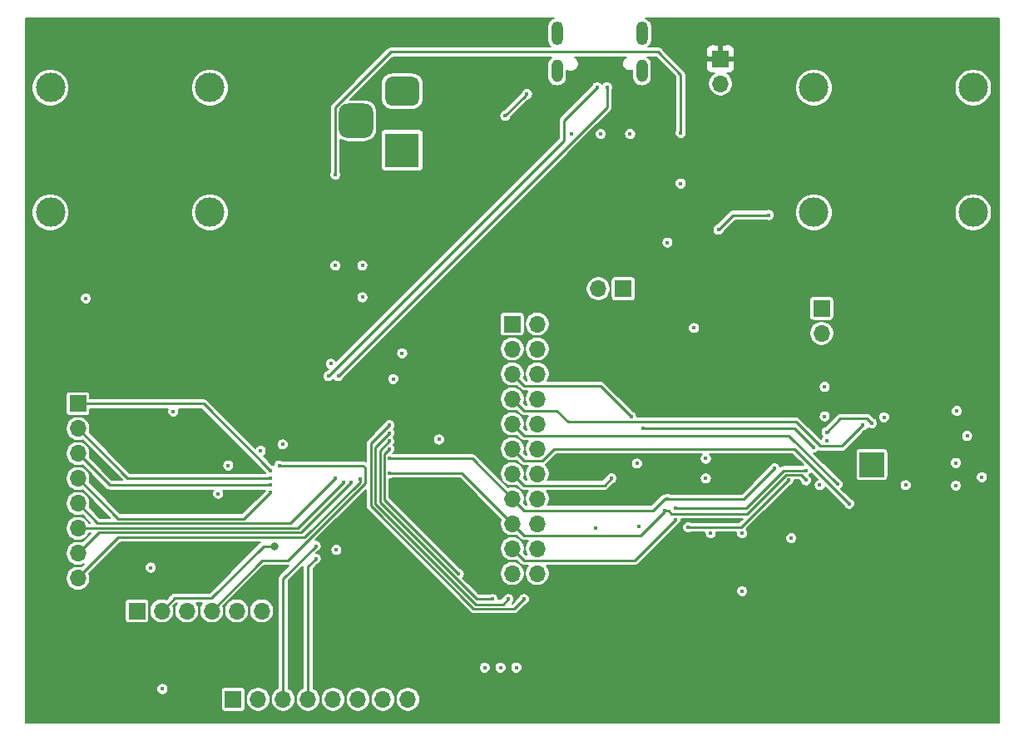
<source format=gbr>
%TF.GenerationSoftware,KiCad,Pcbnew,5.1.7-a382d34a8~88~ubuntu18.04.1*%
%TF.CreationDate,2021-04-29T22:01:18-07:00*%
%TF.ProjectId,dsp_dev_board,6473705f-6465-4765-9f62-6f6172642e6b,rev?*%
%TF.SameCoordinates,Original*%
%TF.FileFunction,Copper,L4,Bot*%
%TF.FilePolarity,Positive*%
%FSLAX46Y46*%
G04 Gerber Fmt 4.6, Leading zero omitted, Abs format (unit mm)*
G04 Created by KiCad (PCBNEW 5.1.7-a382d34a8~88~ubuntu18.04.1) date 2021-04-29 22:01:18*
%MOMM*%
%LPD*%
G01*
G04 APERTURE LIST*
%TA.AperFunction,SMDPad,CuDef*%
%ADD10R,2.500000X2.500000*%
%TD*%
%TA.AperFunction,ComponentPad*%
%ADD11C,0.500000*%
%TD*%
%TA.AperFunction,ComponentPad*%
%ADD12O,1.700000X1.700000*%
%TD*%
%TA.AperFunction,ComponentPad*%
%ADD13R,1.700000X1.700000*%
%TD*%
%TA.AperFunction,ComponentPad*%
%ADD14O,1.158000X2.316000*%
%TD*%
%TA.AperFunction,ComponentPad*%
%ADD15O,1.200000X2.400000*%
%TD*%
%TA.AperFunction,ComponentPad*%
%ADD16C,3.000000*%
%TD*%
%TA.AperFunction,ComponentPad*%
%ADD17R,3.500000X3.500000*%
%TD*%
%TA.AperFunction,ViaPad*%
%ADD18C,0.400000*%
%TD*%
%TA.AperFunction,ViaPad*%
%ADD19C,0.800000*%
%TD*%
%TA.AperFunction,Conductor*%
%ADD20C,0.250000*%
%TD*%
%TA.AperFunction,Conductor*%
%ADD21C,0.200000*%
%TD*%
%TA.AperFunction,Conductor*%
%ADD22C,0.100000*%
%TD*%
G04 APERTURE END LIST*
D10*
%TO.P,U5,33*%
%TO.N,GND*%
X176600000Y-85900000D03*
D11*
X177600000Y-86900000D03*
X176600000Y-86900000D03*
X175600000Y-86900000D03*
X177600000Y-85900000D03*
X176600000Y-85900000D03*
X175600000Y-85900000D03*
X177600000Y-84900000D03*
X176600000Y-84900000D03*
X175600000Y-84900000D03*
%TD*%
D12*
%TO.P,J11,22*%
%TO.N,GND*%
X142540000Y-97000000D03*
%TO.P,J11,21*%
%TO.N,/MCU/I2S2_MCK*%
X140000000Y-97000000D03*
%TO.P,J11,20*%
%TO.N,GND*%
X142540000Y-94460000D03*
%TO.P,J11,19*%
%TO.N,/Codec/WCLK*%
X140000000Y-94460000D03*
%TO.P,J11,18*%
%TO.N,GND*%
X142540000Y-91920000D03*
%TO.P,J11,17*%
%TO.N,/Codec/DAC*%
X140000000Y-91920000D03*
%TO.P,J11,16*%
%TO.N,GND*%
X142540000Y-89380000D03*
%TO.P,J11,15*%
%TO.N,/Codec/ADC*%
X140000000Y-89380000D03*
%TO.P,J11,14*%
%TO.N,GND*%
X142540000Y-86840000D03*
%TO.P,J11,13*%
%TO.N,/Codec/BCLK*%
X140000000Y-86840000D03*
%TO.P,J11,12*%
%TO.N,GND*%
X142540000Y-84300000D03*
%TO.P,J11,11*%
%TO.N,/MCU/SDA*%
X140000000Y-84300000D03*
%TO.P,J11,10*%
%TO.N,GND*%
X142540000Y-81760000D03*
%TO.P,J11,9*%
%TO.N,/MCU/SCL*%
X140000000Y-81760000D03*
%TO.P,J11,8*%
%TO.N,GND*%
X142540000Y-79220000D03*
%TO.P,J11,7*%
%TO.N,/MCU/~CODEC_RST*%
X140000000Y-79220000D03*
%TO.P,J11,6*%
%TO.N,GND*%
X142540000Y-76680000D03*
%TO.P,J11,5*%
%TO.N,/Codec/SCLK*%
X140000000Y-76680000D03*
%TO.P,J11,4*%
%TO.N,GND*%
X142540000Y-74140000D03*
%TO.P,J11,3*%
%TO.N,/Codec/SDIN*%
X140000000Y-74140000D03*
%TO.P,J11,2*%
%TO.N,GND*%
X142540000Y-71600000D03*
D13*
%TO.P,J11,1*%
%TO.N,/Codec/~CSB*%
X140000000Y-71600000D03*
%TD*%
D14*
%TO.P,J10,S3*%
%TO.N,GND*%
X153220000Y-45825000D03*
%TO.P,J10,S4*%
X144580000Y-45825000D03*
D15*
%TO.P,J10,S5*%
X153220000Y-42000000D03*
%TO.P,J10,S6*%
X144580000Y-42000000D03*
%TD*%
D12*
%TO.P,J9,6*%
%TO.N,/MCU/TRACESWO*%
X114500000Y-100800000D03*
%TO.P,J9,5*%
%TO.N,/MCU/NRST*%
X111960000Y-100800000D03*
%TO.P,J9,4*%
%TO.N,/MCU/SWDIO*%
X109420000Y-100800000D03*
%TO.P,J9,3*%
%TO.N,GND*%
X106880000Y-100800000D03*
%TO.P,J9,2*%
%TO.N,/MCU/SWCLK*%
X104340000Y-100800000D03*
D13*
%TO.P,J9,1*%
%TO.N,Net-(J9-Pad1)*%
X101800000Y-100800000D03*
%TD*%
D12*
%TO.P,J8,8*%
%TO.N,/MCU/PA07*%
X129380000Y-109800000D03*
%TO.P,J8,7*%
%TO.N,/MCU/PA06*%
X126840000Y-109800000D03*
%TO.P,J8,6*%
%TO.N,/MCU/PA05*%
X124300000Y-109800000D03*
%TO.P,J8,5*%
%TO.N,/MCU/PA04*%
X121760000Y-109800000D03*
%TO.P,J8,4*%
%TO.N,/MCU/PA03*%
X119220000Y-109800000D03*
%TO.P,J8,3*%
%TO.N,/MCU/PA02*%
X116680000Y-109800000D03*
%TO.P,J8,2*%
%TO.N,/MCU/PB09*%
X114140000Y-109800000D03*
D13*
%TO.P,J8,1*%
%TO.N,/MCU/PB08*%
X111600000Y-109800000D03*
%TD*%
D12*
%TO.P,J7,8*%
%TO.N,/MCU/PB07*%
X95800000Y-97480000D03*
%TO.P,J7,7*%
%TO.N,/MCU/PB06*%
X95800000Y-94940000D03*
%TO.P,J7,6*%
%TO.N,/MCU/PB05*%
X95800000Y-92400000D03*
%TO.P,J7,5*%
%TO.N,/MCU/PB04*%
X95800000Y-89860000D03*
%TO.P,J7,4*%
%TO.N,/MCU/PB03*%
X95800000Y-87320000D03*
%TO.P,J7,3*%
%TO.N,/MCU/PB02*%
X95800000Y-84780000D03*
%TO.P,J7,2*%
%TO.N,/MCU/PB01*%
X95800000Y-82240000D03*
D13*
%TO.P,J7,1*%
%TO.N,/MCU/PB00*%
X95800000Y-79700000D03*
%TD*%
D16*
%TO.P,J6,TN*%
%TO.N,Net-(J6-PadTN)*%
X109230000Y-60225001D03*
%TO.P,J6,SN*%
%TO.N,Net-(J6-PadSN)*%
X109230000Y-47525001D03*
%TO.P,J6,T*%
%TO.N,/audio_jack_out*%
X93000000Y-60225001D03*
%TO.P,J6,S*%
%TO.N,GND*%
X93000000Y-47525001D03*
%TD*%
%TO.P,J5,TN*%
%TO.N,Net-(J5-PadTN)*%
X186930000Y-60225001D03*
%TO.P,J5,SN*%
%TO.N,Net-(J5-PadSN)*%
X186930000Y-47525001D03*
%TO.P,J5,T*%
%TO.N,/audio_jack_in*%
X170700000Y-60225001D03*
%TO.P,J5,S*%
%TO.N,GND*%
X170700000Y-47525001D03*
%TD*%
D17*
%TO.P,J4,1*%
%TO.N,GND*%
X128800000Y-53900000D03*
%TO.P,J4,2*%
%TO.N,Net-(D2-Pad2)*%
%TA.AperFunction,ComponentPad*%
G36*
G01*
X127800000Y-46400000D02*
X129800000Y-46400000D01*
G75*
G02*
X130550000Y-47150000I0J-750000D01*
G01*
X130550000Y-48650000D01*
G75*
G02*
X129800000Y-49400000I-750000J0D01*
G01*
X127800000Y-49400000D01*
G75*
G02*
X127050000Y-48650000I0J750000D01*
G01*
X127050000Y-47150000D01*
G75*
G02*
X127800000Y-46400000I750000J0D01*
G01*
G37*
%TD.AperFunction*%
%TO.P,J4,3*%
%TO.N,N/C*%
%TA.AperFunction,ComponentPad*%
G36*
G01*
X123225000Y-49150000D02*
X124975000Y-49150000D01*
G75*
G02*
X125850000Y-50025000I0J-875000D01*
G01*
X125850000Y-51775000D01*
G75*
G02*
X124975000Y-52650000I-875000J0D01*
G01*
X123225000Y-52650000D01*
G75*
G02*
X122350000Y-51775000I0J875000D01*
G01*
X122350000Y-50025000D01*
G75*
G02*
X123225000Y-49150000I875000J0D01*
G01*
G37*
%TD.AperFunction*%
%TD*%
D12*
%TO.P,J3,2*%
%TO.N,GND*%
X148760000Y-68000000D03*
D13*
%TO.P,J3,1*%
%TO.N,/audio_out*%
X151300000Y-68000000D03*
%TD*%
D12*
%TO.P,J2,2*%
%TO.N,GND*%
X171500000Y-72540000D03*
D13*
%TO.P,J2,1*%
%TO.N,/audio_in*%
X171500000Y-70000000D03*
%TD*%
D12*
%TO.P,J1,2*%
%TO.N,GND*%
X161200000Y-47140000D03*
D13*
%TO.P,J1,1*%
%TO.N,3.3V*%
X161200000Y-44600000D03*
%TD*%
D18*
%TO.N,GND*%
X146000000Y-52250000D03*
X149000000Y-52250000D03*
X152000000Y-52250000D03*
X158500000Y-72000000D03*
X155800000Y-63300000D03*
X157150000Y-57300000D03*
X105500000Y-80500000D03*
X122000000Y-65650000D03*
X124750000Y-65650000D03*
X124750000Y-68875000D03*
X148450000Y-92400000D03*
X152700000Y-85800000D03*
X159700000Y-85300000D03*
X128800000Y-74575000D03*
X132550000Y-83350000D03*
X171800000Y-81000000D03*
X171800000Y-78000000D03*
X172000008Y-83500000D03*
X171300000Y-88000004D03*
X168400000Y-93400000D03*
X186300000Y-83000000D03*
X185149999Y-85750001D03*
X185149999Y-88050001D03*
X185250000Y-80450000D03*
X159702963Y-87325010D03*
X160200000Y-92900000D03*
X163400000Y-92900000D03*
X140425000Y-106575000D03*
X138812500Y-106587500D03*
X137212500Y-106587500D03*
X152900000Y-92200000D03*
X116650000Y-83850000D03*
X114400000Y-84500000D03*
X96600000Y-69000000D03*
X103200000Y-96400000D03*
X187800000Y-87200000D03*
X122100000Y-94600000D03*
X163400000Y-98800000D03*
X104400000Y-108750000D03*
X121549990Y-75650010D03*
X111100000Y-86000000D03*
X110075000Y-88875000D03*
X127900000Y-77200000D03*
X180050000Y-88000000D03*
X177850000Y-81100000D03*
%TO.N,3.3V*%
X137100000Y-84300000D03*
X137100000Y-83500000D03*
X118750000Y-59250000D03*
X118750000Y-61000000D03*
X118750000Y-63000000D03*
X132250000Y-77650000D03*
X131250000Y-77650000D03*
X130250000Y-76650000D03*
X130250000Y-77650000D03*
X132250000Y-76650000D03*
X131250000Y-76650000D03*
X131250000Y-75650000D03*
X132250000Y-75650000D03*
X130250000Y-75650000D03*
X167400000Y-89500000D03*
X168200000Y-89500000D03*
X169000000Y-89500000D03*
X160400000Y-85900000D03*
X161100000Y-88300000D03*
X160300000Y-88300000D03*
X159500000Y-88300000D03*
X186300000Y-84200000D03*
X181000000Y-84200000D03*
X137100000Y-85100000D03*
X102300000Y-72400000D03*
X103500000Y-72400000D03*
X104700000Y-72400000D03*
X105900000Y-72400000D03*
X102400000Y-98100000D03*
X103200000Y-98100000D03*
X104000000Y-98100000D03*
X109500000Y-94400000D03*
X110300000Y-94400000D03*
X111100000Y-94400000D03*
X132100000Y-99800000D03*
X126400000Y-99800000D03*
X134400000Y-68800000D03*
X135200000Y-68000000D03*
X136000000Y-67200000D03*
X144800000Y-85600000D03*
%TO.N,VBUS*%
X141500000Y-48200000D03*
X139299998Y-50400000D03*
%TO.N,9V*%
X122000000Y-56400000D03*
X157150000Y-52150000D03*
%TO.N,/MCU/SWDIO*%
X116300000Y-86000000D03*
D19*
%TO.N,/MCU/SWCLK*%
X115800000Y-94200000D03*
D18*
%TO.N,/MCU/OTG_FS_DM*%
X149650000Y-47500000D03*
X122300000Y-76900000D03*
%TO.N,/MCU/OTG_FS_DP*%
X148650000Y-47500000D03*
X121300000Y-76900006D03*
%TO.N,/Codec/ADC*%
X155799964Y-89400000D03*
X166700000Y-86300000D03*
X127500015Y-85300000D03*
%TO.N,/Codec/BCLK*%
X168100000Y-87500000D03*
X150100000Y-87300000D03*
X157900006Y-92300000D03*
%TO.N,/Codec/WCLK*%
X156600000Y-90300000D03*
X169900000Y-86500006D03*
X156600000Y-91499970D03*
%TO.N,/Codec/DAC*%
X169900001Y-87499999D03*
X155499992Y-90600000D03*
X127500015Y-86800000D03*
%TO.N,/MCU/I2S2_MCK*%
X170700000Y-84150001D03*
X153300000Y-82200000D03*
%TO.N,/Codec/SCLK*%
X152088193Y-81026991D03*
%TO.N,Net-(R5-Pad1)*%
X161000000Y-62000000D03*
X166100000Y-60500000D03*
%TO.N,/MCU/led1*%
X127499765Y-84300748D03*
X134557637Y-97042339D03*
%TO.N,/MCU/led2*%
X127481759Y-83518223D03*
X138000000Y-99600000D03*
%TO.N,/MCU/led3*%
X127500000Y-82700004D03*
X139600054Y-99600006D03*
%TO.N,/MCU/led4*%
X127500000Y-81900000D03*
X141200000Y-99600000D03*
%TO.N,/MCU/PB07*%
X124500000Y-87400000D03*
%TO.N,/MCU/PB06*%
X123600000Y-87700000D03*
%TO.N,/MCU/PB05*%
X122800000Y-87700000D03*
%TO.N,/MCU/PB04*%
X122000000Y-87300000D03*
%TO.N,/MCU/PB03*%
X115414017Y-88699848D03*
%TO.N,/MCU/PB02*%
X115399999Y-87999999D03*
%TO.N,/MCU/PB01*%
X115399926Y-87300000D03*
%TO.N,/MCU/PB00*%
X115400009Y-86499989D03*
%TO.N,/MCU/PA03*%
X120000000Y-95500000D03*
%TO.N,/MCU/PA02*%
X120000000Y-94200000D03*
%TO.N,/MCU/~CODEC_RST*%
X175700000Y-81900000D03*
%TO.N,/MCU/SCL*%
X173100000Y-87900000D03*
%TO.N,/MCU/SDA*%
X174300000Y-89899990D03*
%TO.N,/TI Codec/audio_out*%
X172000000Y-82600000D03*
X176600000Y-81700000D03*
%TD*%
D20*
%TO.N,3.3V*%
X186300000Y-84200000D02*
X181000000Y-84200000D01*
%TO.N,VBUS*%
X141500000Y-48200000D02*
X141299999Y-48399999D01*
X141299999Y-48399999D02*
X139299998Y-50400000D01*
%TO.N,9V*%
X122000000Y-49552930D02*
X122000000Y-56400000D01*
X154850000Y-43900000D02*
X127652930Y-43900000D01*
X127652930Y-43900000D02*
X122000000Y-49552930D01*
X157150000Y-52150000D02*
X157150000Y-46200000D01*
X157150000Y-46200000D02*
X154850000Y-43900000D01*
%TO.N,/MCU/SWDIO*%
X117119252Y-95700000D02*
X125025001Y-87794251D01*
X125025001Y-86225001D02*
X124800000Y-86000000D01*
X124800000Y-86000000D02*
X116300000Y-86000000D01*
X125025001Y-87794251D02*
X125025001Y-86225001D01*
X114520000Y-95700000D02*
X117119252Y-95700000D01*
X109420000Y-100800000D02*
X114520000Y-95700000D01*
%TO.N,/MCU/SWCLK*%
X105640000Y-99500000D02*
X104340000Y-100800000D01*
X109400000Y-99500000D02*
X105640000Y-99500000D01*
X115800000Y-94200000D02*
X114700000Y-94200000D01*
X114700000Y-94200000D02*
X109400000Y-99500000D01*
%TO.N,/MCU/OTG_FS_DM*%
X149650000Y-47500000D02*
X149650000Y-49550000D01*
X149650000Y-49550000D02*
X122300000Y-76900000D01*
%TO.N,/MCU/OTG_FS_DP*%
X145300000Y-52900006D02*
X121300000Y-76900006D01*
X148650000Y-47500000D02*
X145300000Y-50850000D01*
X145300000Y-50850000D02*
X145300000Y-52900006D01*
%TO.N,/Codec/ADC*%
X155799964Y-89400000D02*
X163600000Y-89400000D01*
X163600000Y-89400000D02*
X166700000Y-86300000D01*
X155517122Y-89400000D02*
X155799964Y-89400000D01*
X154362121Y-90555001D02*
X155517122Y-89400000D01*
X141175001Y-90555001D02*
X154362121Y-90555001D01*
X140000000Y-89380000D02*
X141175001Y-90555001D01*
X140000000Y-89380000D02*
X135920000Y-85300000D01*
X135920000Y-85300000D02*
X127500015Y-85300000D01*
%TO.N,/Codec/BCLK*%
X163300000Y-92300000D02*
X168100000Y-87500000D01*
X157900006Y-92300000D02*
X163300000Y-92300000D01*
X141175001Y-88015001D02*
X140000000Y-86840000D01*
X149384999Y-88015001D02*
X141175001Y-88015001D01*
X150100000Y-87300000D02*
X149384999Y-88015001D01*
%TO.N,/Codec/WCLK*%
X167599994Y-86500006D02*
X169900000Y-86500006D01*
X156600000Y-90300000D02*
X163800000Y-90300000D01*
X163800000Y-90300000D02*
X167599994Y-86500006D01*
X140000000Y-94460000D02*
X141175001Y-95635001D01*
X152464969Y-95635001D02*
X156600000Y-91499970D01*
X141175001Y-95635001D02*
X152464969Y-95635001D01*
%TO.N,/Codec/DAC*%
X155900000Y-90600000D02*
X155499992Y-90600000D01*
X156200021Y-90900021D02*
X155900000Y-90600000D01*
X163922975Y-90900021D02*
X156200021Y-90900021D01*
X169900001Y-87499999D02*
X169375000Y-86974998D01*
X167847998Y-86974998D02*
X163922975Y-90900021D01*
X169375000Y-86974998D02*
X167847998Y-86974998D01*
X155499992Y-90700008D02*
X155499992Y-90600000D01*
X153100000Y-93100000D02*
X155499992Y-90700008D01*
X140000000Y-91920000D02*
X141180000Y-93100000D01*
X141180000Y-93100000D02*
X153100000Y-93100000D01*
X134880000Y-86800000D02*
X127500015Y-86800000D01*
X140000000Y-91920000D02*
X134880000Y-86800000D01*
%TO.N,/MCU/I2S2_MCK*%
X170700000Y-84150001D02*
X168749999Y-82200000D01*
X168749999Y-82200000D02*
X153300000Y-82200000D01*
%TO.N,/Codec/SCLK*%
X141220000Y-77900000D02*
X148961202Y-77900000D01*
X148961202Y-77900000D02*
X152088193Y-81026991D01*
X140000000Y-76680000D02*
X141220000Y-77900000D01*
%TO.N,/Codec/SDIN*%
X140000000Y-74140000D02*
X139860000Y-74140000D01*
%TO.N,Net-(R5-Pad1)*%
X162500000Y-60500000D02*
X166100000Y-60500000D01*
X161000000Y-62000000D02*
X162500000Y-60500000D01*
%TO.N,/MCU/led1*%
X127499765Y-84300748D02*
X126975005Y-84825508D01*
X126975005Y-89459707D02*
X134557637Y-97042339D01*
X126975005Y-84825508D02*
X126975005Y-89459707D01*
%TO.N,/MCU/led2*%
X127481759Y-83518223D02*
X126524994Y-84474988D01*
X126524994Y-84474988D02*
X126524994Y-89752174D01*
X126524994Y-89752174D02*
X136372820Y-99600000D01*
X136372820Y-99600000D02*
X138000000Y-99600000D01*
%TO.N,/MCU/led3*%
X127500000Y-82700004D02*
X126074983Y-84125021D01*
X126074983Y-89938573D02*
X136261410Y-100125000D01*
X136261410Y-100125000D02*
X139075060Y-100125000D01*
X126074983Y-84125021D02*
X126074983Y-89938573D01*
X139075060Y-100125000D02*
X139600054Y-99600006D01*
%TO.N,/MCU/led4*%
X140224989Y-100575011D02*
X141200000Y-99600000D01*
X136075011Y-100575011D02*
X140224989Y-100575011D01*
X125624972Y-90124972D02*
X136075011Y-100575011D01*
X125624972Y-83775028D02*
X125624972Y-90124972D01*
X127500000Y-81900000D02*
X125624972Y-83775028D01*
%TO.N,/MCU/PB07*%
X95800000Y-97400000D02*
X95800000Y-97480000D01*
X118882842Y-93300000D02*
X99900000Y-93300000D01*
X99900000Y-93300000D02*
X95800000Y-97400000D01*
X124500000Y-87400000D02*
X124500000Y-87682842D01*
X124500000Y-87682842D02*
X118882842Y-93300000D01*
%TO.N,/MCU/PB06*%
X123325001Y-87952001D02*
X118477002Y-92800000D01*
X123347999Y-87952001D02*
X123325001Y-87952001D01*
X118477002Y-92800000D02*
X97940000Y-92800000D01*
X123600000Y-87700000D02*
X123347999Y-87952001D01*
X97940000Y-92800000D02*
X95800000Y-94940000D01*
%TO.N,/MCU/PB05*%
X122800000Y-87700000D02*
X118150011Y-92349989D01*
X118150011Y-92349989D02*
X95850011Y-92349989D01*
X95850011Y-92349989D02*
X95800000Y-92400000D01*
%TO.N,/MCU/PB04*%
X117449989Y-91850011D02*
X122000000Y-87300000D01*
X95800000Y-89860000D02*
X97790011Y-91850011D01*
X97790011Y-91850011D02*
X117449989Y-91850011D01*
%TO.N,/MCU/PB03*%
X112713865Y-91400000D02*
X115414017Y-88699848D01*
X99880000Y-91400000D02*
X112713865Y-91400000D01*
X95800000Y-87320000D02*
X99880000Y-91400000D01*
%TO.N,/MCU/PB02*%
X95800000Y-84780000D02*
X99019999Y-87999999D01*
X99019999Y-87999999D02*
X115399999Y-87999999D01*
%TO.N,/MCU/PB01*%
X100860000Y-87300000D02*
X115399926Y-87300000D01*
X95800000Y-82240000D02*
X100860000Y-87300000D01*
%TO.N,/MCU/PB00*%
X95800000Y-79700000D02*
X108600020Y-79700000D01*
X108600020Y-79700000D02*
X115400009Y-86499989D01*
%TO.N,/MCU/PA03*%
X119220000Y-109800000D02*
X119220000Y-96280000D01*
X119220000Y-96280000D02*
X120000000Y-95500000D01*
%TO.N,/MCU/PA02*%
X116680000Y-97520000D02*
X120000000Y-94200000D01*
X116680000Y-109800000D02*
X116680000Y-97520000D01*
%TO.N,/MCU/~CODEC_RST*%
X141175001Y-80395001D02*
X144495001Y-80395001D01*
X144495001Y-80395001D02*
X145652001Y-81552001D01*
X140000000Y-79220000D02*
X141175001Y-80395001D01*
X168879002Y-81552001D02*
X171352002Y-84025001D01*
X145652001Y-81552001D02*
X168879002Y-81552001D01*
X173574999Y-84025001D02*
X175700000Y-81900000D01*
X171352002Y-84025001D02*
X173574999Y-84025001D01*
%TO.N,/MCU/SCL*%
X168135001Y-82935001D02*
X173100000Y-87900000D01*
X141175001Y-82935001D02*
X168135001Y-82935001D01*
X140000000Y-81760000D02*
X141175001Y-82935001D01*
%TO.N,/MCU/SDA*%
X144279002Y-84300000D02*
X168700010Y-84300000D01*
X168700010Y-84300000D02*
X174300000Y-89899990D01*
X143104001Y-85475001D02*
X144279002Y-84300000D01*
X141175001Y-85475001D02*
X143104001Y-85475001D01*
X140000000Y-84300000D02*
X141175001Y-85475001D01*
%TO.N,/TI Codec/audio_out*%
X176100000Y-81200000D02*
X176600000Y-81700000D01*
X172000000Y-82600000D02*
X173400000Y-81200000D01*
X173400000Y-81200000D02*
X176100000Y-81200000D01*
%TD*%
D21*
%TO.N,3.3V*%
X144195466Y-40471651D02*
X144021743Y-40564508D01*
X143869473Y-40689472D01*
X143744509Y-40841742D01*
X143651652Y-41015465D01*
X143594471Y-41203966D01*
X143580001Y-41350880D01*
X143580000Y-42649119D01*
X143594470Y-42796033D01*
X143651651Y-42984534D01*
X143744508Y-43158258D01*
X143869472Y-43310528D01*
X143948032Y-43375000D01*
X127678709Y-43375000D01*
X127652929Y-43372461D01*
X127627149Y-43375000D01*
X127627142Y-43375000D01*
X127550012Y-43382597D01*
X127451049Y-43412617D01*
X127359844Y-43461367D01*
X127279903Y-43526973D01*
X127263464Y-43547004D01*
X121647010Y-49163459D01*
X121626973Y-49179903D01*
X121561367Y-49259844D01*
X121512617Y-49351050D01*
X121482597Y-49450013D01*
X121475000Y-49527143D01*
X121475000Y-49527150D01*
X121472461Y-49552930D01*
X121475000Y-49578710D01*
X121475001Y-56105745D01*
X121468287Y-56115793D01*
X121423058Y-56224986D01*
X121400000Y-56340905D01*
X121400000Y-56459095D01*
X121423058Y-56575014D01*
X121468287Y-56684207D01*
X121533950Y-56782478D01*
X121617522Y-56866050D01*
X121715793Y-56931713D01*
X121824986Y-56976942D01*
X121940905Y-57000000D01*
X122059095Y-57000000D01*
X122175014Y-56976942D01*
X122284207Y-56931713D01*
X122382478Y-56866050D01*
X122466050Y-56782478D01*
X122531713Y-56684207D01*
X122576942Y-56575014D01*
X122600000Y-56459095D01*
X122600000Y-56340905D01*
X122576942Y-56224986D01*
X122531713Y-56115793D01*
X122525000Y-56105746D01*
X122525000Y-52841772D01*
X122736338Y-52954734D01*
X122975882Y-53027399D01*
X123225000Y-53051935D01*
X124975000Y-53051935D01*
X125224118Y-53027399D01*
X125463662Y-52954734D01*
X125684427Y-52836733D01*
X125877929Y-52677929D01*
X126036733Y-52484427D01*
X126154734Y-52263662D01*
X126189213Y-52150000D01*
X126648065Y-52150000D01*
X126648065Y-55650000D01*
X126655788Y-55728414D01*
X126678660Y-55803814D01*
X126715803Y-55873303D01*
X126765789Y-55934211D01*
X126826697Y-55984197D01*
X126896186Y-56021340D01*
X126971586Y-56044212D01*
X127050000Y-56051935D01*
X130550000Y-56051935D01*
X130628414Y-56044212D01*
X130703814Y-56021340D01*
X130773303Y-55984197D01*
X130834211Y-55934211D01*
X130884197Y-55873303D01*
X130921340Y-55803814D01*
X130944212Y-55728414D01*
X130951935Y-55650000D01*
X130951935Y-52150000D01*
X130944212Y-52071586D01*
X130921340Y-51996186D01*
X130884197Y-51926697D01*
X130834211Y-51865789D01*
X130773303Y-51815803D01*
X130703814Y-51778660D01*
X130628414Y-51755788D01*
X130550000Y-51748065D01*
X127050000Y-51748065D01*
X126971586Y-51755788D01*
X126896186Y-51778660D01*
X126826697Y-51815803D01*
X126765789Y-51865789D01*
X126715803Y-51926697D01*
X126678660Y-51996186D01*
X126655788Y-52071586D01*
X126648065Y-52150000D01*
X126189213Y-52150000D01*
X126227399Y-52024118D01*
X126251935Y-51775000D01*
X126251935Y-50340905D01*
X138699998Y-50340905D01*
X138699998Y-50459095D01*
X138723056Y-50575014D01*
X138768285Y-50684207D01*
X138833948Y-50782478D01*
X138917520Y-50866050D01*
X139015791Y-50931713D01*
X139124984Y-50976942D01*
X139240903Y-51000000D01*
X139359093Y-51000000D01*
X139475012Y-50976942D01*
X139584205Y-50931713D01*
X139682476Y-50866050D01*
X139766048Y-50782478D01*
X139831711Y-50684207D01*
X139876940Y-50575014D01*
X139879298Y-50563161D01*
X141663160Y-48779300D01*
X141675014Y-48776942D01*
X141784207Y-48731713D01*
X141882478Y-48666050D01*
X141966050Y-48582478D01*
X142031713Y-48484207D01*
X142076942Y-48375014D01*
X142100000Y-48259095D01*
X142100000Y-48140905D01*
X142076942Y-48024986D01*
X142031713Y-47915793D01*
X141966050Y-47817522D01*
X141882478Y-47733950D01*
X141784207Y-47668287D01*
X141675014Y-47623058D01*
X141559095Y-47600000D01*
X141440905Y-47600000D01*
X141324986Y-47623058D01*
X141215793Y-47668287D01*
X141117522Y-47733950D01*
X141033950Y-47817522D01*
X140968287Y-47915793D01*
X140923058Y-48024986D01*
X140920701Y-48036835D01*
X139136837Y-49820700D01*
X139124984Y-49823058D01*
X139015791Y-49868287D01*
X138917520Y-49933950D01*
X138833948Y-50017522D01*
X138768285Y-50115793D01*
X138723056Y-50224986D01*
X138699998Y-50340905D01*
X126251935Y-50340905D01*
X126251935Y-50025000D01*
X126227399Y-49775882D01*
X126154734Y-49536338D01*
X126036733Y-49315573D01*
X125877929Y-49122071D01*
X125684427Y-48963267D01*
X125463662Y-48845266D01*
X125224118Y-48772601D01*
X124975000Y-48748065D01*
X123547326Y-48748065D01*
X125145391Y-47150000D01*
X126648065Y-47150000D01*
X126648065Y-48650000D01*
X126670199Y-48874731D01*
X126735751Y-49090826D01*
X126842201Y-49289981D01*
X126985459Y-49464541D01*
X127160019Y-49607799D01*
X127359174Y-49714249D01*
X127575269Y-49779801D01*
X127800000Y-49801935D01*
X129800000Y-49801935D01*
X130024731Y-49779801D01*
X130240826Y-49714249D01*
X130439981Y-49607799D01*
X130614541Y-49464541D01*
X130757799Y-49289981D01*
X130864249Y-49090826D01*
X130929801Y-48874731D01*
X130951935Y-48650000D01*
X130951935Y-47150000D01*
X130929801Y-46925269D01*
X130864249Y-46709174D01*
X130757799Y-46510019D01*
X130614541Y-46335459D01*
X130439981Y-46192201D01*
X130240826Y-46085751D01*
X130024731Y-46020199D01*
X129800000Y-45998065D01*
X127800000Y-45998065D01*
X127575269Y-46020199D01*
X127359174Y-46085751D01*
X127160019Y-46192201D01*
X126985459Y-46335459D01*
X126842201Y-46510019D01*
X126735751Y-46709174D01*
X126670199Y-46925269D01*
X126648065Y-47150000D01*
X125145391Y-47150000D01*
X127870392Y-44425000D01*
X144039179Y-44425000D01*
X144033467Y-44428053D01*
X143884395Y-44550394D01*
X143762054Y-44699466D01*
X143671147Y-44869541D01*
X143615167Y-45054083D01*
X143601001Y-45197914D01*
X143601000Y-46452085D01*
X143615166Y-46595916D01*
X143671146Y-46780458D01*
X143762053Y-46950534D01*
X143884394Y-47099606D01*
X144033466Y-47221947D01*
X144203541Y-47312854D01*
X144388083Y-47368834D01*
X144580000Y-47387736D01*
X144771916Y-47368834D01*
X144956458Y-47312854D01*
X145126534Y-47221947D01*
X145275606Y-47099606D01*
X145397947Y-46950534D01*
X145488854Y-46780459D01*
X145544834Y-46595917D01*
X145559000Y-46452086D01*
X145559000Y-45832321D01*
X145583750Y-45839794D01*
X145623740Y-45847712D01*
X145663656Y-45856197D01*
X145669899Y-45856852D01*
X145669902Y-45856853D01*
X145669905Y-45856853D01*
X145730434Y-45862788D01*
X145752895Y-45865000D01*
X146047105Y-45865000D01*
X146066123Y-45863127D01*
X146067982Y-45863140D01*
X146074236Y-45862527D01*
X146104333Y-45859364D01*
X146113215Y-45858489D01*
X146113511Y-45858399D01*
X146135377Y-45856101D01*
X146175361Y-45847894D01*
X146215393Y-45840257D01*
X146221400Y-45838443D01*
X146221407Y-45838442D01*
X146221413Y-45838439D01*
X146280135Y-45820262D01*
X146317705Y-45804469D01*
X146355548Y-45789180D01*
X146361096Y-45786230D01*
X146415175Y-45756990D01*
X146449037Y-45734150D01*
X146483117Y-45711849D01*
X146487987Y-45707878D01*
X146535355Y-45668691D01*
X146564084Y-45639761D01*
X146593238Y-45611211D01*
X146597243Y-45606369D01*
X146636098Y-45558728D01*
X146658677Y-45524743D01*
X146681707Y-45491109D01*
X146684696Y-45485582D01*
X146713557Y-45431301D01*
X146729105Y-45393581D01*
X146745167Y-45356105D01*
X146747025Y-45350103D01*
X146764794Y-45291250D01*
X146772712Y-45251260D01*
X146781197Y-45211344D01*
X146781853Y-45205095D01*
X146787852Y-45143912D01*
X146787852Y-45124223D01*
X146789976Y-45104646D01*
X146789997Y-45098363D01*
X146789989Y-45096164D01*
X146788003Y-45076639D01*
X146788140Y-45057018D01*
X146787527Y-45050765D01*
X146781101Y-44989623D01*
X146772890Y-44949620D01*
X146765257Y-44909606D01*
X146763441Y-44903591D01*
X146745262Y-44844865D01*
X146729469Y-44807295D01*
X146714180Y-44769452D01*
X146711230Y-44763905D01*
X146681990Y-44709825D01*
X146659172Y-44675996D01*
X146636849Y-44641882D01*
X146632878Y-44637013D01*
X146593691Y-44589644D01*
X146564706Y-44560860D01*
X146536210Y-44531762D01*
X146531381Y-44527767D01*
X146531374Y-44527760D01*
X146531367Y-44527755D01*
X146483727Y-44488902D01*
X146449752Y-44466330D01*
X146416109Y-44443293D01*
X146410582Y-44440304D01*
X146381800Y-44425000D01*
X151661209Y-44425000D01*
X151561320Y-44466375D01*
X151444214Y-44544623D01*
X151344623Y-44644214D01*
X151266375Y-44761320D01*
X151212477Y-44891442D01*
X151185000Y-45029579D01*
X151185000Y-45170421D01*
X151212477Y-45308558D01*
X151266375Y-45438680D01*
X151344623Y-45555786D01*
X151444214Y-45655377D01*
X151561320Y-45733625D01*
X151691442Y-45787523D01*
X151829579Y-45815000D01*
X151970421Y-45815000D01*
X152108558Y-45787523D01*
X152238680Y-45733625D01*
X152241001Y-45732074D01*
X152241000Y-46452085D01*
X152255166Y-46595916D01*
X152311146Y-46780458D01*
X152402053Y-46950534D01*
X152524394Y-47099606D01*
X152673466Y-47221947D01*
X152843541Y-47312854D01*
X153028083Y-47368834D01*
X153220000Y-47387736D01*
X153411916Y-47368834D01*
X153596458Y-47312854D01*
X153766534Y-47221947D01*
X153915606Y-47099606D01*
X154037947Y-46950534D01*
X154128854Y-46780459D01*
X154184834Y-46595917D01*
X154199000Y-46452086D01*
X154199000Y-45197914D01*
X154184834Y-45054083D01*
X154128854Y-44869541D01*
X154037947Y-44699466D01*
X153915606Y-44550394D01*
X153766534Y-44428053D01*
X153760822Y-44425000D01*
X154632539Y-44425000D01*
X156625001Y-46417463D01*
X156625000Y-51855746D01*
X156618287Y-51865793D01*
X156573058Y-51974986D01*
X156550000Y-52090905D01*
X156550000Y-52209095D01*
X156573058Y-52325014D01*
X156618287Y-52434207D01*
X156683950Y-52532478D01*
X156767522Y-52616050D01*
X156865793Y-52681713D01*
X156974986Y-52726942D01*
X157090905Y-52750000D01*
X157209095Y-52750000D01*
X157325014Y-52726942D01*
X157434207Y-52681713D01*
X157532478Y-52616050D01*
X157616050Y-52532478D01*
X157681713Y-52434207D01*
X157726942Y-52325014D01*
X157750000Y-52209095D01*
X157750000Y-52090905D01*
X157726942Y-51974986D01*
X157681713Y-51865793D01*
X157675000Y-51855746D01*
X157675000Y-46225779D01*
X157677539Y-46199999D01*
X157675000Y-46174219D01*
X157675000Y-46174212D01*
X157667403Y-46097082D01*
X157637383Y-45998119D01*
X157588633Y-45906914D01*
X157523027Y-45826973D01*
X157502996Y-45810534D01*
X157142462Y-45450000D01*
X159739058Y-45450000D01*
X159750797Y-45569189D01*
X159785563Y-45683797D01*
X159842020Y-45789421D01*
X159917999Y-45882001D01*
X160010579Y-45957980D01*
X160116203Y-46014437D01*
X160230811Y-46049203D01*
X160350000Y-46060942D01*
X160566739Y-46059770D01*
X160403172Y-46169062D01*
X160229062Y-46343172D01*
X160092265Y-46547903D01*
X159998037Y-46775389D01*
X159950000Y-47016886D01*
X159950000Y-47263114D01*
X159998037Y-47504611D01*
X160092265Y-47732097D01*
X160229062Y-47936828D01*
X160403172Y-48110938D01*
X160607903Y-48247735D01*
X160835389Y-48341963D01*
X161076886Y-48390000D01*
X161323114Y-48390000D01*
X161564611Y-48341963D01*
X161792097Y-48247735D01*
X161996828Y-48110938D01*
X162170938Y-47936828D01*
X162307735Y-47732097D01*
X162401963Y-47504611D01*
X162435130Y-47337867D01*
X168800000Y-47337867D01*
X168800000Y-47712135D01*
X168873016Y-48079210D01*
X169016242Y-48424988D01*
X169224174Y-48736180D01*
X169488821Y-49000827D01*
X169800013Y-49208759D01*
X170145791Y-49351985D01*
X170512866Y-49425001D01*
X170887134Y-49425001D01*
X171254209Y-49351985D01*
X171599987Y-49208759D01*
X171911179Y-49000827D01*
X172175826Y-48736180D01*
X172383758Y-48424988D01*
X172526984Y-48079210D01*
X172600000Y-47712135D01*
X172600000Y-47337867D01*
X185030000Y-47337867D01*
X185030000Y-47712135D01*
X185103016Y-48079210D01*
X185246242Y-48424988D01*
X185454174Y-48736180D01*
X185718821Y-49000827D01*
X186030013Y-49208759D01*
X186375791Y-49351985D01*
X186742866Y-49425001D01*
X187117134Y-49425001D01*
X187484209Y-49351985D01*
X187829987Y-49208759D01*
X188141179Y-49000827D01*
X188405826Y-48736180D01*
X188613758Y-48424988D01*
X188756984Y-48079210D01*
X188830000Y-47712135D01*
X188830000Y-47337867D01*
X188756984Y-46970792D01*
X188613758Y-46625014D01*
X188405826Y-46313822D01*
X188141179Y-46049175D01*
X187829987Y-45841243D01*
X187484209Y-45698017D01*
X187117134Y-45625001D01*
X186742866Y-45625001D01*
X186375791Y-45698017D01*
X186030013Y-45841243D01*
X185718821Y-46049175D01*
X185454174Y-46313822D01*
X185246242Y-46625014D01*
X185103016Y-46970792D01*
X185030000Y-47337867D01*
X172600000Y-47337867D01*
X172526984Y-46970792D01*
X172383758Y-46625014D01*
X172175826Y-46313822D01*
X171911179Y-46049175D01*
X171599987Y-45841243D01*
X171254209Y-45698017D01*
X170887134Y-45625001D01*
X170512866Y-45625001D01*
X170145791Y-45698017D01*
X169800013Y-45841243D01*
X169488821Y-46049175D01*
X169224174Y-46313822D01*
X169016242Y-46625014D01*
X168873016Y-46970792D01*
X168800000Y-47337867D01*
X162435130Y-47337867D01*
X162450000Y-47263114D01*
X162450000Y-47016886D01*
X162401963Y-46775389D01*
X162307735Y-46547903D01*
X162170938Y-46343172D01*
X161996828Y-46169062D01*
X161833261Y-46059770D01*
X162050000Y-46060942D01*
X162169189Y-46049203D01*
X162283797Y-46014437D01*
X162389421Y-45957980D01*
X162482001Y-45882001D01*
X162557980Y-45789421D01*
X162614437Y-45683797D01*
X162649203Y-45569189D01*
X162660942Y-45450000D01*
X162658000Y-44906000D01*
X162506000Y-44754000D01*
X161354000Y-44754000D01*
X161354000Y-44774000D01*
X161046000Y-44774000D01*
X161046000Y-44754000D01*
X159894000Y-44754000D01*
X159742000Y-44906000D01*
X159739058Y-45450000D01*
X157142462Y-45450000D01*
X155442462Y-43750000D01*
X159739058Y-43750000D01*
X159742000Y-44294000D01*
X159894000Y-44446000D01*
X161046000Y-44446000D01*
X161046000Y-43294000D01*
X161354000Y-43294000D01*
X161354000Y-44446000D01*
X162506000Y-44446000D01*
X162658000Y-44294000D01*
X162660942Y-43750000D01*
X162649203Y-43630811D01*
X162614437Y-43516203D01*
X162557980Y-43410579D01*
X162482001Y-43317999D01*
X162389421Y-43242020D01*
X162283797Y-43185563D01*
X162169189Y-43150797D01*
X162050000Y-43139058D01*
X161506000Y-43142000D01*
X161354000Y-43294000D01*
X161046000Y-43294000D01*
X160894000Y-43142000D01*
X160350000Y-43139058D01*
X160230811Y-43150797D01*
X160116203Y-43185563D01*
X160010579Y-43242020D01*
X159917999Y-43317999D01*
X159842020Y-43410579D01*
X159785563Y-43516203D01*
X159750797Y-43630811D01*
X159739058Y-43750000D01*
X155442462Y-43750000D01*
X155239471Y-43547010D01*
X155223027Y-43526973D01*
X155143086Y-43461367D01*
X155051881Y-43412617D01*
X154952918Y-43382597D01*
X154875788Y-43375000D01*
X154875780Y-43375000D01*
X154850000Y-43372461D01*
X154824220Y-43375000D01*
X153851968Y-43375000D01*
X153930528Y-43310528D01*
X154055492Y-43158258D01*
X154148349Y-42984535D01*
X154205530Y-42796034D01*
X154220000Y-42649120D01*
X154220000Y-41350880D01*
X154205530Y-41203966D01*
X154148349Y-41015465D01*
X154055492Y-40841742D01*
X153930528Y-40689472D01*
X153778258Y-40564508D01*
X153604535Y-40471651D01*
X153533161Y-40450000D01*
X189550000Y-40450000D01*
X189550001Y-112150000D01*
X90450000Y-112150000D01*
X90450000Y-108690905D01*
X103800000Y-108690905D01*
X103800000Y-108809095D01*
X103823058Y-108925014D01*
X103868287Y-109034207D01*
X103933950Y-109132478D01*
X104017522Y-109216050D01*
X104115793Y-109281713D01*
X104224986Y-109326942D01*
X104340905Y-109350000D01*
X104459095Y-109350000D01*
X104575014Y-109326942D01*
X104684207Y-109281713D01*
X104782478Y-109216050D01*
X104866050Y-109132478D01*
X104931713Y-109034207D01*
X104966592Y-108950000D01*
X110348065Y-108950000D01*
X110348065Y-110650000D01*
X110355788Y-110728414D01*
X110378660Y-110803814D01*
X110415803Y-110873303D01*
X110465789Y-110934211D01*
X110526697Y-110984197D01*
X110596186Y-111021340D01*
X110671586Y-111044212D01*
X110750000Y-111051935D01*
X112450000Y-111051935D01*
X112528414Y-111044212D01*
X112603814Y-111021340D01*
X112673303Y-110984197D01*
X112734211Y-110934211D01*
X112784197Y-110873303D01*
X112821340Y-110803814D01*
X112844212Y-110728414D01*
X112851935Y-110650000D01*
X112851935Y-109676886D01*
X112890000Y-109676886D01*
X112890000Y-109923114D01*
X112938037Y-110164611D01*
X113032265Y-110392097D01*
X113169062Y-110596828D01*
X113343172Y-110770938D01*
X113547903Y-110907735D01*
X113775389Y-111001963D01*
X114016886Y-111050000D01*
X114263114Y-111050000D01*
X114504611Y-111001963D01*
X114732097Y-110907735D01*
X114936828Y-110770938D01*
X115110938Y-110596828D01*
X115247735Y-110392097D01*
X115341963Y-110164611D01*
X115390000Y-109923114D01*
X115390000Y-109676886D01*
X115341963Y-109435389D01*
X115247735Y-109207903D01*
X115110938Y-109003172D01*
X114936828Y-108829062D01*
X114732097Y-108692265D01*
X114504611Y-108598037D01*
X114263114Y-108550000D01*
X114016886Y-108550000D01*
X113775389Y-108598037D01*
X113547903Y-108692265D01*
X113343172Y-108829062D01*
X113169062Y-109003172D01*
X113032265Y-109207903D01*
X112938037Y-109435389D01*
X112890000Y-109676886D01*
X112851935Y-109676886D01*
X112851935Y-108950000D01*
X112844212Y-108871586D01*
X112821340Y-108796186D01*
X112784197Y-108726697D01*
X112734211Y-108665789D01*
X112673303Y-108615803D01*
X112603814Y-108578660D01*
X112528414Y-108555788D01*
X112450000Y-108548065D01*
X110750000Y-108548065D01*
X110671586Y-108555788D01*
X110596186Y-108578660D01*
X110526697Y-108615803D01*
X110465789Y-108665789D01*
X110415803Y-108726697D01*
X110378660Y-108796186D01*
X110355788Y-108871586D01*
X110348065Y-108950000D01*
X104966592Y-108950000D01*
X104976942Y-108925014D01*
X105000000Y-108809095D01*
X105000000Y-108690905D01*
X104976942Y-108574986D01*
X104931713Y-108465793D01*
X104866050Y-108367522D01*
X104782478Y-108283950D01*
X104684207Y-108218287D01*
X104575014Y-108173058D01*
X104459095Y-108150000D01*
X104340905Y-108150000D01*
X104224986Y-108173058D01*
X104115793Y-108218287D01*
X104017522Y-108283950D01*
X103933950Y-108367522D01*
X103868287Y-108465793D01*
X103823058Y-108574986D01*
X103800000Y-108690905D01*
X90450000Y-108690905D01*
X90450000Y-99950000D01*
X100548065Y-99950000D01*
X100548065Y-101650000D01*
X100555788Y-101728414D01*
X100578660Y-101803814D01*
X100615803Y-101873303D01*
X100665789Y-101934211D01*
X100726697Y-101984197D01*
X100796186Y-102021340D01*
X100871586Y-102044212D01*
X100950000Y-102051935D01*
X102650000Y-102051935D01*
X102728414Y-102044212D01*
X102803814Y-102021340D01*
X102873303Y-101984197D01*
X102934211Y-101934211D01*
X102984197Y-101873303D01*
X103021340Y-101803814D01*
X103044212Y-101728414D01*
X103051935Y-101650000D01*
X103051935Y-99950000D01*
X103044212Y-99871586D01*
X103021340Y-99796186D01*
X102984197Y-99726697D01*
X102934211Y-99665789D01*
X102873303Y-99615803D01*
X102803814Y-99578660D01*
X102728414Y-99555788D01*
X102650000Y-99548065D01*
X100950000Y-99548065D01*
X100871586Y-99555788D01*
X100796186Y-99578660D01*
X100726697Y-99615803D01*
X100665789Y-99665789D01*
X100615803Y-99726697D01*
X100578660Y-99796186D01*
X100555788Y-99871586D01*
X100548065Y-99950000D01*
X90450000Y-99950000D01*
X90450000Y-78850000D01*
X94548065Y-78850000D01*
X94548065Y-80550000D01*
X94555788Y-80628414D01*
X94578660Y-80703814D01*
X94615803Y-80773303D01*
X94665789Y-80834211D01*
X94726697Y-80884197D01*
X94796186Y-80921340D01*
X94871586Y-80944212D01*
X94950000Y-80951935D01*
X96650000Y-80951935D01*
X96728414Y-80944212D01*
X96803814Y-80921340D01*
X96873303Y-80884197D01*
X96934211Y-80834211D01*
X96984197Y-80773303D01*
X97021340Y-80703814D01*
X97044212Y-80628414D01*
X97051935Y-80550000D01*
X97051935Y-80225000D01*
X104964473Y-80225000D01*
X104923058Y-80324986D01*
X104900000Y-80440905D01*
X104900000Y-80559095D01*
X104923058Y-80675014D01*
X104968287Y-80784207D01*
X105033950Y-80882478D01*
X105117522Y-80966050D01*
X105215793Y-81031713D01*
X105324986Y-81076942D01*
X105440905Y-81100000D01*
X105559095Y-81100000D01*
X105675014Y-81076942D01*
X105784207Y-81031713D01*
X105882478Y-80966050D01*
X105966050Y-80882478D01*
X106031713Y-80784207D01*
X106076942Y-80675014D01*
X106100000Y-80559095D01*
X106100000Y-80440905D01*
X106076942Y-80324986D01*
X106035527Y-80225000D01*
X108382559Y-80225000D01*
X114820710Y-86663152D01*
X114823067Y-86675003D01*
X114864487Y-86775000D01*
X101077462Y-86775000D01*
X100243367Y-85940905D01*
X110500000Y-85940905D01*
X110500000Y-86059095D01*
X110523058Y-86175014D01*
X110568287Y-86284207D01*
X110633950Y-86382478D01*
X110717522Y-86466050D01*
X110815793Y-86531713D01*
X110924986Y-86576942D01*
X111040905Y-86600000D01*
X111159095Y-86600000D01*
X111275014Y-86576942D01*
X111384207Y-86531713D01*
X111482478Y-86466050D01*
X111566050Y-86382478D01*
X111631713Y-86284207D01*
X111676942Y-86175014D01*
X111700000Y-86059095D01*
X111700000Y-85940905D01*
X111676942Y-85824986D01*
X111631713Y-85715793D01*
X111566050Y-85617522D01*
X111482478Y-85533950D01*
X111384207Y-85468287D01*
X111275014Y-85423058D01*
X111159095Y-85400000D01*
X111040905Y-85400000D01*
X110924986Y-85423058D01*
X110815793Y-85468287D01*
X110717522Y-85533950D01*
X110633950Y-85617522D01*
X110568287Y-85715793D01*
X110523058Y-85824986D01*
X110500000Y-85940905D01*
X100243367Y-85940905D01*
X96974170Y-82671709D01*
X97001963Y-82604611D01*
X97050000Y-82363114D01*
X97050000Y-82116886D01*
X97001963Y-81875389D01*
X96907735Y-81647903D01*
X96770938Y-81443172D01*
X96596828Y-81269062D01*
X96392097Y-81132265D01*
X96164611Y-81038037D01*
X95923114Y-80990000D01*
X95676886Y-80990000D01*
X95435389Y-81038037D01*
X95207903Y-81132265D01*
X95003172Y-81269062D01*
X94829062Y-81443172D01*
X94692265Y-81647903D01*
X94598037Y-81875389D01*
X94550000Y-82116886D01*
X94550000Y-82363114D01*
X94598037Y-82604611D01*
X94692265Y-82832097D01*
X94829062Y-83036828D01*
X95003172Y-83210938D01*
X95207903Y-83347735D01*
X95435389Y-83441963D01*
X95676886Y-83490000D01*
X95923114Y-83490000D01*
X96164611Y-83441963D01*
X96231709Y-83414170D01*
X100292537Y-87474999D01*
X99237461Y-87474999D01*
X96974170Y-85211709D01*
X97001963Y-85144611D01*
X97050000Y-84903114D01*
X97050000Y-84656886D01*
X97001963Y-84415389D01*
X96907735Y-84187903D01*
X96770938Y-83983172D01*
X96596828Y-83809062D01*
X96392097Y-83672265D01*
X96164611Y-83578037D01*
X95923114Y-83530000D01*
X95676886Y-83530000D01*
X95435389Y-83578037D01*
X95207903Y-83672265D01*
X95003172Y-83809062D01*
X94829062Y-83983172D01*
X94692265Y-84187903D01*
X94598037Y-84415389D01*
X94550000Y-84656886D01*
X94550000Y-84903114D01*
X94598037Y-85144611D01*
X94692265Y-85372097D01*
X94829062Y-85576828D01*
X95003172Y-85750938D01*
X95207903Y-85887735D01*
X95435389Y-85981963D01*
X95676886Y-86030000D01*
X95923114Y-86030000D01*
X96164611Y-85981963D01*
X96231709Y-85954170D01*
X98630533Y-88352995D01*
X98646972Y-88373026D01*
X98726913Y-88438632D01*
X98818118Y-88487382D01*
X98917081Y-88517402D01*
X98994211Y-88524999D01*
X98994218Y-88524999D01*
X99019998Y-88527538D01*
X99045778Y-88524999D01*
X109587249Y-88524999D01*
X109543287Y-88590793D01*
X109498058Y-88699986D01*
X109475000Y-88815905D01*
X109475000Y-88934095D01*
X109498058Y-89050014D01*
X109543287Y-89159207D01*
X109608950Y-89257478D01*
X109692522Y-89341050D01*
X109790793Y-89406713D01*
X109899986Y-89451942D01*
X110015905Y-89475000D01*
X110134095Y-89475000D01*
X110250014Y-89451942D01*
X110359207Y-89406713D01*
X110457478Y-89341050D01*
X110541050Y-89257478D01*
X110606713Y-89159207D01*
X110651942Y-89050014D01*
X110675000Y-88934095D01*
X110675000Y-88815905D01*
X110651942Y-88699986D01*
X110606713Y-88590793D01*
X110562751Y-88524999D01*
X114837042Y-88524999D01*
X114834718Y-88536686D01*
X112496404Y-90875000D01*
X100097462Y-90875000D01*
X96974170Y-87751709D01*
X97001963Y-87684611D01*
X97050000Y-87443114D01*
X97050000Y-87196886D01*
X97001963Y-86955389D01*
X96907735Y-86727903D01*
X96770938Y-86523172D01*
X96596828Y-86349062D01*
X96392097Y-86212265D01*
X96164611Y-86118037D01*
X95923114Y-86070000D01*
X95676886Y-86070000D01*
X95435389Y-86118037D01*
X95207903Y-86212265D01*
X95003172Y-86349062D01*
X94829062Y-86523172D01*
X94692265Y-86727903D01*
X94598037Y-86955389D01*
X94550000Y-87196886D01*
X94550000Y-87443114D01*
X94598037Y-87684611D01*
X94692265Y-87912097D01*
X94829062Y-88116828D01*
X95003172Y-88290938D01*
X95207903Y-88427735D01*
X95435389Y-88521963D01*
X95676886Y-88570000D01*
X95923114Y-88570000D01*
X96164611Y-88521963D01*
X96231709Y-88494170D01*
X99062549Y-91325011D01*
X98007473Y-91325011D01*
X96974170Y-90291709D01*
X97001963Y-90224611D01*
X97050000Y-89983114D01*
X97050000Y-89736886D01*
X97001963Y-89495389D01*
X96907735Y-89267903D01*
X96770938Y-89063172D01*
X96596828Y-88889062D01*
X96392097Y-88752265D01*
X96164611Y-88658037D01*
X95923114Y-88610000D01*
X95676886Y-88610000D01*
X95435389Y-88658037D01*
X95207903Y-88752265D01*
X95003172Y-88889062D01*
X94829062Y-89063172D01*
X94692265Y-89267903D01*
X94598037Y-89495389D01*
X94550000Y-89736886D01*
X94550000Y-89983114D01*
X94598037Y-90224611D01*
X94692265Y-90452097D01*
X94829062Y-90656828D01*
X95003172Y-90830938D01*
X95207903Y-90967735D01*
X95435389Y-91061963D01*
X95676886Y-91110000D01*
X95923114Y-91110000D01*
X96164611Y-91061963D01*
X96231709Y-91034170D01*
X97022527Y-91824989D01*
X96914812Y-91824989D01*
X96907735Y-91807903D01*
X96770938Y-91603172D01*
X96596828Y-91429062D01*
X96392097Y-91292265D01*
X96164611Y-91198037D01*
X95923114Y-91150000D01*
X95676886Y-91150000D01*
X95435389Y-91198037D01*
X95207903Y-91292265D01*
X95003172Y-91429062D01*
X94829062Y-91603172D01*
X94692265Y-91807903D01*
X94598037Y-92035389D01*
X94550000Y-92276886D01*
X94550000Y-92523114D01*
X94598037Y-92764611D01*
X94692265Y-92992097D01*
X94829062Y-93196828D01*
X95003172Y-93370938D01*
X95207903Y-93507735D01*
X95435389Y-93601963D01*
X95676886Y-93650000D01*
X95923114Y-93650000D01*
X96164611Y-93601963D01*
X96392097Y-93507735D01*
X96596828Y-93370938D01*
X96770938Y-93196828D01*
X96907735Y-92992097D01*
X96956243Y-92874989D01*
X97122549Y-92874989D01*
X96231709Y-93765830D01*
X96164611Y-93738037D01*
X95923114Y-93690000D01*
X95676886Y-93690000D01*
X95435389Y-93738037D01*
X95207903Y-93832265D01*
X95003172Y-93969062D01*
X94829062Y-94143172D01*
X94692265Y-94347903D01*
X94598037Y-94575389D01*
X94550000Y-94816886D01*
X94550000Y-95063114D01*
X94598037Y-95304611D01*
X94692265Y-95532097D01*
X94829062Y-95736828D01*
X95003172Y-95910938D01*
X95207903Y-96047735D01*
X95435389Y-96141963D01*
X95676886Y-96190000D01*
X95923114Y-96190000D01*
X96164611Y-96141963D01*
X96392097Y-96047735D01*
X96445459Y-96012079D01*
X96175140Y-96282398D01*
X96164611Y-96278037D01*
X95923114Y-96230000D01*
X95676886Y-96230000D01*
X95435389Y-96278037D01*
X95207903Y-96372265D01*
X95003172Y-96509062D01*
X94829062Y-96683172D01*
X94692265Y-96887903D01*
X94598037Y-97115389D01*
X94550000Y-97356886D01*
X94550000Y-97603114D01*
X94598037Y-97844611D01*
X94692265Y-98072097D01*
X94829062Y-98276828D01*
X95003172Y-98450938D01*
X95207903Y-98587735D01*
X95435389Y-98681963D01*
X95676886Y-98730000D01*
X95923114Y-98730000D01*
X96164611Y-98681963D01*
X96392097Y-98587735D01*
X96596828Y-98450938D01*
X96770938Y-98276828D01*
X96907735Y-98072097D01*
X97001963Y-97844611D01*
X97050000Y-97603114D01*
X97050000Y-97356886D01*
X97001963Y-97115389D01*
X96950739Y-96991723D01*
X97601557Y-96340905D01*
X102600000Y-96340905D01*
X102600000Y-96459095D01*
X102623058Y-96575014D01*
X102668287Y-96684207D01*
X102733950Y-96782478D01*
X102817522Y-96866050D01*
X102915793Y-96931713D01*
X103024986Y-96976942D01*
X103140905Y-97000000D01*
X103259095Y-97000000D01*
X103375014Y-96976942D01*
X103484207Y-96931713D01*
X103582478Y-96866050D01*
X103666050Y-96782478D01*
X103731713Y-96684207D01*
X103776942Y-96575014D01*
X103800000Y-96459095D01*
X103800000Y-96340905D01*
X103776942Y-96224986D01*
X103731713Y-96115793D01*
X103666050Y-96017522D01*
X103582478Y-95933950D01*
X103484207Y-95868287D01*
X103375014Y-95823058D01*
X103259095Y-95800000D01*
X103140905Y-95800000D01*
X103024986Y-95823058D01*
X102915793Y-95868287D01*
X102817522Y-95933950D01*
X102733950Y-96017522D01*
X102668287Y-96115793D01*
X102623058Y-96224986D01*
X102600000Y-96340905D01*
X97601557Y-96340905D01*
X100117462Y-93825000D01*
X114329377Y-93825000D01*
X114326973Y-93826973D01*
X114310538Y-93846999D01*
X109182539Y-98975000D01*
X105665788Y-98975000D01*
X105640000Y-98972460D01*
X105614212Y-98975000D01*
X105537082Y-98982597D01*
X105438119Y-99012617D01*
X105346914Y-99061367D01*
X105266973Y-99126973D01*
X105250534Y-99147004D01*
X104771709Y-99625830D01*
X104704611Y-99598037D01*
X104463114Y-99550000D01*
X104216886Y-99550000D01*
X103975389Y-99598037D01*
X103747903Y-99692265D01*
X103543172Y-99829062D01*
X103369062Y-100003172D01*
X103232265Y-100207903D01*
X103138037Y-100435389D01*
X103090000Y-100676886D01*
X103090000Y-100923114D01*
X103138037Y-101164611D01*
X103232265Y-101392097D01*
X103369062Y-101596828D01*
X103543172Y-101770938D01*
X103747903Y-101907735D01*
X103975389Y-102001963D01*
X104216886Y-102050000D01*
X104463114Y-102050000D01*
X104704611Y-102001963D01*
X104932097Y-101907735D01*
X105136828Y-101770938D01*
X105310938Y-101596828D01*
X105447735Y-101392097D01*
X105541963Y-101164611D01*
X105590000Y-100923114D01*
X105590000Y-100676886D01*
X105541963Y-100435389D01*
X105514170Y-100368291D01*
X105857462Y-100025000D01*
X105894477Y-100025000D01*
X105772265Y-100207903D01*
X105678037Y-100435389D01*
X105630000Y-100676886D01*
X105630000Y-100923114D01*
X105678037Y-101164611D01*
X105772265Y-101392097D01*
X105909062Y-101596828D01*
X106083172Y-101770938D01*
X106287903Y-101907735D01*
X106515389Y-102001963D01*
X106756886Y-102050000D01*
X107003114Y-102050000D01*
X107244611Y-102001963D01*
X107472097Y-101907735D01*
X107676828Y-101770938D01*
X107850938Y-101596828D01*
X107987735Y-101392097D01*
X108081963Y-101164611D01*
X108130000Y-100923114D01*
X108130000Y-100676886D01*
X108081963Y-100435389D01*
X107987735Y-100207903D01*
X107865523Y-100025000D01*
X108434477Y-100025000D01*
X108312265Y-100207903D01*
X108218037Y-100435389D01*
X108170000Y-100676886D01*
X108170000Y-100923114D01*
X108218037Y-101164611D01*
X108312265Y-101392097D01*
X108449062Y-101596828D01*
X108623172Y-101770938D01*
X108827903Y-101907735D01*
X109055389Y-102001963D01*
X109296886Y-102050000D01*
X109543114Y-102050000D01*
X109784611Y-102001963D01*
X110012097Y-101907735D01*
X110216828Y-101770938D01*
X110390938Y-101596828D01*
X110527735Y-101392097D01*
X110621963Y-101164611D01*
X110670000Y-100923114D01*
X110670000Y-100676886D01*
X110710000Y-100676886D01*
X110710000Y-100923114D01*
X110758037Y-101164611D01*
X110852265Y-101392097D01*
X110989062Y-101596828D01*
X111163172Y-101770938D01*
X111367903Y-101907735D01*
X111595389Y-102001963D01*
X111836886Y-102050000D01*
X112083114Y-102050000D01*
X112324611Y-102001963D01*
X112552097Y-101907735D01*
X112756828Y-101770938D01*
X112930938Y-101596828D01*
X113067735Y-101392097D01*
X113161963Y-101164611D01*
X113210000Y-100923114D01*
X113210000Y-100676886D01*
X113250000Y-100676886D01*
X113250000Y-100923114D01*
X113298037Y-101164611D01*
X113392265Y-101392097D01*
X113529062Y-101596828D01*
X113703172Y-101770938D01*
X113907903Y-101907735D01*
X114135389Y-102001963D01*
X114376886Y-102050000D01*
X114623114Y-102050000D01*
X114864611Y-102001963D01*
X115092097Y-101907735D01*
X115296828Y-101770938D01*
X115470938Y-101596828D01*
X115607735Y-101392097D01*
X115701963Y-101164611D01*
X115750000Y-100923114D01*
X115750000Y-100676886D01*
X115701963Y-100435389D01*
X115607735Y-100207903D01*
X115470938Y-100003172D01*
X115296828Y-99829062D01*
X115092097Y-99692265D01*
X114864611Y-99598037D01*
X114623114Y-99550000D01*
X114376886Y-99550000D01*
X114135389Y-99598037D01*
X113907903Y-99692265D01*
X113703172Y-99829062D01*
X113529062Y-100003172D01*
X113392265Y-100207903D01*
X113298037Y-100435389D01*
X113250000Y-100676886D01*
X113210000Y-100676886D01*
X113161963Y-100435389D01*
X113067735Y-100207903D01*
X112930938Y-100003172D01*
X112756828Y-99829062D01*
X112552097Y-99692265D01*
X112324611Y-99598037D01*
X112083114Y-99550000D01*
X111836886Y-99550000D01*
X111595389Y-99598037D01*
X111367903Y-99692265D01*
X111163172Y-99829062D01*
X110989062Y-100003172D01*
X110852265Y-100207903D01*
X110758037Y-100435389D01*
X110710000Y-100676886D01*
X110670000Y-100676886D01*
X110621963Y-100435389D01*
X110594170Y-100368291D01*
X114737462Y-96225000D01*
X117093472Y-96225000D01*
X117119252Y-96227539D01*
X117145032Y-96225000D01*
X117145040Y-96225000D01*
X117222170Y-96217403D01*
X117247959Y-96209580D01*
X116327005Y-97130534D01*
X116306974Y-97146973D01*
X116290535Y-97167004D01*
X116241367Y-97226915D01*
X116192617Y-97318120D01*
X116162597Y-97417083D01*
X116152461Y-97520000D01*
X116155001Y-97545790D01*
X116155000Y-108664472D01*
X116087903Y-108692265D01*
X115883172Y-108829062D01*
X115709062Y-109003172D01*
X115572265Y-109207903D01*
X115478037Y-109435389D01*
X115430000Y-109676886D01*
X115430000Y-109923114D01*
X115478037Y-110164611D01*
X115572265Y-110392097D01*
X115709062Y-110596828D01*
X115883172Y-110770938D01*
X116087903Y-110907735D01*
X116315389Y-111001963D01*
X116556886Y-111050000D01*
X116803114Y-111050000D01*
X117044611Y-111001963D01*
X117272097Y-110907735D01*
X117476828Y-110770938D01*
X117650938Y-110596828D01*
X117787735Y-110392097D01*
X117881963Y-110164611D01*
X117930000Y-109923114D01*
X117930000Y-109676886D01*
X117881963Y-109435389D01*
X117787735Y-109207903D01*
X117650938Y-109003172D01*
X117476828Y-108829062D01*
X117272097Y-108692265D01*
X117205000Y-108664472D01*
X117205000Y-97737461D01*
X118695738Y-96246723D01*
X118692461Y-96280000D01*
X118695001Y-96305790D01*
X118695000Y-108664472D01*
X118627903Y-108692265D01*
X118423172Y-108829062D01*
X118249062Y-109003172D01*
X118112265Y-109207903D01*
X118018037Y-109435389D01*
X117970000Y-109676886D01*
X117970000Y-109923114D01*
X118018037Y-110164611D01*
X118112265Y-110392097D01*
X118249062Y-110596828D01*
X118423172Y-110770938D01*
X118627903Y-110907735D01*
X118855389Y-111001963D01*
X119096886Y-111050000D01*
X119343114Y-111050000D01*
X119584611Y-111001963D01*
X119812097Y-110907735D01*
X120016828Y-110770938D01*
X120190938Y-110596828D01*
X120327735Y-110392097D01*
X120421963Y-110164611D01*
X120470000Y-109923114D01*
X120470000Y-109676886D01*
X120510000Y-109676886D01*
X120510000Y-109923114D01*
X120558037Y-110164611D01*
X120652265Y-110392097D01*
X120789062Y-110596828D01*
X120963172Y-110770938D01*
X121167903Y-110907735D01*
X121395389Y-111001963D01*
X121636886Y-111050000D01*
X121883114Y-111050000D01*
X122124611Y-111001963D01*
X122352097Y-110907735D01*
X122556828Y-110770938D01*
X122730938Y-110596828D01*
X122867735Y-110392097D01*
X122961963Y-110164611D01*
X123010000Y-109923114D01*
X123010000Y-109676886D01*
X123050000Y-109676886D01*
X123050000Y-109923114D01*
X123098037Y-110164611D01*
X123192265Y-110392097D01*
X123329062Y-110596828D01*
X123503172Y-110770938D01*
X123707903Y-110907735D01*
X123935389Y-111001963D01*
X124176886Y-111050000D01*
X124423114Y-111050000D01*
X124664611Y-111001963D01*
X124892097Y-110907735D01*
X125096828Y-110770938D01*
X125270938Y-110596828D01*
X125407735Y-110392097D01*
X125501963Y-110164611D01*
X125550000Y-109923114D01*
X125550000Y-109676886D01*
X125590000Y-109676886D01*
X125590000Y-109923114D01*
X125638037Y-110164611D01*
X125732265Y-110392097D01*
X125869062Y-110596828D01*
X126043172Y-110770938D01*
X126247903Y-110907735D01*
X126475389Y-111001963D01*
X126716886Y-111050000D01*
X126963114Y-111050000D01*
X127204611Y-111001963D01*
X127432097Y-110907735D01*
X127636828Y-110770938D01*
X127810938Y-110596828D01*
X127947735Y-110392097D01*
X128041963Y-110164611D01*
X128090000Y-109923114D01*
X128090000Y-109676886D01*
X128130000Y-109676886D01*
X128130000Y-109923114D01*
X128178037Y-110164611D01*
X128272265Y-110392097D01*
X128409062Y-110596828D01*
X128583172Y-110770938D01*
X128787903Y-110907735D01*
X129015389Y-111001963D01*
X129256886Y-111050000D01*
X129503114Y-111050000D01*
X129744611Y-111001963D01*
X129972097Y-110907735D01*
X130176828Y-110770938D01*
X130350938Y-110596828D01*
X130487735Y-110392097D01*
X130581963Y-110164611D01*
X130630000Y-109923114D01*
X130630000Y-109676886D01*
X130581963Y-109435389D01*
X130487735Y-109207903D01*
X130350938Y-109003172D01*
X130176828Y-108829062D01*
X129972097Y-108692265D01*
X129744611Y-108598037D01*
X129503114Y-108550000D01*
X129256886Y-108550000D01*
X129015389Y-108598037D01*
X128787903Y-108692265D01*
X128583172Y-108829062D01*
X128409062Y-109003172D01*
X128272265Y-109207903D01*
X128178037Y-109435389D01*
X128130000Y-109676886D01*
X128090000Y-109676886D01*
X128041963Y-109435389D01*
X127947735Y-109207903D01*
X127810938Y-109003172D01*
X127636828Y-108829062D01*
X127432097Y-108692265D01*
X127204611Y-108598037D01*
X126963114Y-108550000D01*
X126716886Y-108550000D01*
X126475389Y-108598037D01*
X126247903Y-108692265D01*
X126043172Y-108829062D01*
X125869062Y-109003172D01*
X125732265Y-109207903D01*
X125638037Y-109435389D01*
X125590000Y-109676886D01*
X125550000Y-109676886D01*
X125501963Y-109435389D01*
X125407735Y-109207903D01*
X125270938Y-109003172D01*
X125096828Y-108829062D01*
X124892097Y-108692265D01*
X124664611Y-108598037D01*
X124423114Y-108550000D01*
X124176886Y-108550000D01*
X123935389Y-108598037D01*
X123707903Y-108692265D01*
X123503172Y-108829062D01*
X123329062Y-109003172D01*
X123192265Y-109207903D01*
X123098037Y-109435389D01*
X123050000Y-109676886D01*
X123010000Y-109676886D01*
X122961963Y-109435389D01*
X122867735Y-109207903D01*
X122730938Y-109003172D01*
X122556828Y-108829062D01*
X122352097Y-108692265D01*
X122124611Y-108598037D01*
X121883114Y-108550000D01*
X121636886Y-108550000D01*
X121395389Y-108598037D01*
X121167903Y-108692265D01*
X120963172Y-108829062D01*
X120789062Y-109003172D01*
X120652265Y-109207903D01*
X120558037Y-109435389D01*
X120510000Y-109676886D01*
X120470000Y-109676886D01*
X120421963Y-109435389D01*
X120327735Y-109207903D01*
X120190938Y-109003172D01*
X120016828Y-108829062D01*
X119812097Y-108692265D01*
X119745000Y-108664472D01*
X119745000Y-106528405D01*
X136612500Y-106528405D01*
X136612500Y-106646595D01*
X136635558Y-106762514D01*
X136680787Y-106871707D01*
X136746450Y-106969978D01*
X136830022Y-107053550D01*
X136928293Y-107119213D01*
X137037486Y-107164442D01*
X137153405Y-107187500D01*
X137271595Y-107187500D01*
X137387514Y-107164442D01*
X137496707Y-107119213D01*
X137594978Y-107053550D01*
X137678550Y-106969978D01*
X137744213Y-106871707D01*
X137789442Y-106762514D01*
X137812500Y-106646595D01*
X137812500Y-106528405D01*
X138212500Y-106528405D01*
X138212500Y-106646595D01*
X138235558Y-106762514D01*
X138280787Y-106871707D01*
X138346450Y-106969978D01*
X138430022Y-107053550D01*
X138528293Y-107119213D01*
X138637486Y-107164442D01*
X138753405Y-107187500D01*
X138871595Y-107187500D01*
X138987514Y-107164442D01*
X139096707Y-107119213D01*
X139194978Y-107053550D01*
X139278550Y-106969978D01*
X139344213Y-106871707D01*
X139389442Y-106762514D01*
X139412500Y-106646595D01*
X139412500Y-106528405D01*
X139410014Y-106515905D01*
X139825000Y-106515905D01*
X139825000Y-106634095D01*
X139848058Y-106750014D01*
X139893287Y-106859207D01*
X139958950Y-106957478D01*
X140042522Y-107041050D01*
X140140793Y-107106713D01*
X140249986Y-107151942D01*
X140365905Y-107175000D01*
X140484095Y-107175000D01*
X140600014Y-107151942D01*
X140709207Y-107106713D01*
X140807478Y-107041050D01*
X140891050Y-106957478D01*
X140956713Y-106859207D01*
X141001942Y-106750014D01*
X141025000Y-106634095D01*
X141025000Y-106515905D01*
X141001942Y-106399986D01*
X140956713Y-106290793D01*
X140891050Y-106192522D01*
X140807478Y-106108950D01*
X140709207Y-106043287D01*
X140600014Y-105998058D01*
X140484095Y-105975000D01*
X140365905Y-105975000D01*
X140249986Y-105998058D01*
X140140793Y-106043287D01*
X140042522Y-106108950D01*
X139958950Y-106192522D01*
X139893287Y-106290793D01*
X139848058Y-106399986D01*
X139825000Y-106515905D01*
X139410014Y-106515905D01*
X139389442Y-106412486D01*
X139344213Y-106303293D01*
X139278550Y-106205022D01*
X139194978Y-106121450D01*
X139096707Y-106055787D01*
X138987514Y-106010558D01*
X138871595Y-105987500D01*
X138753405Y-105987500D01*
X138637486Y-106010558D01*
X138528293Y-106055787D01*
X138430022Y-106121450D01*
X138346450Y-106205022D01*
X138280787Y-106303293D01*
X138235558Y-106412486D01*
X138212500Y-106528405D01*
X137812500Y-106528405D01*
X137789442Y-106412486D01*
X137744213Y-106303293D01*
X137678550Y-106205022D01*
X137594978Y-106121450D01*
X137496707Y-106055787D01*
X137387514Y-106010558D01*
X137271595Y-105987500D01*
X137153405Y-105987500D01*
X137037486Y-106010558D01*
X136928293Y-106055787D01*
X136830022Y-106121450D01*
X136746450Y-106205022D01*
X136680787Y-106303293D01*
X136635558Y-106412486D01*
X136612500Y-106528405D01*
X119745000Y-106528405D01*
X119745000Y-96497461D01*
X120163162Y-96079299D01*
X120175014Y-96076942D01*
X120284207Y-96031713D01*
X120382478Y-95966050D01*
X120466050Y-95882478D01*
X120531713Y-95784207D01*
X120576942Y-95675014D01*
X120600000Y-95559095D01*
X120600000Y-95440905D01*
X120576942Y-95324986D01*
X120531713Y-95215793D01*
X120466050Y-95117522D01*
X120382478Y-95033950D01*
X120284207Y-94968287D01*
X120175014Y-94923058D01*
X120059095Y-94900000D01*
X120042462Y-94900000D01*
X120163162Y-94779299D01*
X120175014Y-94776942D01*
X120284207Y-94731713D01*
X120382478Y-94666050D01*
X120466050Y-94582478D01*
X120493828Y-94540905D01*
X121500000Y-94540905D01*
X121500000Y-94659095D01*
X121523058Y-94775014D01*
X121568287Y-94884207D01*
X121633950Y-94982478D01*
X121717522Y-95066050D01*
X121815793Y-95131713D01*
X121924986Y-95176942D01*
X122040905Y-95200000D01*
X122159095Y-95200000D01*
X122275014Y-95176942D01*
X122384207Y-95131713D01*
X122482478Y-95066050D01*
X122566050Y-94982478D01*
X122631713Y-94884207D01*
X122676942Y-94775014D01*
X122700000Y-94659095D01*
X122700000Y-94540905D01*
X122676942Y-94424986D01*
X122631713Y-94315793D01*
X122566050Y-94217522D01*
X122482478Y-94133950D01*
X122384207Y-94068287D01*
X122275014Y-94023058D01*
X122159095Y-94000000D01*
X122040905Y-94000000D01*
X121924986Y-94023058D01*
X121815793Y-94068287D01*
X121717522Y-94133950D01*
X121633950Y-94217522D01*
X121568287Y-94315793D01*
X121523058Y-94424986D01*
X121500000Y-94540905D01*
X120493828Y-94540905D01*
X120531713Y-94484207D01*
X120576942Y-94375014D01*
X120600000Y-94259095D01*
X120600000Y-94140905D01*
X120576942Y-94024986D01*
X120531713Y-93915793D01*
X120466050Y-93817522D01*
X120382478Y-93733950D01*
X120284207Y-93668287D01*
X120175014Y-93623058D01*
X120059095Y-93600000D01*
X119961713Y-93600000D01*
X125099973Y-88461741D01*
X125099973Y-90099182D01*
X125097433Y-90124972D01*
X125107569Y-90227889D01*
X125137589Y-90326852D01*
X125186339Y-90418057D01*
X125186340Y-90418058D01*
X125251946Y-90497999D01*
X125271977Y-90514438D01*
X135685549Y-100928012D01*
X135701984Y-100948038D01*
X135722010Y-100964473D01*
X135722014Y-100964477D01*
X135781925Y-101013644D01*
X135873130Y-101062394D01*
X135972093Y-101092414D01*
X136049223Y-101100011D01*
X136049231Y-101100011D01*
X136075011Y-101102550D01*
X136100791Y-101100011D01*
X140199209Y-101100011D01*
X140224989Y-101102550D01*
X140250769Y-101100011D01*
X140250777Y-101100011D01*
X140327907Y-101092414D01*
X140426870Y-101062394D01*
X140518075Y-101013644D01*
X140598016Y-100948038D01*
X140614460Y-100928002D01*
X141363163Y-100179299D01*
X141375014Y-100176942D01*
X141484207Y-100131713D01*
X141582478Y-100066050D01*
X141666050Y-99982478D01*
X141731713Y-99884207D01*
X141776942Y-99775014D01*
X141800000Y-99659095D01*
X141800000Y-99540905D01*
X141776942Y-99424986D01*
X141731713Y-99315793D01*
X141666050Y-99217522D01*
X141582478Y-99133950D01*
X141484207Y-99068287D01*
X141375014Y-99023058D01*
X141259095Y-99000000D01*
X141140905Y-99000000D01*
X141024986Y-99023058D01*
X140915793Y-99068287D01*
X140817522Y-99133950D01*
X140733950Y-99217522D01*
X140668287Y-99315793D01*
X140623058Y-99424986D01*
X140620701Y-99436837D01*
X140007528Y-100050011D01*
X139998577Y-100050011D01*
X140066104Y-99982484D01*
X140131767Y-99884213D01*
X140176996Y-99775020D01*
X140200054Y-99659101D01*
X140200054Y-99540911D01*
X140176996Y-99424992D01*
X140131767Y-99315799D01*
X140066104Y-99217528D01*
X139982532Y-99133956D01*
X139884261Y-99068293D01*
X139775068Y-99023064D01*
X139659149Y-99000006D01*
X139540959Y-99000006D01*
X139425040Y-99023064D01*
X139315847Y-99068293D01*
X139217576Y-99133956D01*
X139134004Y-99217528D01*
X139068341Y-99315799D01*
X139023112Y-99424992D01*
X139020754Y-99436844D01*
X138857599Y-99600000D01*
X138600000Y-99600000D01*
X138600000Y-99540905D01*
X138576942Y-99424986D01*
X138531713Y-99315793D01*
X138466050Y-99217522D01*
X138382478Y-99133950D01*
X138284207Y-99068287D01*
X138175014Y-99023058D01*
X138059095Y-99000000D01*
X137940905Y-99000000D01*
X137824986Y-99023058D01*
X137715793Y-99068287D01*
X137705746Y-99075000D01*
X136590282Y-99075000D01*
X136256187Y-98740905D01*
X162800000Y-98740905D01*
X162800000Y-98859095D01*
X162823058Y-98975014D01*
X162868287Y-99084207D01*
X162933950Y-99182478D01*
X163017522Y-99266050D01*
X163115793Y-99331713D01*
X163224986Y-99376942D01*
X163340905Y-99400000D01*
X163459095Y-99400000D01*
X163575014Y-99376942D01*
X163684207Y-99331713D01*
X163782478Y-99266050D01*
X163866050Y-99182478D01*
X163931713Y-99084207D01*
X163976942Y-98975014D01*
X164000000Y-98859095D01*
X164000000Y-98740905D01*
X163976942Y-98624986D01*
X163931713Y-98515793D01*
X163866050Y-98417522D01*
X163782478Y-98333950D01*
X163684207Y-98268287D01*
X163575014Y-98223058D01*
X163459095Y-98200000D01*
X163340905Y-98200000D01*
X163224986Y-98223058D01*
X163115793Y-98268287D01*
X163017522Y-98333950D01*
X162933950Y-98417522D01*
X162868287Y-98515793D01*
X162823058Y-98624986D01*
X162800000Y-98740905D01*
X136256187Y-98740905D01*
X134981893Y-97466611D01*
X135023687Y-97424817D01*
X135089350Y-97326546D01*
X135134579Y-97217353D01*
X135157637Y-97101434D01*
X135157637Y-96983244D01*
X135136481Y-96876886D01*
X138750000Y-96876886D01*
X138750000Y-97123114D01*
X138798037Y-97364611D01*
X138892265Y-97592097D01*
X139029062Y-97796828D01*
X139203172Y-97970938D01*
X139407903Y-98107735D01*
X139635389Y-98201963D01*
X139876886Y-98250000D01*
X140123114Y-98250000D01*
X140364611Y-98201963D01*
X140592097Y-98107735D01*
X140796828Y-97970938D01*
X140970938Y-97796828D01*
X141107735Y-97592097D01*
X141201963Y-97364611D01*
X141250000Y-97123114D01*
X141250000Y-96876886D01*
X141201963Y-96635389D01*
X141107735Y-96407903D01*
X140970938Y-96203172D01*
X140796828Y-96029062D01*
X140592097Y-95892265D01*
X140364611Y-95798037D01*
X140123114Y-95750000D01*
X139876886Y-95750000D01*
X139635389Y-95798037D01*
X139407903Y-95892265D01*
X139203172Y-96029062D01*
X139029062Y-96203172D01*
X138892265Y-96407903D01*
X138798037Y-96635389D01*
X138750000Y-96876886D01*
X135136481Y-96876886D01*
X135134579Y-96867325D01*
X135089350Y-96758132D01*
X135023687Y-96659861D01*
X134940115Y-96576289D01*
X134841844Y-96510626D01*
X134732651Y-96465397D01*
X134720800Y-96463040D01*
X127500005Y-89242246D01*
X127500005Y-87400000D01*
X127559110Y-87400000D01*
X127675029Y-87376942D01*
X127784222Y-87331713D01*
X127794269Y-87325000D01*
X134662539Y-87325000D01*
X138825830Y-91488292D01*
X138798037Y-91555389D01*
X138750000Y-91796886D01*
X138750000Y-92043114D01*
X138798037Y-92284611D01*
X138892265Y-92512097D01*
X139029062Y-92716828D01*
X139203172Y-92890938D01*
X139407903Y-93027735D01*
X139635389Y-93121963D01*
X139876886Y-93170000D01*
X140123114Y-93170000D01*
X140364611Y-93121963D01*
X140431709Y-93094170D01*
X140790534Y-93452996D01*
X140806973Y-93473027D01*
X140886914Y-93538633D01*
X140978119Y-93587383D01*
X141077082Y-93617403D01*
X141154212Y-93625000D01*
X141154219Y-93625000D01*
X141179999Y-93627539D01*
X141205779Y-93625000D01*
X141607234Y-93625000D01*
X141569062Y-93663172D01*
X141432265Y-93867903D01*
X141338037Y-94095389D01*
X141290000Y-94336886D01*
X141290000Y-94583114D01*
X141338037Y-94824611D01*
X141432265Y-95052097D01*
X141470955Y-95110001D01*
X141392463Y-95110001D01*
X141174170Y-94891709D01*
X141201963Y-94824611D01*
X141250000Y-94583114D01*
X141250000Y-94336886D01*
X141201963Y-94095389D01*
X141107735Y-93867903D01*
X140970938Y-93663172D01*
X140796828Y-93489062D01*
X140592097Y-93352265D01*
X140364611Y-93258037D01*
X140123114Y-93210000D01*
X139876886Y-93210000D01*
X139635389Y-93258037D01*
X139407903Y-93352265D01*
X139203172Y-93489062D01*
X139029062Y-93663172D01*
X138892265Y-93867903D01*
X138798037Y-94095389D01*
X138750000Y-94336886D01*
X138750000Y-94583114D01*
X138798037Y-94824611D01*
X138892265Y-95052097D01*
X139029062Y-95256828D01*
X139203172Y-95430938D01*
X139407903Y-95567735D01*
X139635389Y-95661963D01*
X139876886Y-95710000D01*
X140123114Y-95710000D01*
X140364611Y-95661963D01*
X140431709Y-95634170D01*
X140785535Y-95987997D01*
X140801974Y-96008028D01*
X140881915Y-96073634D01*
X140973120Y-96122384D01*
X141072083Y-96152404D01*
X141149213Y-96160001D01*
X141149220Y-96160001D01*
X141175000Y-96162540D01*
X141200780Y-96160001D01*
X141612233Y-96160001D01*
X141569062Y-96203172D01*
X141432265Y-96407903D01*
X141338037Y-96635389D01*
X141290000Y-96876886D01*
X141290000Y-97123114D01*
X141338037Y-97364611D01*
X141432265Y-97592097D01*
X141569062Y-97796828D01*
X141743172Y-97970938D01*
X141947903Y-98107735D01*
X142175389Y-98201963D01*
X142416886Y-98250000D01*
X142663114Y-98250000D01*
X142904611Y-98201963D01*
X143132097Y-98107735D01*
X143336828Y-97970938D01*
X143510938Y-97796828D01*
X143647735Y-97592097D01*
X143741963Y-97364611D01*
X143790000Y-97123114D01*
X143790000Y-96876886D01*
X143741963Y-96635389D01*
X143647735Y-96407903D01*
X143510938Y-96203172D01*
X143467767Y-96160001D01*
X152439189Y-96160001D01*
X152464969Y-96162540D01*
X152490749Y-96160001D01*
X152490757Y-96160001D01*
X152567887Y-96152404D01*
X152666850Y-96122384D01*
X152758055Y-96073634D01*
X152837996Y-96008028D01*
X152854440Y-95987991D01*
X156763163Y-92079269D01*
X156775014Y-92076912D01*
X156884207Y-92031683D01*
X156982478Y-91966020D01*
X157066050Y-91882448D01*
X157131713Y-91784177D01*
X157176942Y-91674984D01*
X157200000Y-91559065D01*
X157200000Y-91440875D01*
X157196846Y-91425021D01*
X163432518Y-91425021D01*
X163082539Y-91775000D01*
X158194260Y-91775000D01*
X158184213Y-91768287D01*
X158075020Y-91723058D01*
X157959101Y-91700000D01*
X157840911Y-91700000D01*
X157724992Y-91723058D01*
X157615799Y-91768287D01*
X157517528Y-91833950D01*
X157433956Y-91917522D01*
X157368293Y-92015793D01*
X157323064Y-92124986D01*
X157300006Y-92240905D01*
X157300006Y-92359095D01*
X157323064Y-92475014D01*
X157368293Y-92584207D01*
X157433956Y-92682478D01*
X157517528Y-92766050D01*
X157615799Y-92831713D01*
X157724992Y-92876942D01*
X157840911Y-92900000D01*
X157959101Y-92900000D01*
X158075020Y-92876942D01*
X158184213Y-92831713D01*
X158194260Y-92825000D01*
X159603164Y-92825000D01*
X159600000Y-92840905D01*
X159600000Y-92959095D01*
X159623058Y-93075014D01*
X159668287Y-93184207D01*
X159733950Y-93282478D01*
X159817522Y-93366050D01*
X159915793Y-93431713D01*
X160024986Y-93476942D01*
X160140905Y-93500000D01*
X160259095Y-93500000D01*
X160375014Y-93476942D01*
X160484207Y-93431713D01*
X160582478Y-93366050D01*
X160666050Y-93282478D01*
X160731713Y-93184207D01*
X160776942Y-93075014D01*
X160800000Y-92959095D01*
X160800000Y-92840905D01*
X160796836Y-92825000D01*
X162803164Y-92825000D01*
X162800000Y-92840905D01*
X162800000Y-92959095D01*
X162823058Y-93075014D01*
X162868287Y-93184207D01*
X162933950Y-93282478D01*
X163017522Y-93366050D01*
X163115793Y-93431713D01*
X163224986Y-93476942D01*
X163340905Y-93500000D01*
X163459095Y-93500000D01*
X163575014Y-93476942D01*
X163684207Y-93431713D01*
X163782478Y-93366050D01*
X163807623Y-93340905D01*
X167800000Y-93340905D01*
X167800000Y-93459095D01*
X167823058Y-93575014D01*
X167868287Y-93684207D01*
X167933950Y-93782478D01*
X168017522Y-93866050D01*
X168115793Y-93931713D01*
X168224986Y-93976942D01*
X168340905Y-94000000D01*
X168459095Y-94000000D01*
X168575014Y-93976942D01*
X168684207Y-93931713D01*
X168782478Y-93866050D01*
X168866050Y-93782478D01*
X168931713Y-93684207D01*
X168976942Y-93575014D01*
X169000000Y-93459095D01*
X169000000Y-93340905D01*
X168976942Y-93224986D01*
X168931713Y-93115793D01*
X168866050Y-93017522D01*
X168782478Y-92933950D01*
X168684207Y-92868287D01*
X168575014Y-92823058D01*
X168459095Y-92800000D01*
X168340905Y-92800000D01*
X168224986Y-92823058D01*
X168115793Y-92868287D01*
X168017522Y-92933950D01*
X167933950Y-93017522D01*
X167868287Y-93115793D01*
X167823058Y-93224986D01*
X167800000Y-93340905D01*
X163807623Y-93340905D01*
X163866050Y-93282478D01*
X163931713Y-93184207D01*
X163976942Y-93075014D01*
X164000000Y-92959095D01*
X164000000Y-92840905D01*
X163976942Y-92724986D01*
X163931713Y-92615793D01*
X163866050Y-92517522D01*
X163845495Y-92496967D01*
X168263163Y-88079299D01*
X168275014Y-88076942D01*
X168384207Y-88031713D01*
X168482478Y-87966050D01*
X168566050Y-87882478D01*
X168631713Y-87784207D01*
X168676942Y-87675014D01*
X168700000Y-87559095D01*
X168700000Y-87499998D01*
X169157539Y-87499998D01*
X169320701Y-87663161D01*
X169323059Y-87675013D01*
X169368288Y-87784206D01*
X169433951Y-87882477D01*
X169517523Y-87966049D01*
X169615794Y-88031712D01*
X169724987Y-88076941D01*
X169840906Y-88099999D01*
X169959096Y-88099999D01*
X170075015Y-88076941D01*
X170184208Y-88031712D01*
X170282479Y-87966049D01*
X170366051Y-87882477D01*
X170431714Y-87784206D01*
X170476943Y-87675013D01*
X170500001Y-87559094D01*
X170500001Y-87440904D01*
X170476943Y-87324985D01*
X170431714Y-87215792D01*
X170366051Y-87117521D01*
X170282479Y-87033949D01*
X170231674Y-87000002D01*
X170282478Y-86966056D01*
X170366050Y-86882484D01*
X170431713Y-86784213D01*
X170434656Y-86777108D01*
X171093607Y-87436059D01*
X171015793Y-87468291D01*
X170917522Y-87533954D01*
X170833950Y-87617526D01*
X170768287Y-87715797D01*
X170723058Y-87824990D01*
X170700000Y-87940909D01*
X170700000Y-88059099D01*
X170723058Y-88175018D01*
X170768287Y-88284211D01*
X170833950Y-88382482D01*
X170917522Y-88466054D01*
X171015793Y-88531717D01*
X171124986Y-88576946D01*
X171240905Y-88600004D01*
X171359095Y-88600004D01*
X171475014Y-88576946D01*
X171584207Y-88531717D01*
X171682478Y-88466054D01*
X171766050Y-88382482D01*
X171831713Y-88284211D01*
X171863945Y-88206397D01*
X173720701Y-90063154D01*
X173723058Y-90075004D01*
X173768287Y-90184197D01*
X173833950Y-90282468D01*
X173917522Y-90366040D01*
X174015793Y-90431703D01*
X174124986Y-90476932D01*
X174240905Y-90499990D01*
X174359095Y-90499990D01*
X174475014Y-90476932D01*
X174584207Y-90431703D01*
X174682478Y-90366040D01*
X174766050Y-90282468D01*
X174831713Y-90184197D01*
X174876942Y-90075004D01*
X174900000Y-89959085D01*
X174900000Y-89840895D01*
X174876942Y-89724976D01*
X174831713Y-89615783D01*
X174766050Y-89517512D01*
X174682478Y-89433940D01*
X174584207Y-89368277D01*
X174475014Y-89323048D01*
X174463164Y-89320691D01*
X173495500Y-88353028D01*
X173566050Y-88282478D01*
X173631713Y-88184207D01*
X173676942Y-88075014D01*
X173700000Y-87959095D01*
X173700000Y-87940905D01*
X179450000Y-87940905D01*
X179450000Y-88059095D01*
X179473058Y-88175014D01*
X179518287Y-88284207D01*
X179583950Y-88382478D01*
X179667522Y-88466050D01*
X179765793Y-88531713D01*
X179874986Y-88576942D01*
X179990905Y-88600000D01*
X180109095Y-88600000D01*
X180225014Y-88576942D01*
X180334207Y-88531713D01*
X180432478Y-88466050D01*
X180516050Y-88382478D01*
X180581713Y-88284207D01*
X180626942Y-88175014D01*
X180650000Y-88059095D01*
X180650000Y-87990906D01*
X184549999Y-87990906D01*
X184549999Y-88109096D01*
X184573057Y-88225015D01*
X184618286Y-88334208D01*
X184683949Y-88432479D01*
X184767521Y-88516051D01*
X184865792Y-88581714D01*
X184974985Y-88626943D01*
X185090904Y-88650001D01*
X185209094Y-88650001D01*
X185325013Y-88626943D01*
X185434206Y-88581714D01*
X185532477Y-88516051D01*
X185616049Y-88432479D01*
X185681712Y-88334208D01*
X185726941Y-88225015D01*
X185749999Y-88109096D01*
X185749999Y-87990906D01*
X185726941Y-87874987D01*
X185681712Y-87765794D01*
X185616049Y-87667523D01*
X185532477Y-87583951D01*
X185434206Y-87518288D01*
X185325013Y-87473059D01*
X185209094Y-87450001D01*
X185090904Y-87450001D01*
X184974985Y-87473059D01*
X184865792Y-87518288D01*
X184767521Y-87583951D01*
X184683949Y-87667523D01*
X184618286Y-87765794D01*
X184573057Y-87874987D01*
X184549999Y-87990906D01*
X180650000Y-87990906D01*
X180650000Y-87940905D01*
X180626942Y-87824986D01*
X180581713Y-87715793D01*
X180516050Y-87617522D01*
X180432478Y-87533950D01*
X180334207Y-87468287D01*
X180225014Y-87423058D01*
X180109095Y-87400000D01*
X179990905Y-87400000D01*
X179874986Y-87423058D01*
X179765793Y-87468287D01*
X179667522Y-87533950D01*
X179583950Y-87617522D01*
X179518287Y-87715793D01*
X179473058Y-87824986D01*
X179450000Y-87940905D01*
X173700000Y-87940905D01*
X173700000Y-87840905D01*
X173676942Y-87724986D01*
X173631713Y-87615793D01*
X173566050Y-87517522D01*
X173482478Y-87433950D01*
X173384207Y-87368287D01*
X173275014Y-87323058D01*
X173263163Y-87320701D01*
X170692462Y-84750001D01*
X170759095Y-84750001D01*
X170875014Y-84726943D01*
X170984207Y-84681714D01*
X171031670Y-84650000D01*
X174948065Y-84650000D01*
X174948065Y-87150000D01*
X174955788Y-87228414D01*
X174978660Y-87303814D01*
X175015803Y-87373303D01*
X175065789Y-87434211D01*
X175126697Y-87484197D01*
X175196186Y-87521340D01*
X175271586Y-87544212D01*
X175350000Y-87551935D01*
X177850000Y-87551935D01*
X177928414Y-87544212D01*
X178003814Y-87521340D01*
X178073303Y-87484197D01*
X178134211Y-87434211D01*
X178184197Y-87373303D01*
X178221340Y-87303814D01*
X178244212Y-87228414D01*
X178251935Y-87150000D01*
X178251935Y-87140905D01*
X187200000Y-87140905D01*
X187200000Y-87259095D01*
X187223058Y-87375014D01*
X187268287Y-87484207D01*
X187333950Y-87582478D01*
X187417522Y-87666050D01*
X187515793Y-87731713D01*
X187624986Y-87776942D01*
X187740905Y-87800000D01*
X187859095Y-87800000D01*
X187975014Y-87776942D01*
X188084207Y-87731713D01*
X188182478Y-87666050D01*
X188266050Y-87582478D01*
X188331713Y-87484207D01*
X188376942Y-87375014D01*
X188400000Y-87259095D01*
X188400000Y-87140905D01*
X188376942Y-87024986D01*
X188331713Y-86915793D01*
X188266050Y-86817522D01*
X188182478Y-86733950D01*
X188084207Y-86668287D01*
X187975014Y-86623058D01*
X187859095Y-86600000D01*
X187740905Y-86600000D01*
X187624986Y-86623058D01*
X187515793Y-86668287D01*
X187417522Y-86733950D01*
X187333950Y-86817522D01*
X187268287Y-86915793D01*
X187223058Y-87024986D01*
X187200000Y-87140905D01*
X178251935Y-87140905D01*
X178251935Y-85690906D01*
X184549999Y-85690906D01*
X184549999Y-85809096D01*
X184573057Y-85925015D01*
X184618286Y-86034208D01*
X184683949Y-86132479D01*
X184767521Y-86216051D01*
X184865792Y-86281714D01*
X184974985Y-86326943D01*
X185090904Y-86350001D01*
X185209094Y-86350001D01*
X185325013Y-86326943D01*
X185434206Y-86281714D01*
X185532477Y-86216051D01*
X185616049Y-86132479D01*
X185681712Y-86034208D01*
X185726941Y-85925015D01*
X185749999Y-85809096D01*
X185749999Y-85690906D01*
X185726941Y-85574987D01*
X185681712Y-85465794D01*
X185616049Y-85367523D01*
X185532477Y-85283951D01*
X185434206Y-85218288D01*
X185325013Y-85173059D01*
X185209094Y-85150001D01*
X185090904Y-85150001D01*
X184974985Y-85173059D01*
X184865792Y-85218288D01*
X184767521Y-85283951D01*
X184683949Y-85367523D01*
X184618286Y-85465794D01*
X184573057Y-85574987D01*
X184549999Y-85690906D01*
X178251935Y-85690906D01*
X178251935Y-84650000D01*
X178244212Y-84571586D01*
X178221340Y-84496186D01*
X178184197Y-84426697D01*
X178134211Y-84365789D01*
X178073303Y-84315803D01*
X178003814Y-84278660D01*
X177928414Y-84255788D01*
X177850000Y-84248065D01*
X175350000Y-84248065D01*
X175271586Y-84255788D01*
X175196186Y-84278660D01*
X175126697Y-84315803D01*
X175065789Y-84365789D01*
X175015803Y-84426697D01*
X174978660Y-84496186D01*
X174955788Y-84571586D01*
X174948065Y-84650000D01*
X171031670Y-84650000D01*
X171082478Y-84616051D01*
X171166050Y-84532479D01*
X171174530Y-84519788D01*
X171249084Y-84542404D01*
X171326214Y-84550001D01*
X171326221Y-84550001D01*
X171352001Y-84552540D01*
X171377781Y-84550001D01*
X173549219Y-84550001D01*
X173574999Y-84552540D01*
X173600779Y-84550001D01*
X173600787Y-84550001D01*
X173677917Y-84542404D01*
X173776880Y-84512384D01*
X173868085Y-84463634D01*
X173948026Y-84398028D01*
X173964470Y-84377991D01*
X175401556Y-82940905D01*
X185700000Y-82940905D01*
X185700000Y-83059095D01*
X185723058Y-83175014D01*
X185768287Y-83284207D01*
X185833950Y-83382478D01*
X185917522Y-83466050D01*
X186015793Y-83531713D01*
X186124986Y-83576942D01*
X186240905Y-83600000D01*
X186359095Y-83600000D01*
X186475014Y-83576942D01*
X186584207Y-83531713D01*
X186682478Y-83466050D01*
X186766050Y-83382478D01*
X186831713Y-83284207D01*
X186876942Y-83175014D01*
X186900000Y-83059095D01*
X186900000Y-82940905D01*
X186876942Y-82824986D01*
X186831713Y-82715793D01*
X186766050Y-82617522D01*
X186682478Y-82533950D01*
X186584207Y-82468287D01*
X186475014Y-82423058D01*
X186359095Y-82400000D01*
X186240905Y-82400000D01*
X186124986Y-82423058D01*
X186015793Y-82468287D01*
X185917522Y-82533950D01*
X185833950Y-82617522D01*
X185768287Y-82715793D01*
X185723058Y-82824986D01*
X185700000Y-82940905D01*
X175401556Y-82940905D01*
X175863162Y-82479299D01*
X175875014Y-82476942D01*
X175984207Y-82431713D01*
X176082478Y-82366050D01*
X176166050Y-82282478D01*
X176231713Y-82184207D01*
X176234527Y-82177413D01*
X176315793Y-82231713D01*
X176424986Y-82276942D01*
X176540905Y-82300000D01*
X176659095Y-82300000D01*
X176775014Y-82276942D01*
X176884207Y-82231713D01*
X176982478Y-82166050D01*
X177066050Y-82082478D01*
X177131713Y-81984207D01*
X177176942Y-81875014D01*
X177200000Y-81759095D01*
X177200000Y-81640905D01*
X177176942Y-81524986D01*
X177131713Y-81415793D01*
X177066050Y-81317522D01*
X176982478Y-81233950D01*
X176884207Y-81168287D01*
X176775014Y-81123058D01*
X176763163Y-81120701D01*
X176683367Y-81040905D01*
X177250000Y-81040905D01*
X177250000Y-81159095D01*
X177273058Y-81275014D01*
X177318287Y-81384207D01*
X177383950Y-81482478D01*
X177467522Y-81566050D01*
X177565793Y-81631713D01*
X177674986Y-81676942D01*
X177790905Y-81700000D01*
X177909095Y-81700000D01*
X178025014Y-81676942D01*
X178134207Y-81631713D01*
X178232478Y-81566050D01*
X178316050Y-81482478D01*
X178381713Y-81384207D01*
X178426942Y-81275014D01*
X178450000Y-81159095D01*
X178450000Y-81040905D01*
X178426942Y-80924986D01*
X178381713Y-80815793D01*
X178316050Y-80717522D01*
X178232478Y-80633950D01*
X178134207Y-80568287D01*
X178025014Y-80523058D01*
X177909095Y-80500000D01*
X177790905Y-80500000D01*
X177674986Y-80523058D01*
X177565793Y-80568287D01*
X177467522Y-80633950D01*
X177383950Y-80717522D01*
X177318287Y-80815793D01*
X177273058Y-80924986D01*
X177250000Y-81040905D01*
X176683367Y-81040905D01*
X176489470Y-80847009D01*
X176473027Y-80826973D01*
X176393086Y-80761367D01*
X176301881Y-80712617D01*
X176202918Y-80682597D01*
X176125788Y-80675000D01*
X176125780Y-80675000D01*
X176100000Y-80672461D01*
X176074220Y-80675000D01*
X173425780Y-80675000D01*
X173400000Y-80672461D01*
X173374220Y-80675000D01*
X173374212Y-80675000D01*
X173297082Y-80682597D01*
X173198119Y-80712617D01*
X173106914Y-80761367D01*
X173026973Y-80826973D01*
X173010534Y-80847004D01*
X171836838Y-82020700D01*
X171824986Y-82023058D01*
X171715793Y-82068287D01*
X171617522Y-82133950D01*
X171533950Y-82217522D01*
X171468287Y-82315793D01*
X171423058Y-82424986D01*
X171400000Y-82540905D01*
X171400000Y-82659095D01*
X171423058Y-82775014D01*
X171468287Y-82884207D01*
X171533950Y-82982478D01*
X171601476Y-83050004D01*
X171533958Y-83117522D01*
X171468295Y-83215793D01*
X171423066Y-83324986D01*
X171418318Y-83348855D01*
X169268473Y-81199011D01*
X169252029Y-81178974D01*
X169172088Y-81113368D01*
X169080883Y-81064618D01*
X168981920Y-81034598D01*
X168904790Y-81027001D01*
X168904782Y-81027001D01*
X168879002Y-81024462D01*
X168853222Y-81027001D01*
X152688193Y-81027001D01*
X152688193Y-80967896D01*
X152682825Y-80940905D01*
X171200000Y-80940905D01*
X171200000Y-81059095D01*
X171223058Y-81175014D01*
X171268287Y-81284207D01*
X171333950Y-81382478D01*
X171417522Y-81466050D01*
X171515793Y-81531713D01*
X171624986Y-81576942D01*
X171740905Y-81600000D01*
X171859095Y-81600000D01*
X171975014Y-81576942D01*
X172084207Y-81531713D01*
X172182478Y-81466050D01*
X172266050Y-81382478D01*
X172331713Y-81284207D01*
X172376942Y-81175014D01*
X172400000Y-81059095D01*
X172400000Y-80940905D01*
X172376942Y-80824986D01*
X172331713Y-80715793D01*
X172266050Y-80617522D01*
X172182478Y-80533950D01*
X172084207Y-80468287D01*
X171975014Y-80423058D01*
X171859095Y-80400000D01*
X171740905Y-80400000D01*
X171624986Y-80423058D01*
X171515793Y-80468287D01*
X171417522Y-80533950D01*
X171333950Y-80617522D01*
X171268287Y-80715793D01*
X171223058Y-80824986D01*
X171200000Y-80940905D01*
X152682825Y-80940905D01*
X152665135Y-80851977D01*
X152619906Y-80742784D01*
X152554243Y-80644513D01*
X152470671Y-80560941D01*
X152372400Y-80495278D01*
X152263207Y-80450049D01*
X152251355Y-80447692D01*
X152194568Y-80390905D01*
X184650000Y-80390905D01*
X184650000Y-80509095D01*
X184673058Y-80625014D01*
X184718287Y-80734207D01*
X184783950Y-80832478D01*
X184867522Y-80916050D01*
X184965793Y-80981713D01*
X185074986Y-81026942D01*
X185190905Y-81050000D01*
X185309095Y-81050000D01*
X185425014Y-81026942D01*
X185534207Y-80981713D01*
X185632478Y-80916050D01*
X185716050Y-80832478D01*
X185781713Y-80734207D01*
X185826942Y-80625014D01*
X185850000Y-80509095D01*
X185850000Y-80390905D01*
X185826942Y-80274986D01*
X185781713Y-80165793D01*
X185716050Y-80067522D01*
X185632478Y-79983950D01*
X185534207Y-79918287D01*
X185425014Y-79873058D01*
X185309095Y-79850000D01*
X185190905Y-79850000D01*
X185074986Y-79873058D01*
X184965793Y-79918287D01*
X184867522Y-79983950D01*
X184783950Y-80067522D01*
X184718287Y-80165793D01*
X184673058Y-80274986D01*
X184650000Y-80390905D01*
X152194568Y-80390905D01*
X149744568Y-77940905D01*
X171200000Y-77940905D01*
X171200000Y-78059095D01*
X171223058Y-78175014D01*
X171268287Y-78284207D01*
X171333950Y-78382478D01*
X171417522Y-78466050D01*
X171515793Y-78531713D01*
X171624986Y-78576942D01*
X171740905Y-78600000D01*
X171859095Y-78600000D01*
X171975014Y-78576942D01*
X172084207Y-78531713D01*
X172182478Y-78466050D01*
X172266050Y-78382478D01*
X172331713Y-78284207D01*
X172376942Y-78175014D01*
X172400000Y-78059095D01*
X172400000Y-77940905D01*
X172376942Y-77824986D01*
X172331713Y-77715793D01*
X172266050Y-77617522D01*
X172182478Y-77533950D01*
X172084207Y-77468287D01*
X171975014Y-77423058D01*
X171859095Y-77400000D01*
X171740905Y-77400000D01*
X171624986Y-77423058D01*
X171515793Y-77468287D01*
X171417522Y-77533950D01*
X171333950Y-77617522D01*
X171268287Y-77715793D01*
X171223058Y-77824986D01*
X171200000Y-77940905D01*
X149744568Y-77940905D01*
X149350673Y-77547010D01*
X149334229Y-77526973D01*
X149254288Y-77461367D01*
X149163083Y-77412617D01*
X149064120Y-77382597D01*
X148986990Y-77375000D01*
X148986982Y-77375000D01*
X148961202Y-77372461D01*
X148935422Y-77375000D01*
X143578977Y-77375000D01*
X143647735Y-77272097D01*
X143741963Y-77044611D01*
X143790000Y-76803114D01*
X143790000Y-76556886D01*
X143741963Y-76315389D01*
X143647735Y-76087903D01*
X143510938Y-75883172D01*
X143336828Y-75709062D01*
X143132097Y-75572265D01*
X142904611Y-75478037D01*
X142663114Y-75430000D01*
X142416886Y-75430000D01*
X142175389Y-75478037D01*
X141947903Y-75572265D01*
X141743172Y-75709062D01*
X141569062Y-75883172D01*
X141432265Y-76087903D01*
X141338037Y-76315389D01*
X141290000Y-76556886D01*
X141290000Y-76803114D01*
X141338037Y-77044611D01*
X141432265Y-77272097D01*
X141501023Y-77375000D01*
X141437462Y-77375000D01*
X141174170Y-77111709D01*
X141201963Y-77044611D01*
X141250000Y-76803114D01*
X141250000Y-76556886D01*
X141201963Y-76315389D01*
X141107735Y-76087903D01*
X140970938Y-75883172D01*
X140796828Y-75709062D01*
X140592097Y-75572265D01*
X140364611Y-75478037D01*
X140123114Y-75430000D01*
X139876886Y-75430000D01*
X139635389Y-75478037D01*
X139407903Y-75572265D01*
X139203172Y-75709062D01*
X139029062Y-75883172D01*
X138892265Y-76087903D01*
X138798037Y-76315389D01*
X138750000Y-76556886D01*
X138750000Y-76803114D01*
X138798037Y-77044611D01*
X138892265Y-77272097D01*
X139029062Y-77476828D01*
X139203172Y-77650938D01*
X139407903Y-77787735D01*
X139635389Y-77881963D01*
X139876886Y-77930000D01*
X140123114Y-77930000D01*
X140364611Y-77881963D01*
X140431709Y-77854170D01*
X140830534Y-78252996D01*
X140846973Y-78273027D01*
X140926914Y-78338633D01*
X141018119Y-78387383D01*
X141117082Y-78417403D01*
X141194212Y-78425000D01*
X141220000Y-78427540D01*
X141245788Y-78425000D01*
X141567841Y-78425000D01*
X141432265Y-78627903D01*
X141338037Y-78855389D01*
X141290000Y-79096886D01*
X141290000Y-79343114D01*
X141338037Y-79584611D01*
X141432265Y-79812097D01*
X141470955Y-79870001D01*
X141392463Y-79870001D01*
X141174170Y-79651709D01*
X141201963Y-79584611D01*
X141250000Y-79343114D01*
X141250000Y-79096886D01*
X141201963Y-78855389D01*
X141107735Y-78627903D01*
X140970938Y-78423172D01*
X140796828Y-78249062D01*
X140592097Y-78112265D01*
X140364611Y-78018037D01*
X140123114Y-77970000D01*
X139876886Y-77970000D01*
X139635389Y-78018037D01*
X139407903Y-78112265D01*
X139203172Y-78249062D01*
X139029062Y-78423172D01*
X138892265Y-78627903D01*
X138798037Y-78855389D01*
X138750000Y-79096886D01*
X138750000Y-79343114D01*
X138798037Y-79584611D01*
X138892265Y-79812097D01*
X139029062Y-80016828D01*
X139203172Y-80190938D01*
X139407903Y-80327735D01*
X139635389Y-80421963D01*
X139876886Y-80470000D01*
X140123114Y-80470000D01*
X140364611Y-80421963D01*
X140431709Y-80394170D01*
X140785535Y-80747997D01*
X140801974Y-80768028D01*
X140881915Y-80833634D01*
X140973120Y-80882384D01*
X141072083Y-80912404D01*
X141149213Y-80920001D01*
X141149220Y-80920001D01*
X141175000Y-80922540D01*
X141200780Y-80920001D01*
X141612233Y-80920001D01*
X141569062Y-80963172D01*
X141432265Y-81167903D01*
X141338037Y-81395389D01*
X141290000Y-81636886D01*
X141290000Y-81883114D01*
X141338037Y-82124611D01*
X141432265Y-82352097D01*
X141470955Y-82410001D01*
X141392463Y-82410001D01*
X141174170Y-82191709D01*
X141201963Y-82124611D01*
X141250000Y-81883114D01*
X141250000Y-81636886D01*
X141201963Y-81395389D01*
X141107735Y-81167903D01*
X140970938Y-80963172D01*
X140796828Y-80789062D01*
X140592097Y-80652265D01*
X140364611Y-80558037D01*
X140123114Y-80510000D01*
X139876886Y-80510000D01*
X139635389Y-80558037D01*
X139407903Y-80652265D01*
X139203172Y-80789062D01*
X139029062Y-80963172D01*
X138892265Y-81167903D01*
X138798037Y-81395389D01*
X138750000Y-81636886D01*
X138750000Y-81883114D01*
X138798037Y-82124611D01*
X138892265Y-82352097D01*
X139029062Y-82556828D01*
X139203172Y-82730938D01*
X139407903Y-82867735D01*
X139635389Y-82961963D01*
X139876886Y-83010000D01*
X140123114Y-83010000D01*
X140364611Y-82961963D01*
X140431709Y-82934170D01*
X140785535Y-83287997D01*
X140801974Y-83308028D01*
X140881915Y-83373634D01*
X140973120Y-83422384D01*
X141072083Y-83452404D01*
X141149213Y-83460001D01*
X141149220Y-83460001D01*
X141175000Y-83462540D01*
X141200780Y-83460001D01*
X141612233Y-83460001D01*
X141569062Y-83503172D01*
X141432265Y-83707903D01*
X141338037Y-83935389D01*
X141290000Y-84176886D01*
X141290000Y-84423114D01*
X141338037Y-84664611D01*
X141432265Y-84892097D01*
X141470955Y-84950001D01*
X141392463Y-84950001D01*
X141174170Y-84731709D01*
X141201963Y-84664611D01*
X141250000Y-84423114D01*
X141250000Y-84176886D01*
X141201963Y-83935389D01*
X141107735Y-83707903D01*
X140970938Y-83503172D01*
X140796828Y-83329062D01*
X140592097Y-83192265D01*
X140364611Y-83098037D01*
X140123114Y-83050000D01*
X139876886Y-83050000D01*
X139635389Y-83098037D01*
X139407903Y-83192265D01*
X139203172Y-83329062D01*
X139029062Y-83503172D01*
X138892265Y-83707903D01*
X138798037Y-83935389D01*
X138750000Y-84176886D01*
X138750000Y-84423114D01*
X138798037Y-84664611D01*
X138892265Y-84892097D01*
X139029062Y-85096828D01*
X139203172Y-85270938D01*
X139407903Y-85407735D01*
X139635389Y-85501963D01*
X139876886Y-85550000D01*
X140123114Y-85550000D01*
X140364611Y-85501963D01*
X140431709Y-85474170D01*
X140785535Y-85827997D01*
X140801974Y-85848028D01*
X140881915Y-85913634D01*
X140973120Y-85962384D01*
X141072083Y-85992404D01*
X141149213Y-86000001D01*
X141149220Y-86000001D01*
X141175000Y-86002540D01*
X141200780Y-86000001D01*
X141612233Y-86000001D01*
X141569062Y-86043172D01*
X141432265Y-86247903D01*
X141338037Y-86475389D01*
X141290000Y-86716886D01*
X141290000Y-86963114D01*
X141338037Y-87204611D01*
X141432265Y-87432097D01*
X141470955Y-87490001D01*
X141392463Y-87490001D01*
X141174170Y-87271709D01*
X141201963Y-87204611D01*
X141250000Y-86963114D01*
X141250000Y-86716886D01*
X141201963Y-86475389D01*
X141107735Y-86247903D01*
X140970938Y-86043172D01*
X140796828Y-85869062D01*
X140592097Y-85732265D01*
X140364611Y-85638037D01*
X140123114Y-85590000D01*
X139876886Y-85590000D01*
X139635389Y-85638037D01*
X139407903Y-85732265D01*
X139203172Y-85869062D01*
X139029062Y-86043172D01*
X138892265Y-86247903D01*
X138798037Y-86475389D01*
X138750000Y-86716886D01*
X138750000Y-86963114D01*
X138798037Y-87204611D01*
X138892265Y-87432097D01*
X139029062Y-87636828D01*
X139203172Y-87810938D01*
X139407903Y-87947735D01*
X139635389Y-88041963D01*
X139876886Y-88090000D01*
X140123114Y-88090000D01*
X140364611Y-88041963D01*
X140431709Y-88014170D01*
X140785535Y-88367997D01*
X140801974Y-88388028D01*
X140881915Y-88453634D01*
X140973120Y-88502384D01*
X141072083Y-88532404D01*
X141149213Y-88540001D01*
X141149220Y-88540001D01*
X141175000Y-88542540D01*
X141200780Y-88540001D01*
X141612233Y-88540001D01*
X141569062Y-88583172D01*
X141432265Y-88787903D01*
X141338037Y-89015389D01*
X141290000Y-89256886D01*
X141290000Y-89503114D01*
X141338037Y-89744611D01*
X141432265Y-89972097D01*
X141470955Y-90030001D01*
X141392463Y-90030001D01*
X141174170Y-89811709D01*
X141201963Y-89744611D01*
X141250000Y-89503114D01*
X141250000Y-89256886D01*
X141201963Y-89015389D01*
X141107735Y-88787903D01*
X140970938Y-88583172D01*
X140796828Y-88409062D01*
X140592097Y-88272265D01*
X140364611Y-88178037D01*
X140123114Y-88130000D01*
X139876886Y-88130000D01*
X139635389Y-88178037D01*
X139568292Y-88205830D01*
X136309471Y-84947010D01*
X136293027Y-84926973D01*
X136213086Y-84861367D01*
X136121881Y-84812617D01*
X136022918Y-84782597D01*
X135945788Y-84775000D01*
X135945780Y-84775000D01*
X135920000Y-84772461D01*
X135894220Y-84775000D01*
X127869968Y-84775000D01*
X127882243Y-84766798D01*
X127965815Y-84683226D01*
X128031478Y-84584955D01*
X128076707Y-84475762D01*
X128099765Y-84359843D01*
X128099765Y-84241653D01*
X128076707Y-84125734D01*
X128031478Y-84016541D01*
X127965815Y-83918270D01*
X127947984Y-83900439D01*
X128013472Y-83802430D01*
X128058701Y-83693237D01*
X128081759Y-83577318D01*
X128081759Y-83459128D01*
X128058701Y-83343209D01*
X128037037Y-83290905D01*
X131950000Y-83290905D01*
X131950000Y-83409095D01*
X131973058Y-83525014D01*
X132018287Y-83634207D01*
X132083950Y-83732478D01*
X132167522Y-83816050D01*
X132265793Y-83881713D01*
X132374986Y-83926942D01*
X132490905Y-83950000D01*
X132609095Y-83950000D01*
X132725014Y-83926942D01*
X132834207Y-83881713D01*
X132932478Y-83816050D01*
X133016050Y-83732478D01*
X133081713Y-83634207D01*
X133126942Y-83525014D01*
X133150000Y-83409095D01*
X133150000Y-83290905D01*
X133126942Y-83174986D01*
X133081713Y-83065793D01*
X133016050Y-82967522D01*
X132932478Y-82883950D01*
X132834207Y-82818287D01*
X132725014Y-82773058D01*
X132609095Y-82750000D01*
X132490905Y-82750000D01*
X132374986Y-82773058D01*
X132265793Y-82818287D01*
X132167522Y-82883950D01*
X132083950Y-82967522D01*
X132018287Y-83065793D01*
X131973058Y-83174986D01*
X131950000Y-83290905D01*
X128037037Y-83290905D01*
X128013472Y-83234016D01*
X127947809Y-83135745D01*
X127930298Y-83118234D01*
X127966050Y-83082482D01*
X128031713Y-82984211D01*
X128076942Y-82875018D01*
X128100000Y-82759099D01*
X128100000Y-82640909D01*
X128076942Y-82524990D01*
X128031713Y-82415797D01*
X127966050Y-82317526D01*
X127948526Y-82300002D01*
X127966050Y-82282478D01*
X128031713Y-82184207D01*
X128076942Y-82075014D01*
X128100000Y-81959095D01*
X128100000Y-81840905D01*
X128076942Y-81724986D01*
X128031713Y-81615793D01*
X127966050Y-81517522D01*
X127882478Y-81433950D01*
X127784207Y-81368287D01*
X127675014Y-81323058D01*
X127559095Y-81300000D01*
X127440905Y-81300000D01*
X127324986Y-81323058D01*
X127215793Y-81368287D01*
X127117522Y-81433950D01*
X127033950Y-81517522D01*
X126968287Y-81615793D01*
X126923058Y-81724986D01*
X126920701Y-81736838D01*
X125271982Y-83385557D01*
X125251945Y-83402001D01*
X125186339Y-83481942D01*
X125137589Y-83573148D01*
X125107569Y-83672111D01*
X125099972Y-83749241D01*
X125099972Y-83749248D01*
X125097433Y-83775028D01*
X125099972Y-83800808D01*
X125099972Y-85567018D01*
X125093086Y-85561367D01*
X125001881Y-85512617D01*
X124902918Y-85482597D01*
X124825788Y-85475000D01*
X124825780Y-85475000D01*
X124800000Y-85472461D01*
X124774220Y-85475000D01*
X116594254Y-85475000D01*
X116584207Y-85468287D01*
X116475014Y-85423058D01*
X116359095Y-85400000D01*
X116240905Y-85400000D01*
X116124986Y-85423058D01*
X116015793Y-85468287D01*
X115917522Y-85533950D01*
X115833950Y-85617522D01*
X115768287Y-85715793D01*
X115723058Y-85824986D01*
X115700000Y-85940905D01*
X115700000Y-85978823D01*
X115684216Y-85968276D01*
X115575023Y-85923047D01*
X115563172Y-85920690D01*
X114677127Y-85034645D01*
X114684207Y-85031713D01*
X114782478Y-84966050D01*
X114866050Y-84882478D01*
X114931713Y-84784207D01*
X114976942Y-84675014D01*
X115000000Y-84559095D01*
X115000000Y-84440905D01*
X114976942Y-84324986D01*
X114931713Y-84215793D01*
X114866050Y-84117522D01*
X114782478Y-84033950D01*
X114684207Y-83968287D01*
X114575014Y-83923058D01*
X114459095Y-83900000D01*
X114340905Y-83900000D01*
X114224986Y-83923058D01*
X114115793Y-83968287D01*
X114017522Y-84033950D01*
X113933950Y-84117522D01*
X113868287Y-84215793D01*
X113865354Y-84222873D01*
X113433386Y-83790905D01*
X116050000Y-83790905D01*
X116050000Y-83909095D01*
X116073058Y-84025014D01*
X116118287Y-84134207D01*
X116183950Y-84232478D01*
X116267522Y-84316050D01*
X116365793Y-84381713D01*
X116474986Y-84426942D01*
X116590905Y-84450000D01*
X116709095Y-84450000D01*
X116825014Y-84426942D01*
X116934207Y-84381713D01*
X117032478Y-84316050D01*
X117116050Y-84232478D01*
X117181713Y-84134207D01*
X117226942Y-84025014D01*
X117250000Y-83909095D01*
X117250000Y-83790905D01*
X117226942Y-83674986D01*
X117181713Y-83565793D01*
X117116050Y-83467522D01*
X117032478Y-83383950D01*
X116934207Y-83318287D01*
X116825014Y-83273058D01*
X116709095Y-83250000D01*
X116590905Y-83250000D01*
X116474986Y-83273058D01*
X116365793Y-83318287D01*
X116267522Y-83383950D01*
X116183950Y-83467522D01*
X116118287Y-83565793D01*
X116073058Y-83674986D01*
X116050000Y-83790905D01*
X113433386Y-83790905D01*
X108989491Y-79347010D01*
X108973047Y-79326973D01*
X108893106Y-79261367D01*
X108801901Y-79212617D01*
X108702938Y-79182597D01*
X108625808Y-79175000D01*
X108625800Y-79175000D01*
X108600020Y-79172461D01*
X108574240Y-79175000D01*
X97051935Y-79175000D01*
X97051935Y-78850000D01*
X97044212Y-78771586D01*
X97021340Y-78696186D01*
X96984197Y-78626697D01*
X96934211Y-78565789D01*
X96873303Y-78515803D01*
X96803814Y-78478660D01*
X96728414Y-78455788D01*
X96650000Y-78448065D01*
X94950000Y-78448065D01*
X94871586Y-78455788D01*
X94796186Y-78478660D01*
X94726697Y-78515803D01*
X94665789Y-78565789D01*
X94615803Y-78626697D01*
X94578660Y-78696186D01*
X94555788Y-78771586D01*
X94548065Y-78850000D01*
X90450000Y-78850000D01*
X90450000Y-76840911D01*
X120700000Y-76840911D01*
X120700000Y-76959101D01*
X120723058Y-77075020D01*
X120768287Y-77184213D01*
X120833950Y-77282484D01*
X120917522Y-77366056D01*
X121015793Y-77431719D01*
X121124986Y-77476948D01*
X121240905Y-77500006D01*
X121359095Y-77500006D01*
X121475014Y-77476948D01*
X121584207Y-77431719D01*
X121682478Y-77366056D01*
X121766050Y-77282484D01*
X121800002Y-77231672D01*
X121833950Y-77282478D01*
X121917522Y-77366050D01*
X122015793Y-77431713D01*
X122124986Y-77476942D01*
X122240905Y-77500000D01*
X122359095Y-77500000D01*
X122475014Y-77476942D01*
X122584207Y-77431713D01*
X122682478Y-77366050D01*
X122766050Y-77282478D01*
X122831713Y-77184207D01*
X122849649Y-77140905D01*
X127300000Y-77140905D01*
X127300000Y-77259095D01*
X127323058Y-77375014D01*
X127368287Y-77484207D01*
X127433950Y-77582478D01*
X127517522Y-77666050D01*
X127615793Y-77731713D01*
X127724986Y-77776942D01*
X127840905Y-77800000D01*
X127959095Y-77800000D01*
X128075014Y-77776942D01*
X128184207Y-77731713D01*
X128282478Y-77666050D01*
X128366050Y-77582478D01*
X128431713Y-77484207D01*
X128476942Y-77375014D01*
X128500000Y-77259095D01*
X128500000Y-77140905D01*
X128476942Y-77024986D01*
X128431713Y-76915793D01*
X128366050Y-76817522D01*
X128282478Y-76733950D01*
X128184207Y-76668287D01*
X128075014Y-76623058D01*
X127959095Y-76600000D01*
X127840905Y-76600000D01*
X127724986Y-76623058D01*
X127615793Y-76668287D01*
X127517522Y-76733950D01*
X127433950Y-76817522D01*
X127368287Y-76915793D01*
X127323058Y-77024986D01*
X127300000Y-77140905D01*
X122849649Y-77140905D01*
X122876942Y-77075014D01*
X122879300Y-77063161D01*
X125426556Y-74515905D01*
X128200000Y-74515905D01*
X128200000Y-74634095D01*
X128223058Y-74750014D01*
X128268287Y-74859207D01*
X128333950Y-74957478D01*
X128417522Y-75041050D01*
X128515793Y-75106713D01*
X128624986Y-75151942D01*
X128740905Y-75175000D01*
X128859095Y-75175000D01*
X128975014Y-75151942D01*
X129084207Y-75106713D01*
X129182478Y-75041050D01*
X129266050Y-74957478D01*
X129331713Y-74859207D01*
X129376942Y-74750014D01*
X129400000Y-74634095D01*
X129400000Y-74515905D01*
X129376942Y-74399986D01*
X129331713Y-74290793D01*
X129266050Y-74192522D01*
X129182478Y-74108950D01*
X129084207Y-74043287D01*
X129020470Y-74016886D01*
X138750000Y-74016886D01*
X138750000Y-74263114D01*
X138798037Y-74504611D01*
X138892265Y-74732097D01*
X139029062Y-74936828D01*
X139203172Y-75110938D01*
X139407903Y-75247735D01*
X139635389Y-75341963D01*
X139876886Y-75390000D01*
X140123114Y-75390000D01*
X140364611Y-75341963D01*
X140592097Y-75247735D01*
X140796828Y-75110938D01*
X140970938Y-74936828D01*
X141107735Y-74732097D01*
X141201963Y-74504611D01*
X141250000Y-74263114D01*
X141250000Y-74016886D01*
X141290000Y-74016886D01*
X141290000Y-74263114D01*
X141338037Y-74504611D01*
X141432265Y-74732097D01*
X141569062Y-74936828D01*
X141743172Y-75110938D01*
X141947903Y-75247735D01*
X142175389Y-75341963D01*
X142416886Y-75390000D01*
X142663114Y-75390000D01*
X142904611Y-75341963D01*
X143132097Y-75247735D01*
X143336828Y-75110938D01*
X143510938Y-74936828D01*
X143647735Y-74732097D01*
X143741963Y-74504611D01*
X143790000Y-74263114D01*
X143790000Y-74016886D01*
X143741963Y-73775389D01*
X143647735Y-73547903D01*
X143510938Y-73343172D01*
X143336828Y-73169062D01*
X143132097Y-73032265D01*
X142904611Y-72938037D01*
X142663114Y-72890000D01*
X142416886Y-72890000D01*
X142175389Y-72938037D01*
X141947903Y-73032265D01*
X141743172Y-73169062D01*
X141569062Y-73343172D01*
X141432265Y-73547903D01*
X141338037Y-73775389D01*
X141290000Y-74016886D01*
X141250000Y-74016886D01*
X141201963Y-73775389D01*
X141107735Y-73547903D01*
X140970938Y-73343172D01*
X140796828Y-73169062D01*
X140592097Y-73032265D01*
X140364611Y-72938037D01*
X140123114Y-72890000D01*
X139876886Y-72890000D01*
X139635389Y-72938037D01*
X139407903Y-73032265D01*
X139203172Y-73169062D01*
X139029062Y-73343172D01*
X138892265Y-73547903D01*
X138798037Y-73775389D01*
X138750000Y-74016886D01*
X129020470Y-74016886D01*
X128975014Y-73998058D01*
X128859095Y-73975000D01*
X128740905Y-73975000D01*
X128624986Y-73998058D01*
X128515793Y-74043287D01*
X128417522Y-74108950D01*
X128333950Y-74192522D01*
X128268287Y-74290793D01*
X128223058Y-74399986D01*
X128200000Y-74515905D01*
X125426556Y-74515905D01*
X129192461Y-70750000D01*
X138748065Y-70750000D01*
X138748065Y-72450000D01*
X138755788Y-72528414D01*
X138778660Y-72603814D01*
X138815803Y-72673303D01*
X138865789Y-72734211D01*
X138926697Y-72784197D01*
X138996186Y-72821340D01*
X139071586Y-72844212D01*
X139150000Y-72851935D01*
X140850000Y-72851935D01*
X140928414Y-72844212D01*
X141003814Y-72821340D01*
X141073303Y-72784197D01*
X141134211Y-72734211D01*
X141184197Y-72673303D01*
X141221340Y-72603814D01*
X141244212Y-72528414D01*
X141251935Y-72450000D01*
X141251935Y-71476886D01*
X141290000Y-71476886D01*
X141290000Y-71723114D01*
X141338037Y-71964611D01*
X141432265Y-72192097D01*
X141569062Y-72396828D01*
X141743172Y-72570938D01*
X141947903Y-72707735D01*
X142175389Y-72801963D01*
X142416886Y-72850000D01*
X142663114Y-72850000D01*
X142904611Y-72801963D01*
X143132097Y-72707735D01*
X143336828Y-72570938D01*
X143510938Y-72396828D01*
X143647735Y-72192097D01*
X143741963Y-71964611D01*
X143746678Y-71940905D01*
X157900000Y-71940905D01*
X157900000Y-72059095D01*
X157923058Y-72175014D01*
X157968287Y-72284207D01*
X158033950Y-72382478D01*
X158117522Y-72466050D01*
X158215793Y-72531713D01*
X158324986Y-72576942D01*
X158440905Y-72600000D01*
X158559095Y-72600000D01*
X158675014Y-72576942D01*
X158784207Y-72531713D01*
X158882478Y-72466050D01*
X158931642Y-72416886D01*
X170250000Y-72416886D01*
X170250000Y-72663114D01*
X170298037Y-72904611D01*
X170392265Y-73132097D01*
X170529062Y-73336828D01*
X170703172Y-73510938D01*
X170907903Y-73647735D01*
X171135389Y-73741963D01*
X171376886Y-73790000D01*
X171623114Y-73790000D01*
X171864611Y-73741963D01*
X172092097Y-73647735D01*
X172296828Y-73510938D01*
X172470938Y-73336828D01*
X172607735Y-73132097D01*
X172701963Y-72904611D01*
X172750000Y-72663114D01*
X172750000Y-72416886D01*
X172701963Y-72175389D01*
X172607735Y-71947903D01*
X172470938Y-71743172D01*
X172296828Y-71569062D01*
X172092097Y-71432265D01*
X171864611Y-71338037D01*
X171623114Y-71290000D01*
X171376886Y-71290000D01*
X171135389Y-71338037D01*
X170907903Y-71432265D01*
X170703172Y-71569062D01*
X170529062Y-71743172D01*
X170392265Y-71947903D01*
X170298037Y-72175389D01*
X170250000Y-72416886D01*
X158931642Y-72416886D01*
X158966050Y-72382478D01*
X159031713Y-72284207D01*
X159076942Y-72175014D01*
X159100000Y-72059095D01*
X159100000Y-71940905D01*
X159076942Y-71824986D01*
X159031713Y-71715793D01*
X158966050Y-71617522D01*
X158882478Y-71533950D01*
X158784207Y-71468287D01*
X158675014Y-71423058D01*
X158559095Y-71400000D01*
X158440905Y-71400000D01*
X158324986Y-71423058D01*
X158215793Y-71468287D01*
X158117522Y-71533950D01*
X158033950Y-71617522D01*
X157968287Y-71715793D01*
X157923058Y-71824986D01*
X157900000Y-71940905D01*
X143746678Y-71940905D01*
X143790000Y-71723114D01*
X143790000Y-71476886D01*
X143741963Y-71235389D01*
X143647735Y-71007903D01*
X143510938Y-70803172D01*
X143336828Y-70629062D01*
X143132097Y-70492265D01*
X142904611Y-70398037D01*
X142663114Y-70350000D01*
X142416886Y-70350000D01*
X142175389Y-70398037D01*
X141947903Y-70492265D01*
X141743172Y-70629062D01*
X141569062Y-70803172D01*
X141432265Y-71007903D01*
X141338037Y-71235389D01*
X141290000Y-71476886D01*
X141251935Y-71476886D01*
X141251935Y-70750000D01*
X141244212Y-70671586D01*
X141221340Y-70596186D01*
X141184197Y-70526697D01*
X141134211Y-70465789D01*
X141073303Y-70415803D01*
X141003814Y-70378660D01*
X140928414Y-70355788D01*
X140850000Y-70348065D01*
X139150000Y-70348065D01*
X139071586Y-70355788D01*
X138996186Y-70378660D01*
X138926697Y-70415803D01*
X138865789Y-70465789D01*
X138815803Y-70526697D01*
X138778660Y-70596186D01*
X138755788Y-70671586D01*
X138748065Y-70750000D01*
X129192461Y-70750000D01*
X132065575Y-67876886D01*
X147510000Y-67876886D01*
X147510000Y-68123114D01*
X147558037Y-68364611D01*
X147652265Y-68592097D01*
X147789062Y-68796828D01*
X147963172Y-68970938D01*
X148167903Y-69107735D01*
X148395389Y-69201963D01*
X148636886Y-69250000D01*
X148883114Y-69250000D01*
X149124611Y-69201963D01*
X149352097Y-69107735D01*
X149556828Y-68970938D01*
X149730938Y-68796828D01*
X149867735Y-68592097D01*
X149961963Y-68364611D01*
X150010000Y-68123114D01*
X150010000Y-67876886D01*
X149961963Y-67635389D01*
X149867735Y-67407903D01*
X149730938Y-67203172D01*
X149677766Y-67150000D01*
X150048065Y-67150000D01*
X150048065Y-68850000D01*
X150055788Y-68928414D01*
X150078660Y-69003814D01*
X150115803Y-69073303D01*
X150165789Y-69134211D01*
X150226697Y-69184197D01*
X150296186Y-69221340D01*
X150371586Y-69244212D01*
X150450000Y-69251935D01*
X152150000Y-69251935D01*
X152228414Y-69244212D01*
X152303814Y-69221340D01*
X152373303Y-69184197D01*
X152414972Y-69150000D01*
X170248065Y-69150000D01*
X170248065Y-70850000D01*
X170255788Y-70928414D01*
X170278660Y-71003814D01*
X170315803Y-71073303D01*
X170365789Y-71134211D01*
X170426697Y-71184197D01*
X170496186Y-71221340D01*
X170571586Y-71244212D01*
X170650000Y-71251935D01*
X172350000Y-71251935D01*
X172428414Y-71244212D01*
X172503814Y-71221340D01*
X172573303Y-71184197D01*
X172634211Y-71134211D01*
X172684197Y-71073303D01*
X172721340Y-71003814D01*
X172744212Y-70928414D01*
X172751935Y-70850000D01*
X172751935Y-69150000D01*
X172744212Y-69071586D01*
X172721340Y-68996186D01*
X172684197Y-68926697D01*
X172634211Y-68865789D01*
X172573303Y-68815803D01*
X172503814Y-68778660D01*
X172428414Y-68755788D01*
X172350000Y-68748065D01*
X170650000Y-68748065D01*
X170571586Y-68755788D01*
X170496186Y-68778660D01*
X170426697Y-68815803D01*
X170365789Y-68865789D01*
X170315803Y-68926697D01*
X170278660Y-68996186D01*
X170255788Y-69071586D01*
X170248065Y-69150000D01*
X152414972Y-69150000D01*
X152434211Y-69134211D01*
X152484197Y-69073303D01*
X152521340Y-69003814D01*
X152544212Y-68928414D01*
X152551935Y-68850000D01*
X152551935Y-67150000D01*
X152544212Y-67071586D01*
X152521340Y-66996186D01*
X152484197Y-66926697D01*
X152434211Y-66865789D01*
X152373303Y-66815803D01*
X152303814Y-66778660D01*
X152228414Y-66755788D01*
X152150000Y-66748065D01*
X150450000Y-66748065D01*
X150371586Y-66755788D01*
X150296186Y-66778660D01*
X150226697Y-66815803D01*
X150165789Y-66865789D01*
X150115803Y-66926697D01*
X150078660Y-66996186D01*
X150055788Y-67071586D01*
X150048065Y-67150000D01*
X149677766Y-67150000D01*
X149556828Y-67029062D01*
X149352097Y-66892265D01*
X149124611Y-66798037D01*
X148883114Y-66750000D01*
X148636886Y-66750000D01*
X148395389Y-66798037D01*
X148167903Y-66892265D01*
X147963172Y-67029062D01*
X147789062Y-67203172D01*
X147652265Y-67407903D01*
X147558037Y-67635389D01*
X147510000Y-67876886D01*
X132065575Y-67876886D01*
X136701556Y-63240905D01*
X155200000Y-63240905D01*
X155200000Y-63359095D01*
X155223058Y-63475014D01*
X155268287Y-63584207D01*
X155333950Y-63682478D01*
X155417522Y-63766050D01*
X155515793Y-63831713D01*
X155624986Y-63876942D01*
X155740905Y-63900000D01*
X155859095Y-63900000D01*
X155975014Y-63876942D01*
X156084207Y-63831713D01*
X156182478Y-63766050D01*
X156266050Y-63682478D01*
X156331713Y-63584207D01*
X156376942Y-63475014D01*
X156400000Y-63359095D01*
X156400000Y-63240905D01*
X156376942Y-63124986D01*
X156331713Y-63015793D01*
X156266050Y-62917522D01*
X156182478Y-62833950D01*
X156084207Y-62768287D01*
X155975014Y-62723058D01*
X155859095Y-62700000D01*
X155740905Y-62700000D01*
X155624986Y-62723058D01*
X155515793Y-62768287D01*
X155417522Y-62833950D01*
X155333950Y-62917522D01*
X155268287Y-63015793D01*
X155223058Y-63124986D01*
X155200000Y-63240905D01*
X136701556Y-63240905D01*
X138001556Y-61940905D01*
X160400000Y-61940905D01*
X160400000Y-62059095D01*
X160423058Y-62175014D01*
X160468287Y-62284207D01*
X160533950Y-62382478D01*
X160617522Y-62466050D01*
X160715793Y-62531713D01*
X160824986Y-62576942D01*
X160940905Y-62600000D01*
X161059095Y-62600000D01*
X161175014Y-62576942D01*
X161284207Y-62531713D01*
X161382478Y-62466050D01*
X161466050Y-62382478D01*
X161531713Y-62284207D01*
X161576942Y-62175014D01*
X161579300Y-62163162D01*
X162717462Y-61025000D01*
X165805746Y-61025000D01*
X165815793Y-61031713D01*
X165924986Y-61076942D01*
X166040905Y-61100000D01*
X166159095Y-61100000D01*
X166275014Y-61076942D01*
X166384207Y-61031713D01*
X166482478Y-60966050D01*
X166566050Y-60882478D01*
X166631713Y-60784207D01*
X166676942Y-60675014D01*
X166700000Y-60559095D01*
X166700000Y-60440905D01*
X166676942Y-60324986D01*
X166631713Y-60215793D01*
X166566050Y-60117522D01*
X166486395Y-60037867D01*
X168800000Y-60037867D01*
X168800000Y-60412135D01*
X168873016Y-60779210D01*
X169016242Y-61124988D01*
X169224174Y-61436180D01*
X169488821Y-61700827D01*
X169800013Y-61908759D01*
X170145791Y-62051985D01*
X170512866Y-62125001D01*
X170887134Y-62125001D01*
X171254209Y-62051985D01*
X171599987Y-61908759D01*
X171911179Y-61700827D01*
X172175826Y-61436180D01*
X172383758Y-61124988D01*
X172526984Y-60779210D01*
X172600000Y-60412135D01*
X172600000Y-60037867D01*
X185030000Y-60037867D01*
X185030000Y-60412135D01*
X185103016Y-60779210D01*
X185246242Y-61124988D01*
X185454174Y-61436180D01*
X185718821Y-61700827D01*
X186030013Y-61908759D01*
X186375791Y-62051985D01*
X186742866Y-62125001D01*
X187117134Y-62125001D01*
X187484209Y-62051985D01*
X187829987Y-61908759D01*
X188141179Y-61700827D01*
X188405826Y-61436180D01*
X188613758Y-61124988D01*
X188756984Y-60779210D01*
X188830000Y-60412135D01*
X188830000Y-60037867D01*
X188756984Y-59670792D01*
X188613758Y-59325014D01*
X188405826Y-59013822D01*
X188141179Y-58749175D01*
X187829987Y-58541243D01*
X187484209Y-58398017D01*
X187117134Y-58325001D01*
X186742866Y-58325001D01*
X186375791Y-58398017D01*
X186030013Y-58541243D01*
X185718821Y-58749175D01*
X185454174Y-59013822D01*
X185246242Y-59325014D01*
X185103016Y-59670792D01*
X185030000Y-60037867D01*
X172600000Y-60037867D01*
X172526984Y-59670792D01*
X172383758Y-59325014D01*
X172175826Y-59013822D01*
X171911179Y-58749175D01*
X171599987Y-58541243D01*
X171254209Y-58398017D01*
X170887134Y-58325001D01*
X170512866Y-58325001D01*
X170145791Y-58398017D01*
X169800013Y-58541243D01*
X169488821Y-58749175D01*
X169224174Y-59013822D01*
X169016242Y-59325014D01*
X168873016Y-59670792D01*
X168800000Y-60037867D01*
X166486395Y-60037867D01*
X166482478Y-60033950D01*
X166384207Y-59968287D01*
X166275014Y-59923058D01*
X166159095Y-59900000D01*
X166040905Y-59900000D01*
X165924986Y-59923058D01*
X165815793Y-59968287D01*
X165805746Y-59975000D01*
X162525779Y-59975000D01*
X162499999Y-59972461D01*
X162474219Y-59975000D01*
X162474212Y-59975000D01*
X162397082Y-59982597D01*
X162298119Y-60012617D01*
X162206914Y-60061367D01*
X162126973Y-60126973D01*
X162110534Y-60147004D01*
X160836838Y-61420700D01*
X160824986Y-61423058D01*
X160715793Y-61468287D01*
X160617522Y-61533950D01*
X160533950Y-61617522D01*
X160468287Y-61715793D01*
X160423058Y-61824986D01*
X160400000Y-61940905D01*
X138001556Y-61940905D01*
X142701556Y-57240905D01*
X156550000Y-57240905D01*
X156550000Y-57359095D01*
X156573058Y-57475014D01*
X156618287Y-57584207D01*
X156683950Y-57682478D01*
X156767522Y-57766050D01*
X156865793Y-57831713D01*
X156974986Y-57876942D01*
X157090905Y-57900000D01*
X157209095Y-57900000D01*
X157325014Y-57876942D01*
X157434207Y-57831713D01*
X157532478Y-57766050D01*
X157616050Y-57682478D01*
X157681713Y-57584207D01*
X157726942Y-57475014D01*
X157750000Y-57359095D01*
X157750000Y-57240905D01*
X157726942Y-57124986D01*
X157681713Y-57015793D01*
X157616050Y-56917522D01*
X157532478Y-56833950D01*
X157434207Y-56768287D01*
X157325014Y-56723058D01*
X157209095Y-56700000D01*
X157090905Y-56700000D01*
X156974986Y-56723058D01*
X156865793Y-56768287D01*
X156767522Y-56833950D01*
X156683950Y-56917522D01*
X156618287Y-57015793D01*
X156573058Y-57124986D01*
X156550000Y-57240905D01*
X142701556Y-57240905D01*
X147751556Y-52190905D01*
X148400000Y-52190905D01*
X148400000Y-52309095D01*
X148423058Y-52425014D01*
X148468287Y-52534207D01*
X148533950Y-52632478D01*
X148617522Y-52716050D01*
X148715793Y-52781713D01*
X148824986Y-52826942D01*
X148940905Y-52850000D01*
X149059095Y-52850000D01*
X149175014Y-52826942D01*
X149284207Y-52781713D01*
X149382478Y-52716050D01*
X149466050Y-52632478D01*
X149531713Y-52534207D01*
X149576942Y-52425014D01*
X149600000Y-52309095D01*
X149600000Y-52190905D01*
X151400000Y-52190905D01*
X151400000Y-52309095D01*
X151423058Y-52425014D01*
X151468287Y-52534207D01*
X151533950Y-52632478D01*
X151617522Y-52716050D01*
X151715793Y-52781713D01*
X151824986Y-52826942D01*
X151940905Y-52850000D01*
X152059095Y-52850000D01*
X152175014Y-52826942D01*
X152284207Y-52781713D01*
X152382478Y-52716050D01*
X152466050Y-52632478D01*
X152531713Y-52534207D01*
X152576942Y-52425014D01*
X152600000Y-52309095D01*
X152600000Y-52190905D01*
X152576942Y-52074986D01*
X152531713Y-51965793D01*
X152466050Y-51867522D01*
X152382478Y-51783950D01*
X152284207Y-51718287D01*
X152175014Y-51673058D01*
X152059095Y-51650000D01*
X151940905Y-51650000D01*
X151824986Y-51673058D01*
X151715793Y-51718287D01*
X151617522Y-51783950D01*
X151533950Y-51867522D01*
X151468287Y-51965793D01*
X151423058Y-52074986D01*
X151400000Y-52190905D01*
X149600000Y-52190905D01*
X149576942Y-52074986D01*
X149531713Y-51965793D01*
X149466050Y-51867522D01*
X149382478Y-51783950D01*
X149284207Y-51718287D01*
X149175014Y-51673058D01*
X149059095Y-51650000D01*
X148940905Y-51650000D01*
X148824986Y-51673058D01*
X148715793Y-51718287D01*
X148617522Y-51783950D01*
X148533950Y-51867522D01*
X148468287Y-51965793D01*
X148423058Y-52074986D01*
X148400000Y-52190905D01*
X147751556Y-52190905D01*
X150002996Y-49939466D01*
X150023027Y-49923027D01*
X150088633Y-49843086D01*
X150137383Y-49751881D01*
X150167403Y-49652918D01*
X150175000Y-49575788D01*
X150175000Y-49575780D01*
X150177539Y-49550000D01*
X150175000Y-49524220D01*
X150175000Y-47794254D01*
X150181713Y-47784207D01*
X150226942Y-47675014D01*
X150250000Y-47559095D01*
X150250000Y-47440905D01*
X150226942Y-47324986D01*
X150181713Y-47215793D01*
X150116050Y-47117522D01*
X150032478Y-47033950D01*
X149934207Y-46968287D01*
X149825014Y-46923058D01*
X149709095Y-46900000D01*
X149590905Y-46900000D01*
X149474986Y-46923058D01*
X149365793Y-46968287D01*
X149267522Y-47033950D01*
X149183950Y-47117522D01*
X149150000Y-47168331D01*
X149116050Y-47117522D01*
X149032478Y-47033950D01*
X148934207Y-46968287D01*
X148825014Y-46923058D01*
X148709095Y-46900000D01*
X148590905Y-46900000D01*
X148474986Y-46923058D01*
X148365793Y-46968287D01*
X148267522Y-47033950D01*
X148183950Y-47117522D01*
X148118287Y-47215793D01*
X148073058Y-47324986D01*
X148070701Y-47336838D01*
X144947010Y-50460529D01*
X144926973Y-50476973D01*
X144861367Y-50556914D01*
X144812617Y-50648120D01*
X144782597Y-50747083D01*
X144775000Y-50824213D01*
X144775000Y-50824220D01*
X144772461Y-50850000D01*
X144775000Y-50875780D01*
X144775001Y-52682543D01*
X122084643Y-75372902D01*
X122081703Y-75365803D01*
X122016040Y-75267532D01*
X121932468Y-75183960D01*
X121834197Y-75118297D01*
X121725004Y-75073068D01*
X121609085Y-75050010D01*
X121490895Y-75050010D01*
X121374976Y-75073068D01*
X121265783Y-75118297D01*
X121167512Y-75183960D01*
X121083940Y-75267532D01*
X121018277Y-75365803D01*
X120973048Y-75474996D01*
X120949990Y-75590915D01*
X120949990Y-75709105D01*
X120973048Y-75825024D01*
X121018277Y-75934217D01*
X121083940Y-76032488D01*
X121167512Y-76116060D01*
X121265783Y-76181723D01*
X121272882Y-76184663D01*
X121136839Y-76320706D01*
X121124986Y-76323064D01*
X121015793Y-76368293D01*
X120917522Y-76433956D01*
X120833950Y-76517528D01*
X120768287Y-76615799D01*
X120723058Y-76724992D01*
X120700000Y-76840911D01*
X90450000Y-76840911D01*
X90450000Y-68940905D01*
X96000000Y-68940905D01*
X96000000Y-69059095D01*
X96023058Y-69175014D01*
X96068287Y-69284207D01*
X96133950Y-69382478D01*
X96217522Y-69466050D01*
X96315793Y-69531713D01*
X96424986Y-69576942D01*
X96540905Y-69600000D01*
X96659095Y-69600000D01*
X96775014Y-69576942D01*
X96884207Y-69531713D01*
X96982478Y-69466050D01*
X97066050Y-69382478D01*
X97131713Y-69284207D01*
X97176942Y-69175014D01*
X97200000Y-69059095D01*
X97200000Y-68940905D01*
X97176942Y-68824986D01*
X97173181Y-68815905D01*
X124150000Y-68815905D01*
X124150000Y-68934095D01*
X124173058Y-69050014D01*
X124218287Y-69159207D01*
X124283950Y-69257478D01*
X124367522Y-69341050D01*
X124465793Y-69406713D01*
X124574986Y-69451942D01*
X124690905Y-69475000D01*
X124809095Y-69475000D01*
X124925014Y-69451942D01*
X125034207Y-69406713D01*
X125132478Y-69341050D01*
X125216050Y-69257478D01*
X125281713Y-69159207D01*
X125326942Y-69050014D01*
X125350000Y-68934095D01*
X125350000Y-68815905D01*
X125326942Y-68699986D01*
X125281713Y-68590793D01*
X125216050Y-68492522D01*
X125132478Y-68408950D01*
X125034207Y-68343287D01*
X124925014Y-68298058D01*
X124809095Y-68275000D01*
X124690905Y-68275000D01*
X124574986Y-68298058D01*
X124465793Y-68343287D01*
X124367522Y-68408950D01*
X124283950Y-68492522D01*
X124218287Y-68590793D01*
X124173058Y-68699986D01*
X124150000Y-68815905D01*
X97173181Y-68815905D01*
X97131713Y-68715793D01*
X97066050Y-68617522D01*
X96982478Y-68533950D01*
X96884207Y-68468287D01*
X96775014Y-68423058D01*
X96659095Y-68400000D01*
X96540905Y-68400000D01*
X96424986Y-68423058D01*
X96315793Y-68468287D01*
X96217522Y-68533950D01*
X96133950Y-68617522D01*
X96068287Y-68715793D01*
X96023058Y-68824986D01*
X96000000Y-68940905D01*
X90450000Y-68940905D01*
X90450000Y-65590905D01*
X121400000Y-65590905D01*
X121400000Y-65709095D01*
X121423058Y-65825014D01*
X121468287Y-65934207D01*
X121533950Y-66032478D01*
X121617522Y-66116050D01*
X121715793Y-66181713D01*
X121824986Y-66226942D01*
X121940905Y-66250000D01*
X122059095Y-66250000D01*
X122175014Y-66226942D01*
X122284207Y-66181713D01*
X122382478Y-66116050D01*
X122466050Y-66032478D01*
X122531713Y-65934207D01*
X122576942Y-65825014D01*
X122600000Y-65709095D01*
X122600000Y-65590905D01*
X124150000Y-65590905D01*
X124150000Y-65709095D01*
X124173058Y-65825014D01*
X124218287Y-65934207D01*
X124283950Y-66032478D01*
X124367522Y-66116050D01*
X124465793Y-66181713D01*
X124574986Y-66226942D01*
X124690905Y-66250000D01*
X124809095Y-66250000D01*
X124925014Y-66226942D01*
X125034207Y-66181713D01*
X125132478Y-66116050D01*
X125216050Y-66032478D01*
X125281713Y-65934207D01*
X125326942Y-65825014D01*
X125350000Y-65709095D01*
X125350000Y-65590905D01*
X125326942Y-65474986D01*
X125281713Y-65365793D01*
X125216050Y-65267522D01*
X125132478Y-65183950D01*
X125034207Y-65118287D01*
X124925014Y-65073058D01*
X124809095Y-65050000D01*
X124690905Y-65050000D01*
X124574986Y-65073058D01*
X124465793Y-65118287D01*
X124367522Y-65183950D01*
X124283950Y-65267522D01*
X124218287Y-65365793D01*
X124173058Y-65474986D01*
X124150000Y-65590905D01*
X122600000Y-65590905D01*
X122576942Y-65474986D01*
X122531713Y-65365793D01*
X122466050Y-65267522D01*
X122382478Y-65183950D01*
X122284207Y-65118287D01*
X122175014Y-65073058D01*
X122059095Y-65050000D01*
X121940905Y-65050000D01*
X121824986Y-65073058D01*
X121715793Y-65118287D01*
X121617522Y-65183950D01*
X121533950Y-65267522D01*
X121468287Y-65365793D01*
X121423058Y-65474986D01*
X121400000Y-65590905D01*
X90450000Y-65590905D01*
X90450000Y-60037867D01*
X91100000Y-60037867D01*
X91100000Y-60412135D01*
X91173016Y-60779210D01*
X91316242Y-61124988D01*
X91524174Y-61436180D01*
X91788821Y-61700827D01*
X92100013Y-61908759D01*
X92445791Y-62051985D01*
X92812866Y-62125001D01*
X93187134Y-62125001D01*
X93554209Y-62051985D01*
X93899987Y-61908759D01*
X94211179Y-61700827D01*
X94475826Y-61436180D01*
X94683758Y-61124988D01*
X94826984Y-60779210D01*
X94900000Y-60412135D01*
X94900000Y-60037867D01*
X107330000Y-60037867D01*
X107330000Y-60412135D01*
X107403016Y-60779210D01*
X107546242Y-61124988D01*
X107754174Y-61436180D01*
X108018821Y-61700827D01*
X108330013Y-61908759D01*
X108675791Y-62051985D01*
X109042866Y-62125001D01*
X109417134Y-62125001D01*
X109784209Y-62051985D01*
X110129987Y-61908759D01*
X110441179Y-61700827D01*
X110705826Y-61436180D01*
X110913758Y-61124988D01*
X111056984Y-60779210D01*
X111130000Y-60412135D01*
X111130000Y-60037867D01*
X111056984Y-59670792D01*
X110913758Y-59325014D01*
X110705826Y-59013822D01*
X110441179Y-58749175D01*
X110129987Y-58541243D01*
X109784209Y-58398017D01*
X109417134Y-58325001D01*
X109042866Y-58325001D01*
X108675791Y-58398017D01*
X108330013Y-58541243D01*
X108018821Y-58749175D01*
X107754174Y-59013822D01*
X107546242Y-59325014D01*
X107403016Y-59670792D01*
X107330000Y-60037867D01*
X94900000Y-60037867D01*
X94826984Y-59670792D01*
X94683758Y-59325014D01*
X94475826Y-59013822D01*
X94211179Y-58749175D01*
X93899987Y-58541243D01*
X93554209Y-58398017D01*
X93187134Y-58325001D01*
X92812866Y-58325001D01*
X92445791Y-58398017D01*
X92100013Y-58541243D01*
X91788821Y-58749175D01*
X91524174Y-59013822D01*
X91316242Y-59325014D01*
X91173016Y-59670792D01*
X91100000Y-60037867D01*
X90450000Y-60037867D01*
X90450000Y-47337867D01*
X91100000Y-47337867D01*
X91100000Y-47712135D01*
X91173016Y-48079210D01*
X91316242Y-48424988D01*
X91524174Y-48736180D01*
X91788821Y-49000827D01*
X92100013Y-49208759D01*
X92445791Y-49351985D01*
X92812866Y-49425001D01*
X93187134Y-49425001D01*
X93554209Y-49351985D01*
X93899987Y-49208759D01*
X94211179Y-49000827D01*
X94475826Y-48736180D01*
X94683758Y-48424988D01*
X94826984Y-48079210D01*
X94900000Y-47712135D01*
X94900000Y-47337867D01*
X107330000Y-47337867D01*
X107330000Y-47712135D01*
X107403016Y-48079210D01*
X107546242Y-48424988D01*
X107754174Y-48736180D01*
X108018821Y-49000827D01*
X108330013Y-49208759D01*
X108675791Y-49351985D01*
X109042866Y-49425001D01*
X109417134Y-49425001D01*
X109784209Y-49351985D01*
X110129987Y-49208759D01*
X110441179Y-49000827D01*
X110705826Y-48736180D01*
X110913758Y-48424988D01*
X111056984Y-48079210D01*
X111130000Y-47712135D01*
X111130000Y-47337867D01*
X111056984Y-46970792D01*
X110913758Y-46625014D01*
X110705826Y-46313822D01*
X110441179Y-46049175D01*
X110129987Y-45841243D01*
X109784209Y-45698017D01*
X109417134Y-45625001D01*
X109042866Y-45625001D01*
X108675791Y-45698017D01*
X108330013Y-45841243D01*
X108018821Y-46049175D01*
X107754174Y-46313822D01*
X107546242Y-46625014D01*
X107403016Y-46970792D01*
X107330000Y-47337867D01*
X94900000Y-47337867D01*
X94826984Y-46970792D01*
X94683758Y-46625014D01*
X94475826Y-46313822D01*
X94211179Y-46049175D01*
X93899987Y-45841243D01*
X93554209Y-45698017D01*
X93187134Y-45625001D01*
X92812866Y-45625001D01*
X92445791Y-45698017D01*
X92100013Y-45841243D01*
X91788821Y-46049175D01*
X91524174Y-46313822D01*
X91316242Y-46625014D01*
X91173016Y-46970792D01*
X91100000Y-47337867D01*
X90450000Y-47337867D01*
X90450000Y-40450000D01*
X144266840Y-40450000D01*
X144195466Y-40471651D01*
%TA.AperFunction,Conductor*%
D22*
G36*
X144195466Y-40471651D02*
G01*
X144021743Y-40564508D01*
X143869473Y-40689472D01*
X143744509Y-40841742D01*
X143651652Y-41015465D01*
X143594471Y-41203966D01*
X143580001Y-41350880D01*
X143580000Y-42649119D01*
X143594470Y-42796033D01*
X143651651Y-42984534D01*
X143744508Y-43158258D01*
X143869472Y-43310528D01*
X143948032Y-43375000D01*
X127678709Y-43375000D01*
X127652929Y-43372461D01*
X127627149Y-43375000D01*
X127627142Y-43375000D01*
X127550012Y-43382597D01*
X127451049Y-43412617D01*
X127359844Y-43461367D01*
X127279903Y-43526973D01*
X127263464Y-43547004D01*
X121647010Y-49163459D01*
X121626973Y-49179903D01*
X121561367Y-49259844D01*
X121512617Y-49351050D01*
X121482597Y-49450013D01*
X121475000Y-49527143D01*
X121475000Y-49527150D01*
X121472461Y-49552930D01*
X121475000Y-49578710D01*
X121475001Y-56105745D01*
X121468287Y-56115793D01*
X121423058Y-56224986D01*
X121400000Y-56340905D01*
X121400000Y-56459095D01*
X121423058Y-56575014D01*
X121468287Y-56684207D01*
X121533950Y-56782478D01*
X121617522Y-56866050D01*
X121715793Y-56931713D01*
X121824986Y-56976942D01*
X121940905Y-57000000D01*
X122059095Y-57000000D01*
X122175014Y-56976942D01*
X122284207Y-56931713D01*
X122382478Y-56866050D01*
X122466050Y-56782478D01*
X122531713Y-56684207D01*
X122576942Y-56575014D01*
X122600000Y-56459095D01*
X122600000Y-56340905D01*
X122576942Y-56224986D01*
X122531713Y-56115793D01*
X122525000Y-56105746D01*
X122525000Y-52841772D01*
X122736338Y-52954734D01*
X122975882Y-53027399D01*
X123225000Y-53051935D01*
X124975000Y-53051935D01*
X125224118Y-53027399D01*
X125463662Y-52954734D01*
X125684427Y-52836733D01*
X125877929Y-52677929D01*
X126036733Y-52484427D01*
X126154734Y-52263662D01*
X126189213Y-52150000D01*
X126648065Y-52150000D01*
X126648065Y-55650000D01*
X126655788Y-55728414D01*
X126678660Y-55803814D01*
X126715803Y-55873303D01*
X126765789Y-55934211D01*
X126826697Y-55984197D01*
X126896186Y-56021340D01*
X126971586Y-56044212D01*
X127050000Y-56051935D01*
X130550000Y-56051935D01*
X130628414Y-56044212D01*
X130703814Y-56021340D01*
X130773303Y-55984197D01*
X130834211Y-55934211D01*
X130884197Y-55873303D01*
X130921340Y-55803814D01*
X130944212Y-55728414D01*
X130951935Y-55650000D01*
X130951935Y-52150000D01*
X130944212Y-52071586D01*
X130921340Y-51996186D01*
X130884197Y-51926697D01*
X130834211Y-51865789D01*
X130773303Y-51815803D01*
X130703814Y-51778660D01*
X130628414Y-51755788D01*
X130550000Y-51748065D01*
X127050000Y-51748065D01*
X126971586Y-51755788D01*
X126896186Y-51778660D01*
X126826697Y-51815803D01*
X126765789Y-51865789D01*
X126715803Y-51926697D01*
X126678660Y-51996186D01*
X126655788Y-52071586D01*
X126648065Y-52150000D01*
X126189213Y-52150000D01*
X126227399Y-52024118D01*
X126251935Y-51775000D01*
X126251935Y-50340905D01*
X138699998Y-50340905D01*
X138699998Y-50459095D01*
X138723056Y-50575014D01*
X138768285Y-50684207D01*
X138833948Y-50782478D01*
X138917520Y-50866050D01*
X139015791Y-50931713D01*
X139124984Y-50976942D01*
X139240903Y-51000000D01*
X139359093Y-51000000D01*
X139475012Y-50976942D01*
X139584205Y-50931713D01*
X139682476Y-50866050D01*
X139766048Y-50782478D01*
X139831711Y-50684207D01*
X139876940Y-50575014D01*
X139879298Y-50563161D01*
X141663160Y-48779300D01*
X141675014Y-48776942D01*
X141784207Y-48731713D01*
X141882478Y-48666050D01*
X141966050Y-48582478D01*
X142031713Y-48484207D01*
X142076942Y-48375014D01*
X142100000Y-48259095D01*
X142100000Y-48140905D01*
X142076942Y-48024986D01*
X142031713Y-47915793D01*
X141966050Y-47817522D01*
X141882478Y-47733950D01*
X141784207Y-47668287D01*
X141675014Y-47623058D01*
X141559095Y-47600000D01*
X141440905Y-47600000D01*
X141324986Y-47623058D01*
X141215793Y-47668287D01*
X141117522Y-47733950D01*
X141033950Y-47817522D01*
X140968287Y-47915793D01*
X140923058Y-48024986D01*
X140920701Y-48036835D01*
X139136837Y-49820700D01*
X139124984Y-49823058D01*
X139015791Y-49868287D01*
X138917520Y-49933950D01*
X138833948Y-50017522D01*
X138768285Y-50115793D01*
X138723056Y-50224986D01*
X138699998Y-50340905D01*
X126251935Y-50340905D01*
X126251935Y-50025000D01*
X126227399Y-49775882D01*
X126154734Y-49536338D01*
X126036733Y-49315573D01*
X125877929Y-49122071D01*
X125684427Y-48963267D01*
X125463662Y-48845266D01*
X125224118Y-48772601D01*
X124975000Y-48748065D01*
X123547326Y-48748065D01*
X125145391Y-47150000D01*
X126648065Y-47150000D01*
X126648065Y-48650000D01*
X126670199Y-48874731D01*
X126735751Y-49090826D01*
X126842201Y-49289981D01*
X126985459Y-49464541D01*
X127160019Y-49607799D01*
X127359174Y-49714249D01*
X127575269Y-49779801D01*
X127800000Y-49801935D01*
X129800000Y-49801935D01*
X130024731Y-49779801D01*
X130240826Y-49714249D01*
X130439981Y-49607799D01*
X130614541Y-49464541D01*
X130757799Y-49289981D01*
X130864249Y-49090826D01*
X130929801Y-48874731D01*
X130951935Y-48650000D01*
X130951935Y-47150000D01*
X130929801Y-46925269D01*
X130864249Y-46709174D01*
X130757799Y-46510019D01*
X130614541Y-46335459D01*
X130439981Y-46192201D01*
X130240826Y-46085751D01*
X130024731Y-46020199D01*
X129800000Y-45998065D01*
X127800000Y-45998065D01*
X127575269Y-46020199D01*
X127359174Y-46085751D01*
X127160019Y-46192201D01*
X126985459Y-46335459D01*
X126842201Y-46510019D01*
X126735751Y-46709174D01*
X126670199Y-46925269D01*
X126648065Y-47150000D01*
X125145391Y-47150000D01*
X127870392Y-44425000D01*
X144039179Y-44425000D01*
X144033467Y-44428053D01*
X143884395Y-44550394D01*
X143762054Y-44699466D01*
X143671147Y-44869541D01*
X143615167Y-45054083D01*
X143601001Y-45197914D01*
X143601000Y-46452085D01*
X143615166Y-46595916D01*
X143671146Y-46780458D01*
X143762053Y-46950534D01*
X143884394Y-47099606D01*
X144033466Y-47221947D01*
X144203541Y-47312854D01*
X144388083Y-47368834D01*
X144580000Y-47387736D01*
X144771916Y-47368834D01*
X144956458Y-47312854D01*
X145126534Y-47221947D01*
X145275606Y-47099606D01*
X145397947Y-46950534D01*
X145488854Y-46780459D01*
X145544834Y-46595917D01*
X145559000Y-46452086D01*
X145559000Y-45832321D01*
X145583750Y-45839794D01*
X145623740Y-45847712D01*
X145663656Y-45856197D01*
X145669899Y-45856852D01*
X145669902Y-45856853D01*
X145669905Y-45856853D01*
X145730434Y-45862788D01*
X145752895Y-45865000D01*
X146047105Y-45865000D01*
X146066123Y-45863127D01*
X146067982Y-45863140D01*
X146074236Y-45862527D01*
X146104333Y-45859364D01*
X146113215Y-45858489D01*
X146113511Y-45858399D01*
X146135377Y-45856101D01*
X146175361Y-45847894D01*
X146215393Y-45840257D01*
X146221400Y-45838443D01*
X146221407Y-45838442D01*
X146221413Y-45838439D01*
X146280135Y-45820262D01*
X146317705Y-45804469D01*
X146355548Y-45789180D01*
X146361096Y-45786230D01*
X146415175Y-45756990D01*
X146449037Y-45734150D01*
X146483117Y-45711849D01*
X146487987Y-45707878D01*
X146535355Y-45668691D01*
X146564084Y-45639761D01*
X146593238Y-45611211D01*
X146597243Y-45606369D01*
X146636098Y-45558728D01*
X146658677Y-45524743D01*
X146681707Y-45491109D01*
X146684696Y-45485582D01*
X146713557Y-45431301D01*
X146729105Y-45393581D01*
X146745167Y-45356105D01*
X146747025Y-45350103D01*
X146764794Y-45291250D01*
X146772712Y-45251260D01*
X146781197Y-45211344D01*
X146781853Y-45205095D01*
X146787852Y-45143912D01*
X146787852Y-45124223D01*
X146789976Y-45104646D01*
X146789997Y-45098363D01*
X146789989Y-45096164D01*
X146788003Y-45076639D01*
X146788140Y-45057018D01*
X146787527Y-45050765D01*
X146781101Y-44989623D01*
X146772890Y-44949620D01*
X146765257Y-44909606D01*
X146763441Y-44903591D01*
X146745262Y-44844865D01*
X146729469Y-44807295D01*
X146714180Y-44769452D01*
X146711230Y-44763905D01*
X146681990Y-44709825D01*
X146659172Y-44675996D01*
X146636849Y-44641882D01*
X146632878Y-44637013D01*
X146593691Y-44589644D01*
X146564706Y-44560860D01*
X146536210Y-44531762D01*
X146531381Y-44527767D01*
X146531374Y-44527760D01*
X146531367Y-44527755D01*
X146483727Y-44488902D01*
X146449752Y-44466330D01*
X146416109Y-44443293D01*
X146410582Y-44440304D01*
X146381800Y-44425000D01*
X151661209Y-44425000D01*
X151561320Y-44466375D01*
X151444214Y-44544623D01*
X151344623Y-44644214D01*
X151266375Y-44761320D01*
X151212477Y-44891442D01*
X151185000Y-45029579D01*
X151185000Y-45170421D01*
X151212477Y-45308558D01*
X151266375Y-45438680D01*
X151344623Y-45555786D01*
X151444214Y-45655377D01*
X151561320Y-45733625D01*
X151691442Y-45787523D01*
X151829579Y-45815000D01*
X151970421Y-45815000D01*
X152108558Y-45787523D01*
X152238680Y-45733625D01*
X152241001Y-45732074D01*
X152241000Y-46452085D01*
X152255166Y-46595916D01*
X152311146Y-46780458D01*
X152402053Y-46950534D01*
X152524394Y-47099606D01*
X152673466Y-47221947D01*
X152843541Y-47312854D01*
X153028083Y-47368834D01*
X153220000Y-47387736D01*
X153411916Y-47368834D01*
X153596458Y-47312854D01*
X153766534Y-47221947D01*
X153915606Y-47099606D01*
X154037947Y-46950534D01*
X154128854Y-46780459D01*
X154184834Y-46595917D01*
X154199000Y-46452086D01*
X154199000Y-45197914D01*
X154184834Y-45054083D01*
X154128854Y-44869541D01*
X154037947Y-44699466D01*
X153915606Y-44550394D01*
X153766534Y-44428053D01*
X153760822Y-44425000D01*
X154632539Y-44425000D01*
X156625001Y-46417463D01*
X156625000Y-51855746D01*
X156618287Y-51865793D01*
X156573058Y-51974986D01*
X156550000Y-52090905D01*
X156550000Y-52209095D01*
X156573058Y-52325014D01*
X156618287Y-52434207D01*
X156683950Y-52532478D01*
X156767522Y-52616050D01*
X156865793Y-52681713D01*
X156974986Y-52726942D01*
X157090905Y-52750000D01*
X157209095Y-52750000D01*
X157325014Y-52726942D01*
X157434207Y-52681713D01*
X157532478Y-52616050D01*
X157616050Y-52532478D01*
X157681713Y-52434207D01*
X157726942Y-52325014D01*
X157750000Y-52209095D01*
X157750000Y-52090905D01*
X157726942Y-51974986D01*
X157681713Y-51865793D01*
X157675000Y-51855746D01*
X157675000Y-46225779D01*
X157677539Y-46199999D01*
X157675000Y-46174219D01*
X157675000Y-46174212D01*
X157667403Y-46097082D01*
X157637383Y-45998119D01*
X157588633Y-45906914D01*
X157523027Y-45826973D01*
X157502996Y-45810534D01*
X157142462Y-45450000D01*
X159739058Y-45450000D01*
X159750797Y-45569189D01*
X159785563Y-45683797D01*
X159842020Y-45789421D01*
X159917999Y-45882001D01*
X160010579Y-45957980D01*
X160116203Y-46014437D01*
X160230811Y-46049203D01*
X160350000Y-46060942D01*
X160566739Y-46059770D01*
X160403172Y-46169062D01*
X160229062Y-46343172D01*
X160092265Y-46547903D01*
X159998037Y-46775389D01*
X159950000Y-47016886D01*
X159950000Y-47263114D01*
X159998037Y-47504611D01*
X160092265Y-47732097D01*
X160229062Y-47936828D01*
X160403172Y-48110938D01*
X160607903Y-48247735D01*
X160835389Y-48341963D01*
X161076886Y-48390000D01*
X161323114Y-48390000D01*
X161564611Y-48341963D01*
X161792097Y-48247735D01*
X161996828Y-48110938D01*
X162170938Y-47936828D01*
X162307735Y-47732097D01*
X162401963Y-47504611D01*
X162435130Y-47337867D01*
X168800000Y-47337867D01*
X168800000Y-47712135D01*
X168873016Y-48079210D01*
X169016242Y-48424988D01*
X169224174Y-48736180D01*
X169488821Y-49000827D01*
X169800013Y-49208759D01*
X170145791Y-49351985D01*
X170512866Y-49425001D01*
X170887134Y-49425001D01*
X171254209Y-49351985D01*
X171599987Y-49208759D01*
X171911179Y-49000827D01*
X172175826Y-48736180D01*
X172383758Y-48424988D01*
X172526984Y-48079210D01*
X172600000Y-47712135D01*
X172600000Y-47337867D01*
X185030000Y-47337867D01*
X185030000Y-47712135D01*
X185103016Y-48079210D01*
X185246242Y-48424988D01*
X185454174Y-48736180D01*
X185718821Y-49000827D01*
X186030013Y-49208759D01*
X186375791Y-49351985D01*
X186742866Y-49425001D01*
X187117134Y-49425001D01*
X187484209Y-49351985D01*
X187829987Y-49208759D01*
X188141179Y-49000827D01*
X188405826Y-48736180D01*
X188613758Y-48424988D01*
X188756984Y-48079210D01*
X188830000Y-47712135D01*
X188830000Y-47337867D01*
X188756984Y-46970792D01*
X188613758Y-46625014D01*
X188405826Y-46313822D01*
X188141179Y-46049175D01*
X187829987Y-45841243D01*
X187484209Y-45698017D01*
X187117134Y-45625001D01*
X186742866Y-45625001D01*
X186375791Y-45698017D01*
X186030013Y-45841243D01*
X185718821Y-46049175D01*
X185454174Y-46313822D01*
X185246242Y-46625014D01*
X185103016Y-46970792D01*
X185030000Y-47337867D01*
X172600000Y-47337867D01*
X172526984Y-46970792D01*
X172383758Y-46625014D01*
X172175826Y-46313822D01*
X171911179Y-46049175D01*
X171599987Y-45841243D01*
X171254209Y-45698017D01*
X170887134Y-45625001D01*
X170512866Y-45625001D01*
X170145791Y-45698017D01*
X169800013Y-45841243D01*
X169488821Y-46049175D01*
X169224174Y-46313822D01*
X169016242Y-46625014D01*
X168873016Y-46970792D01*
X168800000Y-47337867D01*
X162435130Y-47337867D01*
X162450000Y-47263114D01*
X162450000Y-47016886D01*
X162401963Y-46775389D01*
X162307735Y-46547903D01*
X162170938Y-46343172D01*
X161996828Y-46169062D01*
X161833261Y-46059770D01*
X162050000Y-46060942D01*
X162169189Y-46049203D01*
X162283797Y-46014437D01*
X162389421Y-45957980D01*
X162482001Y-45882001D01*
X162557980Y-45789421D01*
X162614437Y-45683797D01*
X162649203Y-45569189D01*
X162660942Y-45450000D01*
X162658000Y-44906000D01*
X162506000Y-44754000D01*
X161354000Y-44754000D01*
X161354000Y-44774000D01*
X161046000Y-44774000D01*
X161046000Y-44754000D01*
X159894000Y-44754000D01*
X159742000Y-44906000D01*
X159739058Y-45450000D01*
X157142462Y-45450000D01*
X155442462Y-43750000D01*
X159739058Y-43750000D01*
X159742000Y-44294000D01*
X159894000Y-44446000D01*
X161046000Y-44446000D01*
X161046000Y-43294000D01*
X161354000Y-43294000D01*
X161354000Y-44446000D01*
X162506000Y-44446000D01*
X162658000Y-44294000D01*
X162660942Y-43750000D01*
X162649203Y-43630811D01*
X162614437Y-43516203D01*
X162557980Y-43410579D01*
X162482001Y-43317999D01*
X162389421Y-43242020D01*
X162283797Y-43185563D01*
X162169189Y-43150797D01*
X162050000Y-43139058D01*
X161506000Y-43142000D01*
X161354000Y-43294000D01*
X161046000Y-43294000D01*
X160894000Y-43142000D01*
X160350000Y-43139058D01*
X160230811Y-43150797D01*
X160116203Y-43185563D01*
X160010579Y-43242020D01*
X159917999Y-43317999D01*
X159842020Y-43410579D01*
X159785563Y-43516203D01*
X159750797Y-43630811D01*
X159739058Y-43750000D01*
X155442462Y-43750000D01*
X155239471Y-43547010D01*
X155223027Y-43526973D01*
X155143086Y-43461367D01*
X155051881Y-43412617D01*
X154952918Y-43382597D01*
X154875788Y-43375000D01*
X154875780Y-43375000D01*
X154850000Y-43372461D01*
X154824220Y-43375000D01*
X153851968Y-43375000D01*
X153930528Y-43310528D01*
X154055492Y-43158258D01*
X154148349Y-42984535D01*
X154205530Y-42796034D01*
X154220000Y-42649120D01*
X154220000Y-41350880D01*
X154205530Y-41203966D01*
X154148349Y-41015465D01*
X154055492Y-40841742D01*
X153930528Y-40689472D01*
X153778258Y-40564508D01*
X153604535Y-40471651D01*
X153533161Y-40450000D01*
X189550000Y-40450000D01*
X189550001Y-112150000D01*
X90450000Y-112150000D01*
X90450000Y-108690905D01*
X103800000Y-108690905D01*
X103800000Y-108809095D01*
X103823058Y-108925014D01*
X103868287Y-109034207D01*
X103933950Y-109132478D01*
X104017522Y-109216050D01*
X104115793Y-109281713D01*
X104224986Y-109326942D01*
X104340905Y-109350000D01*
X104459095Y-109350000D01*
X104575014Y-109326942D01*
X104684207Y-109281713D01*
X104782478Y-109216050D01*
X104866050Y-109132478D01*
X104931713Y-109034207D01*
X104966592Y-108950000D01*
X110348065Y-108950000D01*
X110348065Y-110650000D01*
X110355788Y-110728414D01*
X110378660Y-110803814D01*
X110415803Y-110873303D01*
X110465789Y-110934211D01*
X110526697Y-110984197D01*
X110596186Y-111021340D01*
X110671586Y-111044212D01*
X110750000Y-111051935D01*
X112450000Y-111051935D01*
X112528414Y-111044212D01*
X112603814Y-111021340D01*
X112673303Y-110984197D01*
X112734211Y-110934211D01*
X112784197Y-110873303D01*
X112821340Y-110803814D01*
X112844212Y-110728414D01*
X112851935Y-110650000D01*
X112851935Y-109676886D01*
X112890000Y-109676886D01*
X112890000Y-109923114D01*
X112938037Y-110164611D01*
X113032265Y-110392097D01*
X113169062Y-110596828D01*
X113343172Y-110770938D01*
X113547903Y-110907735D01*
X113775389Y-111001963D01*
X114016886Y-111050000D01*
X114263114Y-111050000D01*
X114504611Y-111001963D01*
X114732097Y-110907735D01*
X114936828Y-110770938D01*
X115110938Y-110596828D01*
X115247735Y-110392097D01*
X115341963Y-110164611D01*
X115390000Y-109923114D01*
X115390000Y-109676886D01*
X115341963Y-109435389D01*
X115247735Y-109207903D01*
X115110938Y-109003172D01*
X114936828Y-108829062D01*
X114732097Y-108692265D01*
X114504611Y-108598037D01*
X114263114Y-108550000D01*
X114016886Y-108550000D01*
X113775389Y-108598037D01*
X113547903Y-108692265D01*
X113343172Y-108829062D01*
X113169062Y-109003172D01*
X113032265Y-109207903D01*
X112938037Y-109435389D01*
X112890000Y-109676886D01*
X112851935Y-109676886D01*
X112851935Y-108950000D01*
X112844212Y-108871586D01*
X112821340Y-108796186D01*
X112784197Y-108726697D01*
X112734211Y-108665789D01*
X112673303Y-108615803D01*
X112603814Y-108578660D01*
X112528414Y-108555788D01*
X112450000Y-108548065D01*
X110750000Y-108548065D01*
X110671586Y-108555788D01*
X110596186Y-108578660D01*
X110526697Y-108615803D01*
X110465789Y-108665789D01*
X110415803Y-108726697D01*
X110378660Y-108796186D01*
X110355788Y-108871586D01*
X110348065Y-108950000D01*
X104966592Y-108950000D01*
X104976942Y-108925014D01*
X105000000Y-108809095D01*
X105000000Y-108690905D01*
X104976942Y-108574986D01*
X104931713Y-108465793D01*
X104866050Y-108367522D01*
X104782478Y-108283950D01*
X104684207Y-108218287D01*
X104575014Y-108173058D01*
X104459095Y-108150000D01*
X104340905Y-108150000D01*
X104224986Y-108173058D01*
X104115793Y-108218287D01*
X104017522Y-108283950D01*
X103933950Y-108367522D01*
X103868287Y-108465793D01*
X103823058Y-108574986D01*
X103800000Y-108690905D01*
X90450000Y-108690905D01*
X90450000Y-99950000D01*
X100548065Y-99950000D01*
X100548065Y-101650000D01*
X100555788Y-101728414D01*
X100578660Y-101803814D01*
X100615803Y-101873303D01*
X100665789Y-101934211D01*
X100726697Y-101984197D01*
X100796186Y-102021340D01*
X100871586Y-102044212D01*
X100950000Y-102051935D01*
X102650000Y-102051935D01*
X102728414Y-102044212D01*
X102803814Y-102021340D01*
X102873303Y-101984197D01*
X102934211Y-101934211D01*
X102984197Y-101873303D01*
X103021340Y-101803814D01*
X103044212Y-101728414D01*
X103051935Y-101650000D01*
X103051935Y-99950000D01*
X103044212Y-99871586D01*
X103021340Y-99796186D01*
X102984197Y-99726697D01*
X102934211Y-99665789D01*
X102873303Y-99615803D01*
X102803814Y-99578660D01*
X102728414Y-99555788D01*
X102650000Y-99548065D01*
X100950000Y-99548065D01*
X100871586Y-99555788D01*
X100796186Y-99578660D01*
X100726697Y-99615803D01*
X100665789Y-99665789D01*
X100615803Y-99726697D01*
X100578660Y-99796186D01*
X100555788Y-99871586D01*
X100548065Y-99950000D01*
X90450000Y-99950000D01*
X90450000Y-78850000D01*
X94548065Y-78850000D01*
X94548065Y-80550000D01*
X94555788Y-80628414D01*
X94578660Y-80703814D01*
X94615803Y-80773303D01*
X94665789Y-80834211D01*
X94726697Y-80884197D01*
X94796186Y-80921340D01*
X94871586Y-80944212D01*
X94950000Y-80951935D01*
X96650000Y-80951935D01*
X96728414Y-80944212D01*
X96803814Y-80921340D01*
X96873303Y-80884197D01*
X96934211Y-80834211D01*
X96984197Y-80773303D01*
X97021340Y-80703814D01*
X97044212Y-80628414D01*
X97051935Y-80550000D01*
X97051935Y-80225000D01*
X104964473Y-80225000D01*
X104923058Y-80324986D01*
X104900000Y-80440905D01*
X104900000Y-80559095D01*
X104923058Y-80675014D01*
X104968287Y-80784207D01*
X105033950Y-80882478D01*
X105117522Y-80966050D01*
X105215793Y-81031713D01*
X105324986Y-81076942D01*
X105440905Y-81100000D01*
X105559095Y-81100000D01*
X105675014Y-81076942D01*
X105784207Y-81031713D01*
X105882478Y-80966050D01*
X105966050Y-80882478D01*
X106031713Y-80784207D01*
X106076942Y-80675014D01*
X106100000Y-80559095D01*
X106100000Y-80440905D01*
X106076942Y-80324986D01*
X106035527Y-80225000D01*
X108382559Y-80225000D01*
X114820710Y-86663152D01*
X114823067Y-86675003D01*
X114864487Y-86775000D01*
X101077462Y-86775000D01*
X100243367Y-85940905D01*
X110500000Y-85940905D01*
X110500000Y-86059095D01*
X110523058Y-86175014D01*
X110568287Y-86284207D01*
X110633950Y-86382478D01*
X110717522Y-86466050D01*
X110815793Y-86531713D01*
X110924986Y-86576942D01*
X111040905Y-86600000D01*
X111159095Y-86600000D01*
X111275014Y-86576942D01*
X111384207Y-86531713D01*
X111482478Y-86466050D01*
X111566050Y-86382478D01*
X111631713Y-86284207D01*
X111676942Y-86175014D01*
X111700000Y-86059095D01*
X111700000Y-85940905D01*
X111676942Y-85824986D01*
X111631713Y-85715793D01*
X111566050Y-85617522D01*
X111482478Y-85533950D01*
X111384207Y-85468287D01*
X111275014Y-85423058D01*
X111159095Y-85400000D01*
X111040905Y-85400000D01*
X110924986Y-85423058D01*
X110815793Y-85468287D01*
X110717522Y-85533950D01*
X110633950Y-85617522D01*
X110568287Y-85715793D01*
X110523058Y-85824986D01*
X110500000Y-85940905D01*
X100243367Y-85940905D01*
X96974170Y-82671709D01*
X97001963Y-82604611D01*
X97050000Y-82363114D01*
X97050000Y-82116886D01*
X97001963Y-81875389D01*
X96907735Y-81647903D01*
X96770938Y-81443172D01*
X96596828Y-81269062D01*
X96392097Y-81132265D01*
X96164611Y-81038037D01*
X95923114Y-80990000D01*
X95676886Y-80990000D01*
X95435389Y-81038037D01*
X95207903Y-81132265D01*
X95003172Y-81269062D01*
X94829062Y-81443172D01*
X94692265Y-81647903D01*
X94598037Y-81875389D01*
X94550000Y-82116886D01*
X94550000Y-82363114D01*
X94598037Y-82604611D01*
X94692265Y-82832097D01*
X94829062Y-83036828D01*
X95003172Y-83210938D01*
X95207903Y-83347735D01*
X95435389Y-83441963D01*
X95676886Y-83490000D01*
X95923114Y-83490000D01*
X96164611Y-83441963D01*
X96231709Y-83414170D01*
X100292537Y-87474999D01*
X99237461Y-87474999D01*
X96974170Y-85211709D01*
X97001963Y-85144611D01*
X97050000Y-84903114D01*
X97050000Y-84656886D01*
X97001963Y-84415389D01*
X96907735Y-84187903D01*
X96770938Y-83983172D01*
X96596828Y-83809062D01*
X96392097Y-83672265D01*
X96164611Y-83578037D01*
X95923114Y-83530000D01*
X95676886Y-83530000D01*
X95435389Y-83578037D01*
X95207903Y-83672265D01*
X95003172Y-83809062D01*
X94829062Y-83983172D01*
X94692265Y-84187903D01*
X94598037Y-84415389D01*
X94550000Y-84656886D01*
X94550000Y-84903114D01*
X94598037Y-85144611D01*
X94692265Y-85372097D01*
X94829062Y-85576828D01*
X95003172Y-85750938D01*
X95207903Y-85887735D01*
X95435389Y-85981963D01*
X95676886Y-86030000D01*
X95923114Y-86030000D01*
X96164611Y-85981963D01*
X96231709Y-85954170D01*
X98630533Y-88352995D01*
X98646972Y-88373026D01*
X98726913Y-88438632D01*
X98818118Y-88487382D01*
X98917081Y-88517402D01*
X98994211Y-88524999D01*
X98994218Y-88524999D01*
X99019998Y-88527538D01*
X99045778Y-88524999D01*
X109587249Y-88524999D01*
X109543287Y-88590793D01*
X109498058Y-88699986D01*
X109475000Y-88815905D01*
X109475000Y-88934095D01*
X109498058Y-89050014D01*
X109543287Y-89159207D01*
X109608950Y-89257478D01*
X109692522Y-89341050D01*
X109790793Y-89406713D01*
X109899986Y-89451942D01*
X110015905Y-89475000D01*
X110134095Y-89475000D01*
X110250014Y-89451942D01*
X110359207Y-89406713D01*
X110457478Y-89341050D01*
X110541050Y-89257478D01*
X110606713Y-89159207D01*
X110651942Y-89050014D01*
X110675000Y-88934095D01*
X110675000Y-88815905D01*
X110651942Y-88699986D01*
X110606713Y-88590793D01*
X110562751Y-88524999D01*
X114837042Y-88524999D01*
X114834718Y-88536686D01*
X112496404Y-90875000D01*
X100097462Y-90875000D01*
X96974170Y-87751709D01*
X97001963Y-87684611D01*
X97050000Y-87443114D01*
X97050000Y-87196886D01*
X97001963Y-86955389D01*
X96907735Y-86727903D01*
X96770938Y-86523172D01*
X96596828Y-86349062D01*
X96392097Y-86212265D01*
X96164611Y-86118037D01*
X95923114Y-86070000D01*
X95676886Y-86070000D01*
X95435389Y-86118037D01*
X95207903Y-86212265D01*
X95003172Y-86349062D01*
X94829062Y-86523172D01*
X94692265Y-86727903D01*
X94598037Y-86955389D01*
X94550000Y-87196886D01*
X94550000Y-87443114D01*
X94598037Y-87684611D01*
X94692265Y-87912097D01*
X94829062Y-88116828D01*
X95003172Y-88290938D01*
X95207903Y-88427735D01*
X95435389Y-88521963D01*
X95676886Y-88570000D01*
X95923114Y-88570000D01*
X96164611Y-88521963D01*
X96231709Y-88494170D01*
X99062549Y-91325011D01*
X98007473Y-91325011D01*
X96974170Y-90291709D01*
X97001963Y-90224611D01*
X97050000Y-89983114D01*
X97050000Y-89736886D01*
X97001963Y-89495389D01*
X96907735Y-89267903D01*
X96770938Y-89063172D01*
X96596828Y-88889062D01*
X96392097Y-88752265D01*
X96164611Y-88658037D01*
X95923114Y-88610000D01*
X95676886Y-88610000D01*
X95435389Y-88658037D01*
X95207903Y-88752265D01*
X95003172Y-88889062D01*
X94829062Y-89063172D01*
X94692265Y-89267903D01*
X94598037Y-89495389D01*
X94550000Y-89736886D01*
X94550000Y-89983114D01*
X94598037Y-90224611D01*
X94692265Y-90452097D01*
X94829062Y-90656828D01*
X95003172Y-90830938D01*
X95207903Y-90967735D01*
X95435389Y-91061963D01*
X95676886Y-91110000D01*
X95923114Y-91110000D01*
X96164611Y-91061963D01*
X96231709Y-91034170D01*
X97022527Y-91824989D01*
X96914812Y-91824989D01*
X96907735Y-91807903D01*
X96770938Y-91603172D01*
X96596828Y-91429062D01*
X96392097Y-91292265D01*
X96164611Y-91198037D01*
X95923114Y-91150000D01*
X95676886Y-91150000D01*
X95435389Y-91198037D01*
X95207903Y-91292265D01*
X95003172Y-91429062D01*
X94829062Y-91603172D01*
X94692265Y-91807903D01*
X94598037Y-92035389D01*
X94550000Y-92276886D01*
X94550000Y-92523114D01*
X94598037Y-92764611D01*
X94692265Y-92992097D01*
X94829062Y-93196828D01*
X95003172Y-93370938D01*
X95207903Y-93507735D01*
X95435389Y-93601963D01*
X95676886Y-93650000D01*
X95923114Y-93650000D01*
X96164611Y-93601963D01*
X96392097Y-93507735D01*
X96596828Y-93370938D01*
X96770938Y-93196828D01*
X96907735Y-92992097D01*
X96956243Y-92874989D01*
X97122549Y-92874989D01*
X96231709Y-93765830D01*
X96164611Y-93738037D01*
X95923114Y-93690000D01*
X95676886Y-93690000D01*
X95435389Y-93738037D01*
X95207903Y-93832265D01*
X95003172Y-93969062D01*
X94829062Y-94143172D01*
X94692265Y-94347903D01*
X94598037Y-94575389D01*
X94550000Y-94816886D01*
X94550000Y-95063114D01*
X94598037Y-95304611D01*
X94692265Y-95532097D01*
X94829062Y-95736828D01*
X95003172Y-95910938D01*
X95207903Y-96047735D01*
X95435389Y-96141963D01*
X95676886Y-96190000D01*
X95923114Y-96190000D01*
X96164611Y-96141963D01*
X96392097Y-96047735D01*
X96445459Y-96012079D01*
X96175140Y-96282398D01*
X96164611Y-96278037D01*
X95923114Y-96230000D01*
X95676886Y-96230000D01*
X95435389Y-96278037D01*
X95207903Y-96372265D01*
X95003172Y-96509062D01*
X94829062Y-96683172D01*
X94692265Y-96887903D01*
X94598037Y-97115389D01*
X94550000Y-97356886D01*
X94550000Y-97603114D01*
X94598037Y-97844611D01*
X94692265Y-98072097D01*
X94829062Y-98276828D01*
X95003172Y-98450938D01*
X95207903Y-98587735D01*
X95435389Y-98681963D01*
X95676886Y-98730000D01*
X95923114Y-98730000D01*
X96164611Y-98681963D01*
X96392097Y-98587735D01*
X96596828Y-98450938D01*
X96770938Y-98276828D01*
X96907735Y-98072097D01*
X97001963Y-97844611D01*
X97050000Y-97603114D01*
X97050000Y-97356886D01*
X97001963Y-97115389D01*
X96950739Y-96991723D01*
X97601557Y-96340905D01*
X102600000Y-96340905D01*
X102600000Y-96459095D01*
X102623058Y-96575014D01*
X102668287Y-96684207D01*
X102733950Y-96782478D01*
X102817522Y-96866050D01*
X102915793Y-96931713D01*
X103024986Y-96976942D01*
X103140905Y-97000000D01*
X103259095Y-97000000D01*
X103375014Y-96976942D01*
X103484207Y-96931713D01*
X103582478Y-96866050D01*
X103666050Y-96782478D01*
X103731713Y-96684207D01*
X103776942Y-96575014D01*
X103800000Y-96459095D01*
X103800000Y-96340905D01*
X103776942Y-96224986D01*
X103731713Y-96115793D01*
X103666050Y-96017522D01*
X103582478Y-95933950D01*
X103484207Y-95868287D01*
X103375014Y-95823058D01*
X103259095Y-95800000D01*
X103140905Y-95800000D01*
X103024986Y-95823058D01*
X102915793Y-95868287D01*
X102817522Y-95933950D01*
X102733950Y-96017522D01*
X102668287Y-96115793D01*
X102623058Y-96224986D01*
X102600000Y-96340905D01*
X97601557Y-96340905D01*
X100117462Y-93825000D01*
X114329377Y-93825000D01*
X114326973Y-93826973D01*
X114310538Y-93846999D01*
X109182539Y-98975000D01*
X105665788Y-98975000D01*
X105640000Y-98972460D01*
X105614212Y-98975000D01*
X105537082Y-98982597D01*
X105438119Y-99012617D01*
X105346914Y-99061367D01*
X105266973Y-99126973D01*
X105250534Y-99147004D01*
X104771709Y-99625830D01*
X104704611Y-99598037D01*
X104463114Y-99550000D01*
X104216886Y-99550000D01*
X103975389Y-99598037D01*
X103747903Y-99692265D01*
X103543172Y-99829062D01*
X103369062Y-100003172D01*
X103232265Y-100207903D01*
X103138037Y-100435389D01*
X103090000Y-100676886D01*
X103090000Y-100923114D01*
X103138037Y-101164611D01*
X103232265Y-101392097D01*
X103369062Y-101596828D01*
X103543172Y-101770938D01*
X103747903Y-101907735D01*
X103975389Y-102001963D01*
X104216886Y-102050000D01*
X104463114Y-102050000D01*
X104704611Y-102001963D01*
X104932097Y-101907735D01*
X105136828Y-101770938D01*
X105310938Y-101596828D01*
X105447735Y-101392097D01*
X105541963Y-101164611D01*
X105590000Y-100923114D01*
X105590000Y-100676886D01*
X105541963Y-100435389D01*
X105514170Y-100368291D01*
X105857462Y-100025000D01*
X105894477Y-100025000D01*
X105772265Y-100207903D01*
X105678037Y-100435389D01*
X105630000Y-100676886D01*
X105630000Y-100923114D01*
X105678037Y-101164611D01*
X105772265Y-101392097D01*
X105909062Y-101596828D01*
X106083172Y-101770938D01*
X106287903Y-101907735D01*
X106515389Y-102001963D01*
X106756886Y-102050000D01*
X107003114Y-102050000D01*
X107244611Y-102001963D01*
X107472097Y-101907735D01*
X107676828Y-101770938D01*
X107850938Y-101596828D01*
X107987735Y-101392097D01*
X108081963Y-101164611D01*
X108130000Y-100923114D01*
X108130000Y-100676886D01*
X108081963Y-100435389D01*
X107987735Y-100207903D01*
X107865523Y-100025000D01*
X108434477Y-100025000D01*
X108312265Y-100207903D01*
X108218037Y-100435389D01*
X108170000Y-100676886D01*
X108170000Y-100923114D01*
X108218037Y-101164611D01*
X108312265Y-101392097D01*
X108449062Y-101596828D01*
X108623172Y-101770938D01*
X108827903Y-101907735D01*
X109055389Y-102001963D01*
X109296886Y-102050000D01*
X109543114Y-102050000D01*
X109784611Y-102001963D01*
X110012097Y-101907735D01*
X110216828Y-101770938D01*
X110390938Y-101596828D01*
X110527735Y-101392097D01*
X110621963Y-101164611D01*
X110670000Y-100923114D01*
X110670000Y-100676886D01*
X110710000Y-100676886D01*
X110710000Y-100923114D01*
X110758037Y-101164611D01*
X110852265Y-101392097D01*
X110989062Y-101596828D01*
X111163172Y-101770938D01*
X111367903Y-101907735D01*
X111595389Y-102001963D01*
X111836886Y-102050000D01*
X112083114Y-102050000D01*
X112324611Y-102001963D01*
X112552097Y-101907735D01*
X112756828Y-101770938D01*
X112930938Y-101596828D01*
X113067735Y-101392097D01*
X113161963Y-101164611D01*
X113210000Y-100923114D01*
X113210000Y-100676886D01*
X113250000Y-100676886D01*
X113250000Y-100923114D01*
X113298037Y-101164611D01*
X113392265Y-101392097D01*
X113529062Y-101596828D01*
X113703172Y-101770938D01*
X113907903Y-101907735D01*
X114135389Y-102001963D01*
X114376886Y-102050000D01*
X114623114Y-102050000D01*
X114864611Y-102001963D01*
X115092097Y-101907735D01*
X115296828Y-101770938D01*
X115470938Y-101596828D01*
X115607735Y-101392097D01*
X115701963Y-101164611D01*
X115750000Y-100923114D01*
X115750000Y-100676886D01*
X115701963Y-100435389D01*
X115607735Y-100207903D01*
X115470938Y-100003172D01*
X115296828Y-99829062D01*
X115092097Y-99692265D01*
X114864611Y-99598037D01*
X114623114Y-99550000D01*
X114376886Y-99550000D01*
X114135389Y-99598037D01*
X113907903Y-99692265D01*
X113703172Y-99829062D01*
X113529062Y-100003172D01*
X113392265Y-100207903D01*
X113298037Y-100435389D01*
X113250000Y-100676886D01*
X113210000Y-100676886D01*
X113161963Y-100435389D01*
X113067735Y-100207903D01*
X112930938Y-100003172D01*
X112756828Y-99829062D01*
X112552097Y-99692265D01*
X112324611Y-99598037D01*
X112083114Y-99550000D01*
X111836886Y-99550000D01*
X111595389Y-99598037D01*
X111367903Y-99692265D01*
X111163172Y-99829062D01*
X110989062Y-100003172D01*
X110852265Y-100207903D01*
X110758037Y-100435389D01*
X110710000Y-100676886D01*
X110670000Y-100676886D01*
X110621963Y-100435389D01*
X110594170Y-100368291D01*
X114737462Y-96225000D01*
X117093472Y-96225000D01*
X117119252Y-96227539D01*
X117145032Y-96225000D01*
X117145040Y-96225000D01*
X117222170Y-96217403D01*
X117247959Y-96209580D01*
X116327005Y-97130534D01*
X116306974Y-97146973D01*
X116290535Y-97167004D01*
X116241367Y-97226915D01*
X116192617Y-97318120D01*
X116162597Y-97417083D01*
X116152461Y-97520000D01*
X116155001Y-97545790D01*
X116155000Y-108664472D01*
X116087903Y-108692265D01*
X115883172Y-108829062D01*
X115709062Y-109003172D01*
X115572265Y-109207903D01*
X115478037Y-109435389D01*
X115430000Y-109676886D01*
X115430000Y-109923114D01*
X115478037Y-110164611D01*
X115572265Y-110392097D01*
X115709062Y-110596828D01*
X115883172Y-110770938D01*
X116087903Y-110907735D01*
X116315389Y-111001963D01*
X116556886Y-111050000D01*
X116803114Y-111050000D01*
X117044611Y-111001963D01*
X117272097Y-110907735D01*
X117476828Y-110770938D01*
X117650938Y-110596828D01*
X117787735Y-110392097D01*
X117881963Y-110164611D01*
X117930000Y-109923114D01*
X117930000Y-109676886D01*
X117881963Y-109435389D01*
X117787735Y-109207903D01*
X117650938Y-109003172D01*
X117476828Y-108829062D01*
X117272097Y-108692265D01*
X117205000Y-108664472D01*
X117205000Y-97737461D01*
X118695738Y-96246723D01*
X118692461Y-96280000D01*
X118695001Y-96305790D01*
X118695000Y-108664472D01*
X118627903Y-108692265D01*
X118423172Y-108829062D01*
X118249062Y-109003172D01*
X118112265Y-109207903D01*
X118018037Y-109435389D01*
X117970000Y-109676886D01*
X117970000Y-109923114D01*
X118018037Y-110164611D01*
X118112265Y-110392097D01*
X118249062Y-110596828D01*
X118423172Y-110770938D01*
X118627903Y-110907735D01*
X118855389Y-111001963D01*
X119096886Y-111050000D01*
X119343114Y-111050000D01*
X119584611Y-111001963D01*
X119812097Y-110907735D01*
X120016828Y-110770938D01*
X120190938Y-110596828D01*
X120327735Y-110392097D01*
X120421963Y-110164611D01*
X120470000Y-109923114D01*
X120470000Y-109676886D01*
X120510000Y-109676886D01*
X120510000Y-109923114D01*
X120558037Y-110164611D01*
X120652265Y-110392097D01*
X120789062Y-110596828D01*
X120963172Y-110770938D01*
X121167903Y-110907735D01*
X121395389Y-111001963D01*
X121636886Y-111050000D01*
X121883114Y-111050000D01*
X122124611Y-111001963D01*
X122352097Y-110907735D01*
X122556828Y-110770938D01*
X122730938Y-110596828D01*
X122867735Y-110392097D01*
X122961963Y-110164611D01*
X123010000Y-109923114D01*
X123010000Y-109676886D01*
X123050000Y-109676886D01*
X123050000Y-109923114D01*
X123098037Y-110164611D01*
X123192265Y-110392097D01*
X123329062Y-110596828D01*
X123503172Y-110770938D01*
X123707903Y-110907735D01*
X123935389Y-111001963D01*
X124176886Y-111050000D01*
X124423114Y-111050000D01*
X124664611Y-111001963D01*
X124892097Y-110907735D01*
X125096828Y-110770938D01*
X125270938Y-110596828D01*
X125407735Y-110392097D01*
X125501963Y-110164611D01*
X125550000Y-109923114D01*
X125550000Y-109676886D01*
X125590000Y-109676886D01*
X125590000Y-109923114D01*
X125638037Y-110164611D01*
X125732265Y-110392097D01*
X125869062Y-110596828D01*
X126043172Y-110770938D01*
X126247903Y-110907735D01*
X126475389Y-111001963D01*
X126716886Y-111050000D01*
X126963114Y-111050000D01*
X127204611Y-111001963D01*
X127432097Y-110907735D01*
X127636828Y-110770938D01*
X127810938Y-110596828D01*
X127947735Y-110392097D01*
X128041963Y-110164611D01*
X128090000Y-109923114D01*
X128090000Y-109676886D01*
X128130000Y-109676886D01*
X128130000Y-109923114D01*
X128178037Y-110164611D01*
X128272265Y-110392097D01*
X128409062Y-110596828D01*
X128583172Y-110770938D01*
X128787903Y-110907735D01*
X129015389Y-111001963D01*
X129256886Y-111050000D01*
X129503114Y-111050000D01*
X129744611Y-111001963D01*
X129972097Y-110907735D01*
X130176828Y-110770938D01*
X130350938Y-110596828D01*
X130487735Y-110392097D01*
X130581963Y-110164611D01*
X130630000Y-109923114D01*
X130630000Y-109676886D01*
X130581963Y-109435389D01*
X130487735Y-109207903D01*
X130350938Y-109003172D01*
X130176828Y-108829062D01*
X129972097Y-108692265D01*
X129744611Y-108598037D01*
X129503114Y-108550000D01*
X129256886Y-108550000D01*
X129015389Y-108598037D01*
X128787903Y-108692265D01*
X128583172Y-108829062D01*
X128409062Y-109003172D01*
X128272265Y-109207903D01*
X128178037Y-109435389D01*
X128130000Y-109676886D01*
X128090000Y-109676886D01*
X128041963Y-109435389D01*
X127947735Y-109207903D01*
X127810938Y-109003172D01*
X127636828Y-108829062D01*
X127432097Y-108692265D01*
X127204611Y-108598037D01*
X126963114Y-108550000D01*
X126716886Y-108550000D01*
X126475389Y-108598037D01*
X126247903Y-108692265D01*
X126043172Y-108829062D01*
X125869062Y-109003172D01*
X125732265Y-109207903D01*
X125638037Y-109435389D01*
X125590000Y-109676886D01*
X125550000Y-109676886D01*
X125501963Y-109435389D01*
X125407735Y-109207903D01*
X125270938Y-109003172D01*
X125096828Y-108829062D01*
X124892097Y-108692265D01*
X124664611Y-108598037D01*
X124423114Y-108550000D01*
X124176886Y-108550000D01*
X123935389Y-108598037D01*
X123707903Y-108692265D01*
X123503172Y-108829062D01*
X123329062Y-109003172D01*
X123192265Y-109207903D01*
X123098037Y-109435389D01*
X123050000Y-109676886D01*
X123010000Y-109676886D01*
X122961963Y-109435389D01*
X122867735Y-109207903D01*
X122730938Y-109003172D01*
X122556828Y-108829062D01*
X122352097Y-108692265D01*
X122124611Y-108598037D01*
X121883114Y-108550000D01*
X121636886Y-108550000D01*
X121395389Y-108598037D01*
X121167903Y-108692265D01*
X120963172Y-108829062D01*
X120789062Y-109003172D01*
X120652265Y-109207903D01*
X120558037Y-109435389D01*
X120510000Y-109676886D01*
X120470000Y-109676886D01*
X120421963Y-109435389D01*
X120327735Y-109207903D01*
X120190938Y-109003172D01*
X120016828Y-108829062D01*
X119812097Y-108692265D01*
X119745000Y-108664472D01*
X119745000Y-106528405D01*
X136612500Y-106528405D01*
X136612500Y-106646595D01*
X136635558Y-106762514D01*
X136680787Y-106871707D01*
X136746450Y-106969978D01*
X136830022Y-107053550D01*
X136928293Y-107119213D01*
X137037486Y-107164442D01*
X137153405Y-107187500D01*
X137271595Y-107187500D01*
X137387514Y-107164442D01*
X137496707Y-107119213D01*
X137594978Y-107053550D01*
X137678550Y-106969978D01*
X137744213Y-106871707D01*
X137789442Y-106762514D01*
X137812500Y-106646595D01*
X137812500Y-106528405D01*
X138212500Y-106528405D01*
X138212500Y-106646595D01*
X138235558Y-106762514D01*
X138280787Y-106871707D01*
X138346450Y-106969978D01*
X138430022Y-107053550D01*
X138528293Y-107119213D01*
X138637486Y-107164442D01*
X138753405Y-107187500D01*
X138871595Y-107187500D01*
X138987514Y-107164442D01*
X139096707Y-107119213D01*
X139194978Y-107053550D01*
X139278550Y-106969978D01*
X139344213Y-106871707D01*
X139389442Y-106762514D01*
X139412500Y-106646595D01*
X139412500Y-106528405D01*
X139410014Y-106515905D01*
X139825000Y-106515905D01*
X139825000Y-106634095D01*
X139848058Y-106750014D01*
X139893287Y-106859207D01*
X139958950Y-106957478D01*
X140042522Y-107041050D01*
X140140793Y-107106713D01*
X140249986Y-107151942D01*
X140365905Y-107175000D01*
X140484095Y-107175000D01*
X140600014Y-107151942D01*
X140709207Y-107106713D01*
X140807478Y-107041050D01*
X140891050Y-106957478D01*
X140956713Y-106859207D01*
X141001942Y-106750014D01*
X141025000Y-106634095D01*
X141025000Y-106515905D01*
X141001942Y-106399986D01*
X140956713Y-106290793D01*
X140891050Y-106192522D01*
X140807478Y-106108950D01*
X140709207Y-106043287D01*
X140600014Y-105998058D01*
X140484095Y-105975000D01*
X140365905Y-105975000D01*
X140249986Y-105998058D01*
X140140793Y-106043287D01*
X140042522Y-106108950D01*
X139958950Y-106192522D01*
X139893287Y-106290793D01*
X139848058Y-106399986D01*
X139825000Y-106515905D01*
X139410014Y-106515905D01*
X139389442Y-106412486D01*
X139344213Y-106303293D01*
X139278550Y-106205022D01*
X139194978Y-106121450D01*
X139096707Y-106055787D01*
X138987514Y-106010558D01*
X138871595Y-105987500D01*
X138753405Y-105987500D01*
X138637486Y-106010558D01*
X138528293Y-106055787D01*
X138430022Y-106121450D01*
X138346450Y-106205022D01*
X138280787Y-106303293D01*
X138235558Y-106412486D01*
X138212500Y-106528405D01*
X137812500Y-106528405D01*
X137789442Y-106412486D01*
X137744213Y-106303293D01*
X137678550Y-106205022D01*
X137594978Y-106121450D01*
X137496707Y-106055787D01*
X137387514Y-106010558D01*
X137271595Y-105987500D01*
X137153405Y-105987500D01*
X137037486Y-106010558D01*
X136928293Y-106055787D01*
X136830022Y-106121450D01*
X136746450Y-106205022D01*
X136680787Y-106303293D01*
X136635558Y-106412486D01*
X136612500Y-106528405D01*
X119745000Y-106528405D01*
X119745000Y-96497461D01*
X120163162Y-96079299D01*
X120175014Y-96076942D01*
X120284207Y-96031713D01*
X120382478Y-95966050D01*
X120466050Y-95882478D01*
X120531713Y-95784207D01*
X120576942Y-95675014D01*
X120600000Y-95559095D01*
X120600000Y-95440905D01*
X120576942Y-95324986D01*
X120531713Y-95215793D01*
X120466050Y-95117522D01*
X120382478Y-95033950D01*
X120284207Y-94968287D01*
X120175014Y-94923058D01*
X120059095Y-94900000D01*
X120042462Y-94900000D01*
X120163162Y-94779299D01*
X120175014Y-94776942D01*
X120284207Y-94731713D01*
X120382478Y-94666050D01*
X120466050Y-94582478D01*
X120493828Y-94540905D01*
X121500000Y-94540905D01*
X121500000Y-94659095D01*
X121523058Y-94775014D01*
X121568287Y-94884207D01*
X121633950Y-94982478D01*
X121717522Y-95066050D01*
X121815793Y-95131713D01*
X121924986Y-95176942D01*
X122040905Y-95200000D01*
X122159095Y-95200000D01*
X122275014Y-95176942D01*
X122384207Y-95131713D01*
X122482478Y-95066050D01*
X122566050Y-94982478D01*
X122631713Y-94884207D01*
X122676942Y-94775014D01*
X122700000Y-94659095D01*
X122700000Y-94540905D01*
X122676942Y-94424986D01*
X122631713Y-94315793D01*
X122566050Y-94217522D01*
X122482478Y-94133950D01*
X122384207Y-94068287D01*
X122275014Y-94023058D01*
X122159095Y-94000000D01*
X122040905Y-94000000D01*
X121924986Y-94023058D01*
X121815793Y-94068287D01*
X121717522Y-94133950D01*
X121633950Y-94217522D01*
X121568287Y-94315793D01*
X121523058Y-94424986D01*
X121500000Y-94540905D01*
X120493828Y-94540905D01*
X120531713Y-94484207D01*
X120576942Y-94375014D01*
X120600000Y-94259095D01*
X120600000Y-94140905D01*
X120576942Y-94024986D01*
X120531713Y-93915793D01*
X120466050Y-93817522D01*
X120382478Y-93733950D01*
X120284207Y-93668287D01*
X120175014Y-93623058D01*
X120059095Y-93600000D01*
X119961713Y-93600000D01*
X125099973Y-88461741D01*
X125099973Y-90099182D01*
X125097433Y-90124972D01*
X125107569Y-90227889D01*
X125137589Y-90326852D01*
X125186339Y-90418057D01*
X125186340Y-90418058D01*
X125251946Y-90497999D01*
X125271977Y-90514438D01*
X135685549Y-100928012D01*
X135701984Y-100948038D01*
X135722010Y-100964473D01*
X135722014Y-100964477D01*
X135781925Y-101013644D01*
X135873130Y-101062394D01*
X135972093Y-101092414D01*
X136049223Y-101100011D01*
X136049231Y-101100011D01*
X136075011Y-101102550D01*
X136100791Y-101100011D01*
X140199209Y-101100011D01*
X140224989Y-101102550D01*
X140250769Y-101100011D01*
X140250777Y-101100011D01*
X140327907Y-101092414D01*
X140426870Y-101062394D01*
X140518075Y-101013644D01*
X140598016Y-100948038D01*
X140614460Y-100928002D01*
X141363163Y-100179299D01*
X141375014Y-100176942D01*
X141484207Y-100131713D01*
X141582478Y-100066050D01*
X141666050Y-99982478D01*
X141731713Y-99884207D01*
X141776942Y-99775014D01*
X141800000Y-99659095D01*
X141800000Y-99540905D01*
X141776942Y-99424986D01*
X141731713Y-99315793D01*
X141666050Y-99217522D01*
X141582478Y-99133950D01*
X141484207Y-99068287D01*
X141375014Y-99023058D01*
X141259095Y-99000000D01*
X141140905Y-99000000D01*
X141024986Y-99023058D01*
X140915793Y-99068287D01*
X140817522Y-99133950D01*
X140733950Y-99217522D01*
X140668287Y-99315793D01*
X140623058Y-99424986D01*
X140620701Y-99436837D01*
X140007528Y-100050011D01*
X139998577Y-100050011D01*
X140066104Y-99982484D01*
X140131767Y-99884213D01*
X140176996Y-99775020D01*
X140200054Y-99659101D01*
X140200054Y-99540911D01*
X140176996Y-99424992D01*
X140131767Y-99315799D01*
X140066104Y-99217528D01*
X139982532Y-99133956D01*
X139884261Y-99068293D01*
X139775068Y-99023064D01*
X139659149Y-99000006D01*
X139540959Y-99000006D01*
X139425040Y-99023064D01*
X139315847Y-99068293D01*
X139217576Y-99133956D01*
X139134004Y-99217528D01*
X139068341Y-99315799D01*
X139023112Y-99424992D01*
X139020754Y-99436844D01*
X138857599Y-99600000D01*
X138600000Y-99600000D01*
X138600000Y-99540905D01*
X138576942Y-99424986D01*
X138531713Y-99315793D01*
X138466050Y-99217522D01*
X138382478Y-99133950D01*
X138284207Y-99068287D01*
X138175014Y-99023058D01*
X138059095Y-99000000D01*
X137940905Y-99000000D01*
X137824986Y-99023058D01*
X137715793Y-99068287D01*
X137705746Y-99075000D01*
X136590282Y-99075000D01*
X136256187Y-98740905D01*
X162800000Y-98740905D01*
X162800000Y-98859095D01*
X162823058Y-98975014D01*
X162868287Y-99084207D01*
X162933950Y-99182478D01*
X163017522Y-99266050D01*
X163115793Y-99331713D01*
X163224986Y-99376942D01*
X163340905Y-99400000D01*
X163459095Y-99400000D01*
X163575014Y-99376942D01*
X163684207Y-99331713D01*
X163782478Y-99266050D01*
X163866050Y-99182478D01*
X163931713Y-99084207D01*
X163976942Y-98975014D01*
X164000000Y-98859095D01*
X164000000Y-98740905D01*
X163976942Y-98624986D01*
X163931713Y-98515793D01*
X163866050Y-98417522D01*
X163782478Y-98333950D01*
X163684207Y-98268287D01*
X163575014Y-98223058D01*
X163459095Y-98200000D01*
X163340905Y-98200000D01*
X163224986Y-98223058D01*
X163115793Y-98268287D01*
X163017522Y-98333950D01*
X162933950Y-98417522D01*
X162868287Y-98515793D01*
X162823058Y-98624986D01*
X162800000Y-98740905D01*
X136256187Y-98740905D01*
X134981893Y-97466611D01*
X135023687Y-97424817D01*
X135089350Y-97326546D01*
X135134579Y-97217353D01*
X135157637Y-97101434D01*
X135157637Y-96983244D01*
X135136481Y-96876886D01*
X138750000Y-96876886D01*
X138750000Y-97123114D01*
X138798037Y-97364611D01*
X138892265Y-97592097D01*
X139029062Y-97796828D01*
X139203172Y-97970938D01*
X139407903Y-98107735D01*
X139635389Y-98201963D01*
X139876886Y-98250000D01*
X140123114Y-98250000D01*
X140364611Y-98201963D01*
X140592097Y-98107735D01*
X140796828Y-97970938D01*
X140970938Y-97796828D01*
X141107735Y-97592097D01*
X141201963Y-97364611D01*
X141250000Y-97123114D01*
X141250000Y-96876886D01*
X141201963Y-96635389D01*
X141107735Y-96407903D01*
X140970938Y-96203172D01*
X140796828Y-96029062D01*
X140592097Y-95892265D01*
X140364611Y-95798037D01*
X140123114Y-95750000D01*
X139876886Y-95750000D01*
X139635389Y-95798037D01*
X139407903Y-95892265D01*
X139203172Y-96029062D01*
X139029062Y-96203172D01*
X138892265Y-96407903D01*
X138798037Y-96635389D01*
X138750000Y-96876886D01*
X135136481Y-96876886D01*
X135134579Y-96867325D01*
X135089350Y-96758132D01*
X135023687Y-96659861D01*
X134940115Y-96576289D01*
X134841844Y-96510626D01*
X134732651Y-96465397D01*
X134720800Y-96463040D01*
X127500005Y-89242246D01*
X127500005Y-87400000D01*
X127559110Y-87400000D01*
X127675029Y-87376942D01*
X127784222Y-87331713D01*
X127794269Y-87325000D01*
X134662539Y-87325000D01*
X138825830Y-91488292D01*
X138798037Y-91555389D01*
X138750000Y-91796886D01*
X138750000Y-92043114D01*
X138798037Y-92284611D01*
X138892265Y-92512097D01*
X139029062Y-92716828D01*
X139203172Y-92890938D01*
X139407903Y-93027735D01*
X139635389Y-93121963D01*
X139876886Y-93170000D01*
X140123114Y-93170000D01*
X140364611Y-93121963D01*
X140431709Y-93094170D01*
X140790534Y-93452996D01*
X140806973Y-93473027D01*
X140886914Y-93538633D01*
X140978119Y-93587383D01*
X141077082Y-93617403D01*
X141154212Y-93625000D01*
X141154219Y-93625000D01*
X141179999Y-93627539D01*
X141205779Y-93625000D01*
X141607234Y-93625000D01*
X141569062Y-93663172D01*
X141432265Y-93867903D01*
X141338037Y-94095389D01*
X141290000Y-94336886D01*
X141290000Y-94583114D01*
X141338037Y-94824611D01*
X141432265Y-95052097D01*
X141470955Y-95110001D01*
X141392463Y-95110001D01*
X141174170Y-94891709D01*
X141201963Y-94824611D01*
X141250000Y-94583114D01*
X141250000Y-94336886D01*
X141201963Y-94095389D01*
X141107735Y-93867903D01*
X140970938Y-93663172D01*
X140796828Y-93489062D01*
X140592097Y-93352265D01*
X140364611Y-93258037D01*
X140123114Y-93210000D01*
X139876886Y-93210000D01*
X139635389Y-93258037D01*
X139407903Y-93352265D01*
X139203172Y-93489062D01*
X139029062Y-93663172D01*
X138892265Y-93867903D01*
X138798037Y-94095389D01*
X138750000Y-94336886D01*
X138750000Y-94583114D01*
X138798037Y-94824611D01*
X138892265Y-95052097D01*
X139029062Y-95256828D01*
X139203172Y-95430938D01*
X139407903Y-95567735D01*
X139635389Y-95661963D01*
X139876886Y-95710000D01*
X140123114Y-95710000D01*
X140364611Y-95661963D01*
X140431709Y-95634170D01*
X140785535Y-95987997D01*
X140801974Y-96008028D01*
X140881915Y-96073634D01*
X140973120Y-96122384D01*
X141072083Y-96152404D01*
X141149213Y-96160001D01*
X141149220Y-96160001D01*
X141175000Y-96162540D01*
X141200780Y-96160001D01*
X141612233Y-96160001D01*
X141569062Y-96203172D01*
X141432265Y-96407903D01*
X141338037Y-96635389D01*
X141290000Y-96876886D01*
X141290000Y-97123114D01*
X141338037Y-97364611D01*
X141432265Y-97592097D01*
X141569062Y-97796828D01*
X141743172Y-97970938D01*
X141947903Y-98107735D01*
X142175389Y-98201963D01*
X142416886Y-98250000D01*
X142663114Y-98250000D01*
X142904611Y-98201963D01*
X143132097Y-98107735D01*
X143336828Y-97970938D01*
X143510938Y-97796828D01*
X143647735Y-97592097D01*
X143741963Y-97364611D01*
X143790000Y-97123114D01*
X143790000Y-96876886D01*
X143741963Y-96635389D01*
X143647735Y-96407903D01*
X143510938Y-96203172D01*
X143467767Y-96160001D01*
X152439189Y-96160001D01*
X152464969Y-96162540D01*
X152490749Y-96160001D01*
X152490757Y-96160001D01*
X152567887Y-96152404D01*
X152666850Y-96122384D01*
X152758055Y-96073634D01*
X152837996Y-96008028D01*
X152854440Y-95987991D01*
X156763163Y-92079269D01*
X156775014Y-92076912D01*
X156884207Y-92031683D01*
X156982478Y-91966020D01*
X157066050Y-91882448D01*
X157131713Y-91784177D01*
X157176942Y-91674984D01*
X157200000Y-91559065D01*
X157200000Y-91440875D01*
X157196846Y-91425021D01*
X163432518Y-91425021D01*
X163082539Y-91775000D01*
X158194260Y-91775000D01*
X158184213Y-91768287D01*
X158075020Y-91723058D01*
X157959101Y-91700000D01*
X157840911Y-91700000D01*
X157724992Y-91723058D01*
X157615799Y-91768287D01*
X157517528Y-91833950D01*
X157433956Y-91917522D01*
X157368293Y-92015793D01*
X157323064Y-92124986D01*
X157300006Y-92240905D01*
X157300006Y-92359095D01*
X157323064Y-92475014D01*
X157368293Y-92584207D01*
X157433956Y-92682478D01*
X157517528Y-92766050D01*
X157615799Y-92831713D01*
X157724992Y-92876942D01*
X157840911Y-92900000D01*
X157959101Y-92900000D01*
X158075020Y-92876942D01*
X158184213Y-92831713D01*
X158194260Y-92825000D01*
X159603164Y-92825000D01*
X159600000Y-92840905D01*
X159600000Y-92959095D01*
X159623058Y-93075014D01*
X159668287Y-93184207D01*
X159733950Y-93282478D01*
X159817522Y-93366050D01*
X159915793Y-93431713D01*
X160024986Y-93476942D01*
X160140905Y-93500000D01*
X160259095Y-93500000D01*
X160375014Y-93476942D01*
X160484207Y-93431713D01*
X160582478Y-93366050D01*
X160666050Y-93282478D01*
X160731713Y-93184207D01*
X160776942Y-93075014D01*
X160800000Y-92959095D01*
X160800000Y-92840905D01*
X160796836Y-92825000D01*
X162803164Y-92825000D01*
X162800000Y-92840905D01*
X162800000Y-92959095D01*
X162823058Y-93075014D01*
X162868287Y-93184207D01*
X162933950Y-93282478D01*
X163017522Y-93366050D01*
X163115793Y-93431713D01*
X163224986Y-93476942D01*
X163340905Y-93500000D01*
X163459095Y-93500000D01*
X163575014Y-93476942D01*
X163684207Y-93431713D01*
X163782478Y-93366050D01*
X163807623Y-93340905D01*
X167800000Y-93340905D01*
X167800000Y-93459095D01*
X167823058Y-93575014D01*
X167868287Y-93684207D01*
X167933950Y-93782478D01*
X168017522Y-93866050D01*
X168115793Y-93931713D01*
X168224986Y-93976942D01*
X168340905Y-94000000D01*
X168459095Y-94000000D01*
X168575014Y-93976942D01*
X168684207Y-93931713D01*
X168782478Y-93866050D01*
X168866050Y-93782478D01*
X168931713Y-93684207D01*
X168976942Y-93575014D01*
X169000000Y-93459095D01*
X169000000Y-93340905D01*
X168976942Y-93224986D01*
X168931713Y-93115793D01*
X168866050Y-93017522D01*
X168782478Y-92933950D01*
X168684207Y-92868287D01*
X168575014Y-92823058D01*
X168459095Y-92800000D01*
X168340905Y-92800000D01*
X168224986Y-92823058D01*
X168115793Y-92868287D01*
X168017522Y-92933950D01*
X167933950Y-93017522D01*
X167868287Y-93115793D01*
X167823058Y-93224986D01*
X167800000Y-93340905D01*
X163807623Y-93340905D01*
X163866050Y-93282478D01*
X163931713Y-93184207D01*
X163976942Y-93075014D01*
X164000000Y-92959095D01*
X164000000Y-92840905D01*
X163976942Y-92724986D01*
X163931713Y-92615793D01*
X163866050Y-92517522D01*
X163845495Y-92496967D01*
X168263163Y-88079299D01*
X168275014Y-88076942D01*
X168384207Y-88031713D01*
X168482478Y-87966050D01*
X168566050Y-87882478D01*
X168631713Y-87784207D01*
X168676942Y-87675014D01*
X168700000Y-87559095D01*
X168700000Y-87499998D01*
X169157539Y-87499998D01*
X169320701Y-87663161D01*
X169323059Y-87675013D01*
X169368288Y-87784206D01*
X169433951Y-87882477D01*
X169517523Y-87966049D01*
X169615794Y-88031712D01*
X169724987Y-88076941D01*
X169840906Y-88099999D01*
X169959096Y-88099999D01*
X170075015Y-88076941D01*
X170184208Y-88031712D01*
X170282479Y-87966049D01*
X170366051Y-87882477D01*
X170431714Y-87784206D01*
X170476943Y-87675013D01*
X170500001Y-87559094D01*
X170500001Y-87440904D01*
X170476943Y-87324985D01*
X170431714Y-87215792D01*
X170366051Y-87117521D01*
X170282479Y-87033949D01*
X170231674Y-87000002D01*
X170282478Y-86966056D01*
X170366050Y-86882484D01*
X170431713Y-86784213D01*
X170434656Y-86777108D01*
X171093607Y-87436059D01*
X171015793Y-87468291D01*
X170917522Y-87533954D01*
X170833950Y-87617526D01*
X170768287Y-87715797D01*
X170723058Y-87824990D01*
X170700000Y-87940909D01*
X170700000Y-88059099D01*
X170723058Y-88175018D01*
X170768287Y-88284211D01*
X170833950Y-88382482D01*
X170917522Y-88466054D01*
X171015793Y-88531717D01*
X171124986Y-88576946D01*
X171240905Y-88600004D01*
X171359095Y-88600004D01*
X171475014Y-88576946D01*
X171584207Y-88531717D01*
X171682478Y-88466054D01*
X171766050Y-88382482D01*
X171831713Y-88284211D01*
X171863945Y-88206397D01*
X173720701Y-90063154D01*
X173723058Y-90075004D01*
X173768287Y-90184197D01*
X173833950Y-90282468D01*
X173917522Y-90366040D01*
X174015793Y-90431703D01*
X174124986Y-90476932D01*
X174240905Y-90499990D01*
X174359095Y-90499990D01*
X174475014Y-90476932D01*
X174584207Y-90431703D01*
X174682478Y-90366040D01*
X174766050Y-90282468D01*
X174831713Y-90184197D01*
X174876942Y-90075004D01*
X174900000Y-89959085D01*
X174900000Y-89840895D01*
X174876942Y-89724976D01*
X174831713Y-89615783D01*
X174766050Y-89517512D01*
X174682478Y-89433940D01*
X174584207Y-89368277D01*
X174475014Y-89323048D01*
X174463164Y-89320691D01*
X173495500Y-88353028D01*
X173566050Y-88282478D01*
X173631713Y-88184207D01*
X173676942Y-88075014D01*
X173700000Y-87959095D01*
X173700000Y-87940905D01*
X179450000Y-87940905D01*
X179450000Y-88059095D01*
X179473058Y-88175014D01*
X179518287Y-88284207D01*
X179583950Y-88382478D01*
X179667522Y-88466050D01*
X179765793Y-88531713D01*
X179874986Y-88576942D01*
X179990905Y-88600000D01*
X180109095Y-88600000D01*
X180225014Y-88576942D01*
X180334207Y-88531713D01*
X180432478Y-88466050D01*
X180516050Y-88382478D01*
X180581713Y-88284207D01*
X180626942Y-88175014D01*
X180650000Y-88059095D01*
X180650000Y-87990906D01*
X184549999Y-87990906D01*
X184549999Y-88109096D01*
X184573057Y-88225015D01*
X184618286Y-88334208D01*
X184683949Y-88432479D01*
X184767521Y-88516051D01*
X184865792Y-88581714D01*
X184974985Y-88626943D01*
X185090904Y-88650001D01*
X185209094Y-88650001D01*
X185325013Y-88626943D01*
X185434206Y-88581714D01*
X185532477Y-88516051D01*
X185616049Y-88432479D01*
X185681712Y-88334208D01*
X185726941Y-88225015D01*
X185749999Y-88109096D01*
X185749999Y-87990906D01*
X185726941Y-87874987D01*
X185681712Y-87765794D01*
X185616049Y-87667523D01*
X185532477Y-87583951D01*
X185434206Y-87518288D01*
X185325013Y-87473059D01*
X185209094Y-87450001D01*
X185090904Y-87450001D01*
X184974985Y-87473059D01*
X184865792Y-87518288D01*
X184767521Y-87583951D01*
X184683949Y-87667523D01*
X184618286Y-87765794D01*
X184573057Y-87874987D01*
X184549999Y-87990906D01*
X180650000Y-87990906D01*
X180650000Y-87940905D01*
X180626942Y-87824986D01*
X180581713Y-87715793D01*
X180516050Y-87617522D01*
X180432478Y-87533950D01*
X180334207Y-87468287D01*
X180225014Y-87423058D01*
X180109095Y-87400000D01*
X179990905Y-87400000D01*
X179874986Y-87423058D01*
X179765793Y-87468287D01*
X179667522Y-87533950D01*
X179583950Y-87617522D01*
X179518287Y-87715793D01*
X179473058Y-87824986D01*
X179450000Y-87940905D01*
X173700000Y-87940905D01*
X173700000Y-87840905D01*
X173676942Y-87724986D01*
X173631713Y-87615793D01*
X173566050Y-87517522D01*
X173482478Y-87433950D01*
X173384207Y-87368287D01*
X173275014Y-87323058D01*
X173263163Y-87320701D01*
X170692462Y-84750001D01*
X170759095Y-84750001D01*
X170875014Y-84726943D01*
X170984207Y-84681714D01*
X171031670Y-84650000D01*
X174948065Y-84650000D01*
X174948065Y-87150000D01*
X174955788Y-87228414D01*
X174978660Y-87303814D01*
X175015803Y-87373303D01*
X175065789Y-87434211D01*
X175126697Y-87484197D01*
X175196186Y-87521340D01*
X175271586Y-87544212D01*
X175350000Y-87551935D01*
X177850000Y-87551935D01*
X177928414Y-87544212D01*
X178003814Y-87521340D01*
X178073303Y-87484197D01*
X178134211Y-87434211D01*
X178184197Y-87373303D01*
X178221340Y-87303814D01*
X178244212Y-87228414D01*
X178251935Y-87150000D01*
X178251935Y-87140905D01*
X187200000Y-87140905D01*
X187200000Y-87259095D01*
X187223058Y-87375014D01*
X187268287Y-87484207D01*
X187333950Y-87582478D01*
X187417522Y-87666050D01*
X187515793Y-87731713D01*
X187624986Y-87776942D01*
X187740905Y-87800000D01*
X187859095Y-87800000D01*
X187975014Y-87776942D01*
X188084207Y-87731713D01*
X188182478Y-87666050D01*
X188266050Y-87582478D01*
X188331713Y-87484207D01*
X188376942Y-87375014D01*
X188400000Y-87259095D01*
X188400000Y-87140905D01*
X188376942Y-87024986D01*
X188331713Y-86915793D01*
X188266050Y-86817522D01*
X188182478Y-86733950D01*
X188084207Y-86668287D01*
X187975014Y-86623058D01*
X187859095Y-86600000D01*
X187740905Y-86600000D01*
X187624986Y-86623058D01*
X187515793Y-86668287D01*
X187417522Y-86733950D01*
X187333950Y-86817522D01*
X187268287Y-86915793D01*
X187223058Y-87024986D01*
X187200000Y-87140905D01*
X178251935Y-87140905D01*
X178251935Y-85690906D01*
X184549999Y-85690906D01*
X184549999Y-85809096D01*
X184573057Y-85925015D01*
X184618286Y-86034208D01*
X184683949Y-86132479D01*
X184767521Y-86216051D01*
X184865792Y-86281714D01*
X184974985Y-86326943D01*
X185090904Y-86350001D01*
X185209094Y-86350001D01*
X185325013Y-86326943D01*
X185434206Y-86281714D01*
X185532477Y-86216051D01*
X185616049Y-86132479D01*
X185681712Y-86034208D01*
X185726941Y-85925015D01*
X185749999Y-85809096D01*
X185749999Y-85690906D01*
X185726941Y-85574987D01*
X185681712Y-85465794D01*
X185616049Y-85367523D01*
X185532477Y-85283951D01*
X185434206Y-85218288D01*
X185325013Y-85173059D01*
X185209094Y-85150001D01*
X185090904Y-85150001D01*
X184974985Y-85173059D01*
X184865792Y-85218288D01*
X184767521Y-85283951D01*
X184683949Y-85367523D01*
X184618286Y-85465794D01*
X184573057Y-85574987D01*
X184549999Y-85690906D01*
X178251935Y-85690906D01*
X178251935Y-84650000D01*
X178244212Y-84571586D01*
X178221340Y-84496186D01*
X178184197Y-84426697D01*
X178134211Y-84365789D01*
X178073303Y-84315803D01*
X178003814Y-84278660D01*
X177928414Y-84255788D01*
X177850000Y-84248065D01*
X175350000Y-84248065D01*
X175271586Y-84255788D01*
X175196186Y-84278660D01*
X175126697Y-84315803D01*
X175065789Y-84365789D01*
X175015803Y-84426697D01*
X174978660Y-84496186D01*
X174955788Y-84571586D01*
X174948065Y-84650000D01*
X171031670Y-84650000D01*
X171082478Y-84616051D01*
X171166050Y-84532479D01*
X171174530Y-84519788D01*
X171249084Y-84542404D01*
X171326214Y-84550001D01*
X171326221Y-84550001D01*
X171352001Y-84552540D01*
X171377781Y-84550001D01*
X173549219Y-84550001D01*
X173574999Y-84552540D01*
X173600779Y-84550001D01*
X173600787Y-84550001D01*
X173677917Y-84542404D01*
X173776880Y-84512384D01*
X173868085Y-84463634D01*
X173948026Y-84398028D01*
X173964470Y-84377991D01*
X175401556Y-82940905D01*
X185700000Y-82940905D01*
X185700000Y-83059095D01*
X185723058Y-83175014D01*
X185768287Y-83284207D01*
X185833950Y-83382478D01*
X185917522Y-83466050D01*
X186015793Y-83531713D01*
X186124986Y-83576942D01*
X186240905Y-83600000D01*
X186359095Y-83600000D01*
X186475014Y-83576942D01*
X186584207Y-83531713D01*
X186682478Y-83466050D01*
X186766050Y-83382478D01*
X186831713Y-83284207D01*
X186876942Y-83175014D01*
X186900000Y-83059095D01*
X186900000Y-82940905D01*
X186876942Y-82824986D01*
X186831713Y-82715793D01*
X186766050Y-82617522D01*
X186682478Y-82533950D01*
X186584207Y-82468287D01*
X186475014Y-82423058D01*
X186359095Y-82400000D01*
X186240905Y-82400000D01*
X186124986Y-82423058D01*
X186015793Y-82468287D01*
X185917522Y-82533950D01*
X185833950Y-82617522D01*
X185768287Y-82715793D01*
X185723058Y-82824986D01*
X185700000Y-82940905D01*
X175401556Y-82940905D01*
X175863162Y-82479299D01*
X175875014Y-82476942D01*
X175984207Y-82431713D01*
X176082478Y-82366050D01*
X176166050Y-82282478D01*
X176231713Y-82184207D01*
X176234527Y-82177413D01*
X176315793Y-82231713D01*
X176424986Y-82276942D01*
X176540905Y-82300000D01*
X176659095Y-82300000D01*
X176775014Y-82276942D01*
X176884207Y-82231713D01*
X176982478Y-82166050D01*
X177066050Y-82082478D01*
X177131713Y-81984207D01*
X177176942Y-81875014D01*
X177200000Y-81759095D01*
X177200000Y-81640905D01*
X177176942Y-81524986D01*
X177131713Y-81415793D01*
X177066050Y-81317522D01*
X176982478Y-81233950D01*
X176884207Y-81168287D01*
X176775014Y-81123058D01*
X176763163Y-81120701D01*
X176683367Y-81040905D01*
X177250000Y-81040905D01*
X177250000Y-81159095D01*
X177273058Y-81275014D01*
X177318287Y-81384207D01*
X177383950Y-81482478D01*
X177467522Y-81566050D01*
X177565793Y-81631713D01*
X177674986Y-81676942D01*
X177790905Y-81700000D01*
X177909095Y-81700000D01*
X178025014Y-81676942D01*
X178134207Y-81631713D01*
X178232478Y-81566050D01*
X178316050Y-81482478D01*
X178381713Y-81384207D01*
X178426942Y-81275014D01*
X178450000Y-81159095D01*
X178450000Y-81040905D01*
X178426942Y-80924986D01*
X178381713Y-80815793D01*
X178316050Y-80717522D01*
X178232478Y-80633950D01*
X178134207Y-80568287D01*
X178025014Y-80523058D01*
X177909095Y-80500000D01*
X177790905Y-80500000D01*
X177674986Y-80523058D01*
X177565793Y-80568287D01*
X177467522Y-80633950D01*
X177383950Y-80717522D01*
X177318287Y-80815793D01*
X177273058Y-80924986D01*
X177250000Y-81040905D01*
X176683367Y-81040905D01*
X176489470Y-80847009D01*
X176473027Y-80826973D01*
X176393086Y-80761367D01*
X176301881Y-80712617D01*
X176202918Y-80682597D01*
X176125788Y-80675000D01*
X176125780Y-80675000D01*
X176100000Y-80672461D01*
X176074220Y-80675000D01*
X173425780Y-80675000D01*
X173400000Y-80672461D01*
X173374220Y-80675000D01*
X173374212Y-80675000D01*
X173297082Y-80682597D01*
X173198119Y-80712617D01*
X173106914Y-80761367D01*
X173026973Y-80826973D01*
X173010534Y-80847004D01*
X171836838Y-82020700D01*
X171824986Y-82023058D01*
X171715793Y-82068287D01*
X171617522Y-82133950D01*
X171533950Y-82217522D01*
X171468287Y-82315793D01*
X171423058Y-82424986D01*
X171400000Y-82540905D01*
X171400000Y-82659095D01*
X171423058Y-82775014D01*
X171468287Y-82884207D01*
X171533950Y-82982478D01*
X171601476Y-83050004D01*
X171533958Y-83117522D01*
X171468295Y-83215793D01*
X171423066Y-83324986D01*
X171418318Y-83348855D01*
X169268473Y-81199011D01*
X169252029Y-81178974D01*
X169172088Y-81113368D01*
X169080883Y-81064618D01*
X168981920Y-81034598D01*
X168904790Y-81027001D01*
X168904782Y-81027001D01*
X168879002Y-81024462D01*
X168853222Y-81027001D01*
X152688193Y-81027001D01*
X152688193Y-80967896D01*
X152682825Y-80940905D01*
X171200000Y-80940905D01*
X171200000Y-81059095D01*
X171223058Y-81175014D01*
X171268287Y-81284207D01*
X171333950Y-81382478D01*
X171417522Y-81466050D01*
X171515793Y-81531713D01*
X171624986Y-81576942D01*
X171740905Y-81600000D01*
X171859095Y-81600000D01*
X171975014Y-81576942D01*
X172084207Y-81531713D01*
X172182478Y-81466050D01*
X172266050Y-81382478D01*
X172331713Y-81284207D01*
X172376942Y-81175014D01*
X172400000Y-81059095D01*
X172400000Y-80940905D01*
X172376942Y-80824986D01*
X172331713Y-80715793D01*
X172266050Y-80617522D01*
X172182478Y-80533950D01*
X172084207Y-80468287D01*
X171975014Y-80423058D01*
X171859095Y-80400000D01*
X171740905Y-80400000D01*
X171624986Y-80423058D01*
X171515793Y-80468287D01*
X171417522Y-80533950D01*
X171333950Y-80617522D01*
X171268287Y-80715793D01*
X171223058Y-80824986D01*
X171200000Y-80940905D01*
X152682825Y-80940905D01*
X152665135Y-80851977D01*
X152619906Y-80742784D01*
X152554243Y-80644513D01*
X152470671Y-80560941D01*
X152372400Y-80495278D01*
X152263207Y-80450049D01*
X152251355Y-80447692D01*
X152194568Y-80390905D01*
X184650000Y-80390905D01*
X184650000Y-80509095D01*
X184673058Y-80625014D01*
X184718287Y-80734207D01*
X184783950Y-80832478D01*
X184867522Y-80916050D01*
X184965793Y-80981713D01*
X185074986Y-81026942D01*
X185190905Y-81050000D01*
X185309095Y-81050000D01*
X185425014Y-81026942D01*
X185534207Y-80981713D01*
X185632478Y-80916050D01*
X185716050Y-80832478D01*
X185781713Y-80734207D01*
X185826942Y-80625014D01*
X185850000Y-80509095D01*
X185850000Y-80390905D01*
X185826942Y-80274986D01*
X185781713Y-80165793D01*
X185716050Y-80067522D01*
X185632478Y-79983950D01*
X185534207Y-79918287D01*
X185425014Y-79873058D01*
X185309095Y-79850000D01*
X185190905Y-79850000D01*
X185074986Y-79873058D01*
X184965793Y-79918287D01*
X184867522Y-79983950D01*
X184783950Y-80067522D01*
X184718287Y-80165793D01*
X184673058Y-80274986D01*
X184650000Y-80390905D01*
X152194568Y-80390905D01*
X149744568Y-77940905D01*
X171200000Y-77940905D01*
X171200000Y-78059095D01*
X171223058Y-78175014D01*
X171268287Y-78284207D01*
X171333950Y-78382478D01*
X171417522Y-78466050D01*
X171515793Y-78531713D01*
X171624986Y-78576942D01*
X171740905Y-78600000D01*
X171859095Y-78600000D01*
X171975014Y-78576942D01*
X172084207Y-78531713D01*
X172182478Y-78466050D01*
X172266050Y-78382478D01*
X172331713Y-78284207D01*
X172376942Y-78175014D01*
X172400000Y-78059095D01*
X172400000Y-77940905D01*
X172376942Y-77824986D01*
X172331713Y-77715793D01*
X172266050Y-77617522D01*
X172182478Y-77533950D01*
X172084207Y-77468287D01*
X171975014Y-77423058D01*
X171859095Y-77400000D01*
X171740905Y-77400000D01*
X171624986Y-77423058D01*
X171515793Y-77468287D01*
X171417522Y-77533950D01*
X171333950Y-77617522D01*
X171268287Y-77715793D01*
X171223058Y-77824986D01*
X171200000Y-77940905D01*
X149744568Y-77940905D01*
X149350673Y-77547010D01*
X149334229Y-77526973D01*
X149254288Y-77461367D01*
X149163083Y-77412617D01*
X149064120Y-77382597D01*
X148986990Y-77375000D01*
X148986982Y-77375000D01*
X148961202Y-77372461D01*
X148935422Y-77375000D01*
X143578977Y-77375000D01*
X143647735Y-77272097D01*
X143741963Y-77044611D01*
X143790000Y-76803114D01*
X143790000Y-76556886D01*
X143741963Y-76315389D01*
X143647735Y-76087903D01*
X143510938Y-75883172D01*
X143336828Y-75709062D01*
X143132097Y-75572265D01*
X142904611Y-75478037D01*
X142663114Y-75430000D01*
X142416886Y-75430000D01*
X142175389Y-75478037D01*
X141947903Y-75572265D01*
X141743172Y-75709062D01*
X141569062Y-75883172D01*
X141432265Y-76087903D01*
X141338037Y-76315389D01*
X141290000Y-76556886D01*
X141290000Y-76803114D01*
X141338037Y-77044611D01*
X141432265Y-77272097D01*
X141501023Y-77375000D01*
X141437462Y-77375000D01*
X141174170Y-77111709D01*
X141201963Y-77044611D01*
X141250000Y-76803114D01*
X141250000Y-76556886D01*
X141201963Y-76315389D01*
X141107735Y-76087903D01*
X140970938Y-75883172D01*
X140796828Y-75709062D01*
X140592097Y-75572265D01*
X140364611Y-75478037D01*
X140123114Y-75430000D01*
X139876886Y-75430000D01*
X139635389Y-75478037D01*
X139407903Y-75572265D01*
X139203172Y-75709062D01*
X139029062Y-75883172D01*
X138892265Y-76087903D01*
X138798037Y-76315389D01*
X138750000Y-76556886D01*
X138750000Y-76803114D01*
X138798037Y-77044611D01*
X138892265Y-77272097D01*
X139029062Y-77476828D01*
X139203172Y-77650938D01*
X139407903Y-77787735D01*
X139635389Y-77881963D01*
X139876886Y-77930000D01*
X140123114Y-77930000D01*
X140364611Y-77881963D01*
X140431709Y-77854170D01*
X140830534Y-78252996D01*
X140846973Y-78273027D01*
X140926914Y-78338633D01*
X141018119Y-78387383D01*
X141117082Y-78417403D01*
X141194212Y-78425000D01*
X141220000Y-78427540D01*
X141245788Y-78425000D01*
X141567841Y-78425000D01*
X141432265Y-78627903D01*
X141338037Y-78855389D01*
X141290000Y-79096886D01*
X141290000Y-79343114D01*
X141338037Y-79584611D01*
X141432265Y-79812097D01*
X141470955Y-79870001D01*
X141392463Y-79870001D01*
X141174170Y-79651709D01*
X141201963Y-79584611D01*
X141250000Y-79343114D01*
X141250000Y-79096886D01*
X141201963Y-78855389D01*
X141107735Y-78627903D01*
X140970938Y-78423172D01*
X140796828Y-78249062D01*
X140592097Y-78112265D01*
X140364611Y-78018037D01*
X140123114Y-77970000D01*
X139876886Y-77970000D01*
X139635389Y-78018037D01*
X139407903Y-78112265D01*
X139203172Y-78249062D01*
X139029062Y-78423172D01*
X138892265Y-78627903D01*
X138798037Y-78855389D01*
X138750000Y-79096886D01*
X138750000Y-79343114D01*
X138798037Y-79584611D01*
X138892265Y-79812097D01*
X139029062Y-80016828D01*
X139203172Y-80190938D01*
X139407903Y-80327735D01*
X139635389Y-80421963D01*
X139876886Y-80470000D01*
X140123114Y-80470000D01*
X140364611Y-80421963D01*
X140431709Y-80394170D01*
X140785535Y-80747997D01*
X140801974Y-80768028D01*
X140881915Y-80833634D01*
X140973120Y-80882384D01*
X141072083Y-80912404D01*
X141149213Y-80920001D01*
X141149220Y-80920001D01*
X141175000Y-80922540D01*
X141200780Y-80920001D01*
X141612233Y-80920001D01*
X141569062Y-80963172D01*
X141432265Y-81167903D01*
X141338037Y-81395389D01*
X141290000Y-81636886D01*
X141290000Y-81883114D01*
X141338037Y-82124611D01*
X141432265Y-82352097D01*
X141470955Y-82410001D01*
X141392463Y-82410001D01*
X141174170Y-82191709D01*
X141201963Y-82124611D01*
X141250000Y-81883114D01*
X141250000Y-81636886D01*
X141201963Y-81395389D01*
X141107735Y-81167903D01*
X140970938Y-80963172D01*
X140796828Y-80789062D01*
X140592097Y-80652265D01*
X140364611Y-80558037D01*
X140123114Y-80510000D01*
X139876886Y-80510000D01*
X139635389Y-80558037D01*
X139407903Y-80652265D01*
X139203172Y-80789062D01*
X139029062Y-80963172D01*
X138892265Y-81167903D01*
X138798037Y-81395389D01*
X138750000Y-81636886D01*
X138750000Y-81883114D01*
X138798037Y-82124611D01*
X138892265Y-82352097D01*
X139029062Y-82556828D01*
X139203172Y-82730938D01*
X139407903Y-82867735D01*
X139635389Y-82961963D01*
X139876886Y-83010000D01*
X140123114Y-83010000D01*
X140364611Y-82961963D01*
X140431709Y-82934170D01*
X140785535Y-83287997D01*
X140801974Y-83308028D01*
X140881915Y-83373634D01*
X140973120Y-83422384D01*
X141072083Y-83452404D01*
X141149213Y-83460001D01*
X141149220Y-83460001D01*
X141175000Y-83462540D01*
X141200780Y-83460001D01*
X141612233Y-83460001D01*
X141569062Y-83503172D01*
X141432265Y-83707903D01*
X141338037Y-83935389D01*
X141290000Y-84176886D01*
X141290000Y-84423114D01*
X141338037Y-84664611D01*
X141432265Y-84892097D01*
X141470955Y-84950001D01*
X141392463Y-84950001D01*
X141174170Y-84731709D01*
X141201963Y-84664611D01*
X141250000Y-84423114D01*
X141250000Y-84176886D01*
X141201963Y-83935389D01*
X141107735Y-83707903D01*
X140970938Y-83503172D01*
X140796828Y-83329062D01*
X140592097Y-83192265D01*
X140364611Y-83098037D01*
X140123114Y-83050000D01*
X139876886Y-83050000D01*
X139635389Y-83098037D01*
X139407903Y-83192265D01*
X139203172Y-83329062D01*
X139029062Y-83503172D01*
X138892265Y-83707903D01*
X138798037Y-83935389D01*
X138750000Y-84176886D01*
X138750000Y-84423114D01*
X138798037Y-84664611D01*
X138892265Y-84892097D01*
X139029062Y-85096828D01*
X139203172Y-85270938D01*
X139407903Y-85407735D01*
X139635389Y-85501963D01*
X139876886Y-85550000D01*
X140123114Y-85550000D01*
X140364611Y-85501963D01*
X140431709Y-85474170D01*
X140785535Y-85827997D01*
X140801974Y-85848028D01*
X140881915Y-85913634D01*
X140973120Y-85962384D01*
X141072083Y-85992404D01*
X141149213Y-86000001D01*
X141149220Y-86000001D01*
X141175000Y-86002540D01*
X141200780Y-86000001D01*
X141612233Y-86000001D01*
X141569062Y-86043172D01*
X141432265Y-86247903D01*
X141338037Y-86475389D01*
X141290000Y-86716886D01*
X141290000Y-86963114D01*
X141338037Y-87204611D01*
X141432265Y-87432097D01*
X141470955Y-87490001D01*
X141392463Y-87490001D01*
X141174170Y-87271709D01*
X141201963Y-87204611D01*
X141250000Y-86963114D01*
X141250000Y-86716886D01*
X141201963Y-86475389D01*
X141107735Y-86247903D01*
X140970938Y-86043172D01*
X140796828Y-85869062D01*
X140592097Y-85732265D01*
X140364611Y-85638037D01*
X140123114Y-85590000D01*
X139876886Y-85590000D01*
X139635389Y-85638037D01*
X139407903Y-85732265D01*
X139203172Y-85869062D01*
X139029062Y-86043172D01*
X138892265Y-86247903D01*
X138798037Y-86475389D01*
X138750000Y-86716886D01*
X138750000Y-86963114D01*
X138798037Y-87204611D01*
X138892265Y-87432097D01*
X139029062Y-87636828D01*
X139203172Y-87810938D01*
X139407903Y-87947735D01*
X139635389Y-88041963D01*
X139876886Y-88090000D01*
X140123114Y-88090000D01*
X140364611Y-88041963D01*
X140431709Y-88014170D01*
X140785535Y-88367997D01*
X140801974Y-88388028D01*
X140881915Y-88453634D01*
X140973120Y-88502384D01*
X141072083Y-88532404D01*
X141149213Y-88540001D01*
X141149220Y-88540001D01*
X141175000Y-88542540D01*
X141200780Y-88540001D01*
X141612233Y-88540001D01*
X141569062Y-88583172D01*
X141432265Y-88787903D01*
X141338037Y-89015389D01*
X141290000Y-89256886D01*
X141290000Y-89503114D01*
X141338037Y-89744611D01*
X141432265Y-89972097D01*
X141470955Y-90030001D01*
X141392463Y-90030001D01*
X141174170Y-89811709D01*
X141201963Y-89744611D01*
X141250000Y-89503114D01*
X141250000Y-89256886D01*
X141201963Y-89015389D01*
X141107735Y-88787903D01*
X140970938Y-88583172D01*
X140796828Y-88409062D01*
X140592097Y-88272265D01*
X140364611Y-88178037D01*
X140123114Y-88130000D01*
X139876886Y-88130000D01*
X139635389Y-88178037D01*
X139568292Y-88205830D01*
X136309471Y-84947010D01*
X136293027Y-84926973D01*
X136213086Y-84861367D01*
X136121881Y-84812617D01*
X136022918Y-84782597D01*
X135945788Y-84775000D01*
X135945780Y-84775000D01*
X135920000Y-84772461D01*
X135894220Y-84775000D01*
X127869968Y-84775000D01*
X127882243Y-84766798D01*
X127965815Y-84683226D01*
X128031478Y-84584955D01*
X128076707Y-84475762D01*
X128099765Y-84359843D01*
X128099765Y-84241653D01*
X128076707Y-84125734D01*
X128031478Y-84016541D01*
X127965815Y-83918270D01*
X127947984Y-83900439D01*
X128013472Y-83802430D01*
X128058701Y-83693237D01*
X128081759Y-83577318D01*
X128081759Y-83459128D01*
X128058701Y-83343209D01*
X128037037Y-83290905D01*
X131950000Y-83290905D01*
X131950000Y-83409095D01*
X131973058Y-83525014D01*
X132018287Y-83634207D01*
X132083950Y-83732478D01*
X132167522Y-83816050D01*
X132265793Y-83881713D01*
X132374986Y-83926942D01*
X132490905Y-83950000D01*
X132609095Y-83950000D01*
X132725014Y-83926942D01*
X132834207Y-83881713D01*
X132932478Y-83816050D01*
X133016050Y-83732478D01*
X133081713Y-83634207D01*
X133126942Y-83525014D01*
X133150000Y-83409095D01*
X133150000Y-83290905D01*
X133126942Y-83174986D01*
X133081713Y-83065793D01*
X133016050Y-82967522D01*
X132932478Y-82883950D01*
X132834207Y-82818287D01*
X132725014Y-82773058D01*
X132609095Y-82750000D01*
X132490905Y-82750000D01*
X132374986Y-82773058D01*
X132265793Y-82818287D01*
X132167522Y-82883950D01*
X132083950Y-82967522D01*
X132018287Y-83065793D01*
X131973058Y-83174986D01*
X131950000Y-83290905D01*
X128037037Y-83290905D01*
X128013472Y-83234016D01*
X127947809Y-83135745D01*
X127930298Y-83118234D01*
X127966050Y-83082482D01*
X128031713Y-82984211D01*
X128076942Y-82875018D01*
X128100000Y-82759099D01*
X128100000Y-82640909D01*
X128076942Y-82524990D01*
X128031713Y-82415797D01*
X127966050Y-82317526D01*
X127948526Y-82300002D01*
X127966050Y-82282478D01*
X128031713Y-82184207D01*
X128076942Y-82075014D01*
X128100000Y-81959095D01*
X128100000Y-81840905D01*
X128076942Y-81724986D01*
X128031713Y-81615793D01*
X127966050Y-81517522D01*
X127882478Y-81433950D01*
X127784207Y-81368287D01*
X127675014Y-81323058D01*
X127559095Y-81300000D01*
X127440905Y-81300000D01*
X127324986Y-81323058D01*
X127215793Y-81368287D01*
X127117522Y-81433950D01*
X127033950Y-81517522D01*
X126968287Y-81615793D01*
X126923058Y-81724986D01*
X126920701Y-81736838D01*
X125271982Y-83385557D01*
X125251945Y-83402001D01*
X125186339Y-83481942D01*
X125137589Y-83573148D01*
X125107569Y-83672111D01*
X125099972Y-83749241D01*
X125099972Y-83749248D01*
X125097433Y-83775028D01*
X125099972Y-83800808D01*
X125099972Y-85567018D01*
X125093086Y-85561367D01*
X125001881Y-85512617D01*
X124902918Y-85482597D01*
X124825788Y-85475000D01*
X124825780Y-85475000D01*
X124800000Y-85472461D01*
X124774220Y-85475000D01*
X116594254Y-85475000D01*
X116584207Y-85468287D01*
X116475014Y-85423058D01*
X116359095Y-85400000D01*
X116240905Y-85400000D01*
X116124986Y-85423058D01*
X116015793Y-85468287D01*
X115917522Y-85533950D01*
X115833950Y-85617522D01*
X115768287Y-85715793D01*
X115723058Y-85824986D01*
X115700000Y-85940905D01*
X115700000Y-85978823D01*
X115684216Y-85968276D01*
X115575023Y-85923047D01*
X115563172Y-85920690D01*
X114677127Y-85034645D01*
X114684207Y-85031713D01*
X114782478Y-84966050D01*
X114866050Y-84882478D01*
X114931713Y-84784207D01*
X114976942Y-84675014D01*
X115000000Y-84559095D01*
X115000000Y-84440905D01*
X114976942Y-84324986D01*
X114931713Y-84215793D01*
X114866050Y-84117522D01*
X114782478Y-84033950D01*
X114684207Y-83968287D01*
X114575014Y-83923058D01*
X114459095Y-83900000D01*
X114340905Y-83900000D01*
X114224986Y-83923058D01*
X114115793Y-83968287D01*
X114017522Y-84033950D01*
X113933950Y-84117522D01*
X113868287Y-84215793D01*
X113865354Y-84222873D01*
X113433386Y-83790905D01*
X116050000Y-83790905D01*
X116050000Y-83909095D01*
X116073058Y-84025014D01*
X116118287Y-84134207D01*
X116183950Y-84232478D01*
X116267522Y-84316050D01*
X116365793Y-84381713D01*
X116474986Y-84426942D01*
X116590905Y-84450000D01*
X116709095Y-84450000D01*
X116825014Y-84426942D01*
X116934207Y-84381713D01*
X117032478Y-84316050D01*
X117116050Y-84232478D01*
X117181713Y-84134207D01*
X117226942Y-84025014D01*
X117250000Y-83909095D01*
X117250000Y-83790905D01*
X117226942Y-83674986D01*
X117181713Y-83565793D01*
X117116050Y-83467522D01*
X117032478Y-83383950D01*
X116934207Y-83318287D01*
X116825014Y-83273058D01*
X116709095Y-83250000D01*
X116590905Y-83250000D01*
X116474986Y-83273058D01*
X116365793Y-83318287D01*
X116267522Y-83383950D01*
X116183950Y-83467522D01*
X116118287Y-83565793D01*
X116073058Y-83674986D01*
X116050000Y-83790905D01*
X113433386Y-83790905D01*
X108989491Y-79347010D01*
X108973047Y-79326973D01*
X108893106Y-79261367D01*
X108801901Y-79212617D01*
X108702938Y-79182597D01*
X108625808Y-79175000D01*
X108625800Y-79175000D01*
X108600020Y-79172461D01*
X108574240Y-79175000D01*
X97051935Y-79175000D01*
X97051935Y-78850000D01*
X97044212Y-78771586D01*
X97021340Y-78696186D01*
X96984197Y-78626697D01*
X96934211Y-78565789D01*
X96873303Y-78515803D01*
X96803814Y-78478660D01*
X96728414Y-78455788D01*
X96650000Y-78448065D01*
X94950000Y-78448065D01*
X94871586Y-78455788D01*
X94796186Y-78478660D01*
X94726697Y-78515803D01*
X94665789Y-78565789D01*
X94615803Y-78626697D01*
X94578660Y-78696186D01*
X94555788Y-78771586D01*
X94548065Y-78850000D01*
X90450000Y-78850000D01*
X90450000Y-76840911D01*
X120700000Y-76840911D01*
X120700000Y-76959101D01*
X120723058Y-77075020D01*
X120768287Y-77184213D01*
X120833950Y-77282484D01*
X120917522Y-77366056D01*
X121015793Y-77431719D01*
X121124986Y-77476948D01*
X121240905Y-77500006D01*
X121359095Y-77500006D01*
X121475014Y-77476948D01*
X121584207Y-77431719D01*
X121682478Y-77366056D01*
X121766050Y-77282484D01*
X121800002Y-77231672D01*
X121833950Y-77282478D01*
X121917522Y-77366050D01*
X122015793Y-77431713D01*
X122124986Y-77476942D01*
X122240905Y-77500000D01*
X122359095Y-77500000D01*
X122475014Y-77476942D01*
X122584207Y-77431713D01*
X122682478Y-77366050D01*
X122766050Y-77282478D01*
X122831713Y-77184207D01*
X122849649Y-77140905D01*
X127300000Y-77140905D01*
X127300000Y-77259095D01*
X127323058Y-77375014D01*
X127368287Y-77484207D01*
X127433950Y-77582478D01*
X127517522Y-77666050D01*
X127615793Y-77731713D01*
X127724986Y-77776942D01*
X127840905Y-77800000D01*
X127959095Y-77800000D01*
X128075014Y-77776942D01*
X128184207Y-77731713D01*
X128282478Y-77666050D01*
X128366050Y-77582478D01*
X128431713Y-77484207D01*
X128476942Y-77375014D01*
X128500000Y-77259095D01*
X128500000Y-77140905D01*
X128476942Y-77024986D01*
X128431713Y-76915793D01*
X128366050Y-76817522D01*
X128282478Y-76733950D01*
X128184207Y-76668287D01*
X128075014Y-76623058D01*
X127959095Y-76600000D01*
X127840905Y-76600000D01*
X127724986Y-76623058D01*
X127615793Y-76668287D01*
X127517522Y-76733950D01*
X127433950Y-76817522D01*
X127368287Y-76915793D01*
X127323058Y-77024986D01*
X127300000Y-77140905D01*
X122849649Y-77140905D01*
X122876942Y-77075014D01*
X122879300Y-77063161D01*
X125426556Y-74515905D01*
X128200000Y-74515905D01*
X128200000Y-74634095D01*
X128223058Y-74750014D01*
X128268287Y-74859207D01*
X128333950Y-74957478D01*
X128417522Y-75041050D01*
X128515793Y-75106713D01*
X128624986Y-75151942D01*
X128740905Y-75175000D01*
X128859095Y-75175000D01*
X12897
... [34389 chars truncated]
</source>
